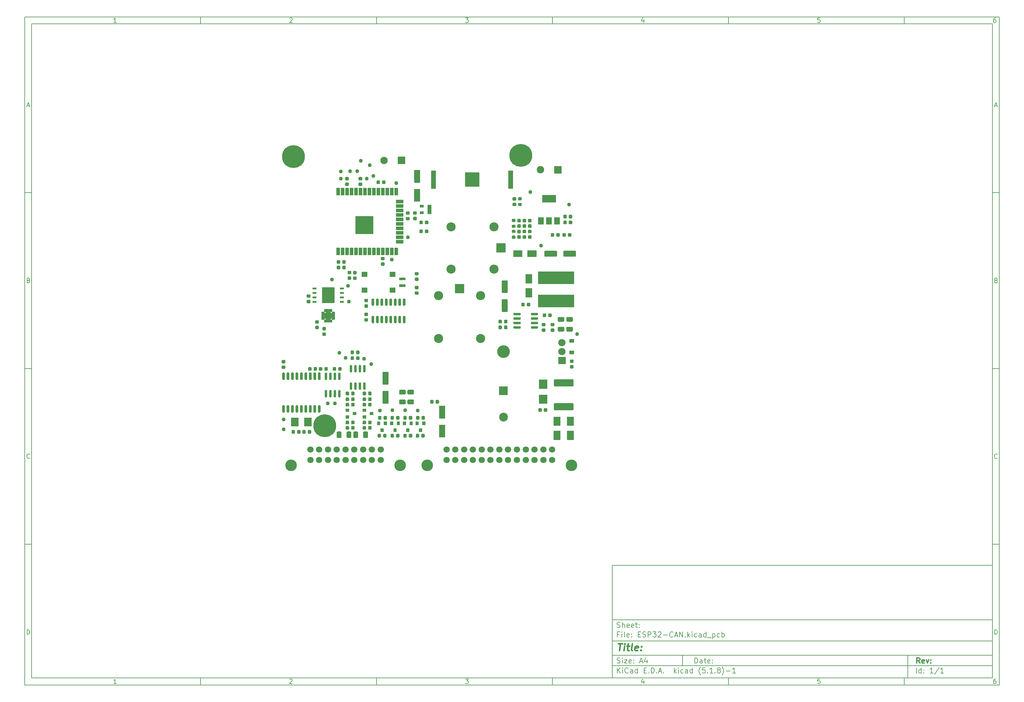
<source format=gts>
G04 #@! TF.GenerationSoftware,KiCad,Pcbnew,(5.1.8)-1*
G04 #@! TF.CreationDate,2021-04-07T18:57:24+08:00*
G04 #@! TF.ProjectId,ESP32-CAN,45535033-322d-4434-914e-2e6b69636164,rev?*
G04 #@! TF.SameCoordinates,Original*
G04 #@! TF.FileFunction,Soldermask,Top*
G04 #@! TF.FilePolarity,Negative*
%FSLAX46Y46*%
G04 Gerber Fmt 4.6, Leading zero omitted, Abs format (unit mm)*
G04 Created by KiCad (PCBNEW (5.1.8)-1) date 2021-04-07 18:57:24*
%MOMM*%
%LPD*%
G01*
G04 APERTURE LIST*
%ADD10C,0.100000*%
%ADD11C,0.150000*%
%ADD12C,0.300000*%
%ADD13C,0.400000*%
%ADD14C,3.302000*%
%ADD15C,1.802000*%
%ADD16C,1.102000*%
%ADD17C,2.502000*%
%ADD18O,2.102000X2.007000*%
%ADD19O,3.602000X3.602000*%
%ADD20O,2.602000X2.602000*%
%ADD21C,0.902000*%
%ADD22C,6.502000*%
%ADD23C,2.102000*%
G04 APERTURE END LIST*
D10*
D11*
X177002200Y-166007200D02*
X177002200Y-198007200D01*
X285002200Y-198007200D01*
X285002200Y-166007200D01*
X177002200Y-166007200D01*
D10*
D11*
X10000000Y-10000000D02*
X10000000Y-200007200D01*
X287002200Y-200007200D01*
X287002200Y-10000000D01*
X10000000Y-10000000D01*
D10*
D11*
X12000000Y-12000000D02*
X12000000Y-198007200D01*
X285002200Y-198007200D01*
X285002200Y-12000000D01*
X12000000Y-12000000D01*
D10*
D11*
X60000000Y-12000000D02*
X60000000Y-10000000D01*
D10*
D11*
X110000000Y-12000000D02*
X110000000Y-10000000D01*
D10*
D11*
X160000000Y-12000000D02*
X160000000Y-10000000D01*
D10*
D11*
X210000000Y-12000000D02*
X210000000Y-10000000D01*
D10*
D11*
X260000000Y-12000000D02*
X260000000Y-10000000D01*
D10*
D11*
X36065476Y-11588095D02*
X35322619Y-11588095D01*
X35694047Y-11588095D02*
X35694047Y-10288095D01*
X35570238Y-10473809D01*
X35446428Y-10597619D01*
X35322619Y-10659523D01*
D10*
D11*
X85322619Y-10411904D02*
X85384523Y-10350000D01*
X85508333Y-10288095D01*
X85817857Y-10288095D01*
X85941666Y-10350000D01*
X86003571Y-10411904D01*
X86065476Y-10535714D01*
X86065476Y-10659523D01*
X86003571Y-10845238D01*
X85260714Y-11588095D01*
X86065476Y-11588095D01*
D10*
D11*
X135260714Y-10288095D02*
X136065476Y-10288095D01*
X135632142Y-10783333D01*
X135817857Y-10783333D01*
X135941666Y-10845238D01*
X136003571Y-10907142D01*
X136065476Y-11030952D01*
X136065476Y-11340476D01*
X136003571Y-11464285D01*
X135941666Y-11526190D01*
X135817857Y-11588095D01*
X135446428Y-11588095D01*
X135322619Y-11526190D01*
X135260714Y-11464285D01*
D10*
D11*
X185941666Y-10721428D02*
X185941666Y-11588095D01*
X185632142Y-10226190D02*
X185322619Y-11154761D01*
X186127380Y-11154761D01*
D10*
D11*
X236003571Y-10288095D02*
X235384523Y-10288095D01*
X235322619Y-10907142D01*
X235384523Y-10845238D01*
X235508333Y-10783333D01*
X235817857Y-10783333D01*
X235941666Y-10845238D01*
X236003571Y-10907142D01*
X236065476Y-11030952D01*
X236065476Y-11340476D01*
X236003571Y-11464285D01*
X235941666Y-11526190D01*
X235817857Y-11588095D01*
X235508333Y-11588095D01*
X235384523Y-11526190D01*
X235322619Y-11464285D01*
D10*
D11*
X285941666Y-10288095D02*
X285694047Y-10288095D01*
X285570238Y-10350000D01*
X285508333Y-10411904D01*
X285384523Y-10597619D01*
X285322619Y-10845238D01*
X285322619Y-11340476D01*
X285384523Y-11464285D01*
X285446428Y-11526190D01*
X285570238Y-11588095D01*
X285817857Y-11588095D01*
X285941666Y-11526190D01*
X286003571Y-11464285D01*
X286065476Y-11340476D01*
X286065476Y-11030952D01*
X286003571Y-10907142D01*
X285941666Y-10845238D01*
X285817857Y-10783333D01*
X285570238Y-10783333D01*
X285446428Y-10845238D01*
X285384523Y-10907142D01*
X285322619Y-11030952D01*
D10*
D11*
X60000000Y-198007200D02*
X60000000Y-200007200D01*
D10*
D11*
X110000000Y-198007200D02*
X110000000Y-200007200D01*
D10*
D11*
X160000000Y-198007200D02*
X160000000Y-200007200D01*
D10*
D11*
X210000000Y-198007200D02*
X210000000Y-200007200D01*
D10*
D11*
X260000000Y-198007200D02*
X260000000Y-200007200D01*
D10*
D11*
X36065476Y-199595295D02*
X35322619Y-199595295D01*
X35694047Y-199595295D02*
X35694047Y-198295295D01*
X35570238Y-198481009D01*
X35446428Y-198604819D01*
X35322619Y-198666723D01*
D10*
D11*
X85322619Y-198419104D02*
X85384523Y-198357200D01*
X85508333Y-198295295D01*
X85817857Y-198295295D01*
X85941666Y-198357200D01*
X86003571Y-198419104D01*
X86065476Y-198542914D01*
X86065476Y-198666723D01*
X86003571Y-198852438D01*
X85260714Y-199595295D01*
X86065476Y-199595295D01*
D10*
D11*
X135260714Y-198295295D02*
X136065476Y-198295295D01*
X135632142Y-198790533D01*
X135817857Y-198790533D01*
X135941666Y-198852438D01*
X136003571Y-198914342D01*
X136065476Y-199038152D01*
X136065476Y-199347676D01*
X136003571Y-199471485D01*
X135941666Y-199533390D01*
X135817857Y-199595295D01*
X135446428Y-199595295D01*
X135322619Y-199533390D01*
X135260714Y-199471485D01*
D10*
D11*
X185941666Y-198728628D02*
X185941666Y-199595295D01*
X185632142Y-198233390D02*
X185322619Y-199161961D01*
X186127380Y-199161961D01*
D10*
D11*
X236003571Y-198295295D02*
X235384523Y-198295295D01*
X235322619Y-198914342D01*
X235384523Y-198852438D01*
X235508333Y-198790533D01*
X235817857Y-198790533D01*
X235941666Y-198852438D01*
X236003571Y-198914342D01*
X236065476Y-199038152D01*
X236065476Y-199347676D01*
X236003571Y-199471485D01*
X235941666Y-199533390D01*
X235817857Y-199595295D01*
X235508333Y-199595295D01*
X235384523Y-199533390D01*
X235322619Y-199471485D01*
D10*
D11*
X285941666Y-198295295D02*
X285694047Y-198295295D01*
X285570238Y-198357200D01*
X285508333Y-198419104D01*
X285384523Y-198604819D01*
X285322619Y-198852438D01*
X285322619Y-199347676D01*
X285384523Y-199471485D01*
X285446428Y-199533390D01*
X285570238Y-199595295D01*
X285817857Y-199595295D01*
X285941666Y-199533390D01*
X286003571Y-199471485D01*
X286065476Y-199347676D01*
X286065476Y-199038152D01*
X286003571Y-198914342D01*
X285941666Y-198852438D01*
X285817857Y-198790533D01*
X285570238Y-198790533D01*
X285446428Y-198852438D01*
X285384523Y-198914342D01*
X285322619Y-199038152D01*
D10*
D11*
X10000000Y-60000000D02*
X12000000Y-60000000D01*
D10*
D11*
X10000000Y-110000000D02*
X12000000Y-110000000D01*
D10*
D11*
X10000000Y-160000000D02*
X12000000Y-160000000D01*
D10*
D11*
X10690476Y-35216666D02*
X11309523Y-35216666D01*
X10566666Y-35588095D02*
X11000000Y-34288095D01*
X11433333Y-35588095D01*
D10*
D11*
X11092857Y-84907142D02*
X11278571Y-84969047D01*
X11340476Y-85030952D01*
X11402380Y-85154761D01*
X11402380Y-85340476D01*
X11340476Y-85464285D01*
X11278571Y-85526190D01*
X11154761Y-85588095D01*
X10659523Y-85588095D01*
X10659523Y-84288095D01*
X11092857Y-84288095D01*
X11216666Y-84350000D01*
X11278571Y-84411904D01*
X11340476Y-84535714D01*
X11340476Y-84659523D01*
X11278571Y-84783333D01*
X11216666Y-84845238D01*
X11092857Y-84907142D01*
X10659523Y-84907142D01*
D10*
D11*
X11402380Y-135464285D02*
X11340476Y-135526190D01*
X11154761Y-135588095D01*
X11030952Y-135588095D01*
X10845238Y-135526190D01*
X10721428Y-135402380D01*
X10659523Y-135278571D01*
X10597619Y-135030952D01*
X10597619Y-134845238D01*
X10659523Y-134597619D01*
X10721428Y-134473809D01*
X10845238Y-134350000D01*
X11030952Y-134288095D01*
X11154761Y-134288095D01*
X11340476Y-134350000D01*
X11402380Y-134411904D01*
D10*
D11*
X10659523Y-185588095D02*
X10659523Y-184288095D01*
X10969047Y-184288095D01*
X11154761Y-184350000D01*
X11278571Y-184473809D01*
X11340476Y-184597619D01*
X11402380Y-184845238D01*
X11402380Y-185030952D01*
X11340476Y-185278571D01*
X11278571Y-185402380D01*
X11154761Y-185526190D01*
X10969047Y-185588095D01*
X10659523Y-185588095D01*
D10*
D11*
X287002200Y-60000000D02*
X285002200Y-60000000D01*
D10*
D11*
X287002200Y-110000000D02*
X285002200Y-110000000D01*
D10*
D11*
X287002200Y-160000000D02*
X285002200Y-160000000D01*
D10*
D11*
X285692676Y-35216666D02*
X286311723Y-35216666D01*
X285568866Y-35588095D02*
X286002200Y-34288095D01*
X286435533Y-35588095D01*
D10*
D11*
X286095057Y-84907142D02*
X286280771Y-84969047D01*
X286342676Y-85030952D01*
X286404580Y-85154761D01*
X286404580Y-85340476D01*
X286342676Y-85464285D01*
X286280771Y-85526190D01*
X286156961Y-85588095D01*
X285661723Y-85588095D01*
X285661723Y-84288095D01*
X286095057Y-84288095D01*
X286218866Y-84350000D01*
X286280771Y-84411904D01*
X286342676Y-84535714D01*
X286342676Y-84659523D01*
X286280771Y-84783333D01*
X286218866Y-84845238D01*
X286095057Y-84907142D01*
X285661723Y-84907142D01*
D10*
D11*
X286404580Y-135464285D02*
X286342676Y-135526190D01*
X286156961Y-135588095D01*
X286033152Y-135588095D01*
X285847438Y-135526190D01*
X285723628Y-135402380D01*
X285661723Y-135278571D01*
X285599819Y-135030952D01*
X285599819Y-134845238D01*
X285661723Y-134597619D01*
X285723628Y-134473809D01*
X285847438Y-134350000D01*
X286033152Y-134288095D01*
X286156961Y-134288095D01*
X286342676Y-134350000D01*
X286404580Y-134411904D01*
D10*
D11*
X285661723Y-185588095D02*
X285661723Y-184288095D01*
X285971247Y-184288095D01*
X286156961Y-184350000D01*
X286280771Y-184473809D01*
X286342676Y-184597619D01*
X286404580Y-184845238D01*
X286404580Y-185030952D01*
X286342676Y-185278571D01*
X286280771Y-185402380D01*
X286156961Y-185526190D01*
X285971247Y-185588095D01*
X285661723Y-185588095D01*
D10*
D11*
X200434342Y-193785771D02*
X200434342Y-192285771D01*
X200791485Y-192285771D01*
X201005771Y-192357200D01*
X201148628Y-192500057D01*
X201220057Y-192642914D01*
X201291485Y-192928628D01*
X201291485Y-193142914D01*
X201220057Y-193428628D01*
X201148628Y-193571485D01*
X201005771Y-193714342D01*
X200791485Y-193785771D01*
X200434342Y-193785771D01*
X202577200Y-193785771D02*
X202577200Y-193000057D01*
X202505771Y-192857200D01*
X202362914Y-192785771D01*
X202077200Y-192785771D01*
X201934342Y-192857200D01*
X202577200Y-193714342D02*
X202434342Y-193785771D01*
X202077200Y-193785771D01*
X201934342Y-193714342D01*
X201862914Y-193571485D01*
X201862914Y-193428628D01*
X201934342Y-193285771D01*
X202077200Y-193214342D01*
X202434342Y-193214342D01*
X202577200Y-193142914D01*
X203077200Y-192785771D02*
X203648628Y-192785771D01*
X203291485Y-192285771D02*
X203291485Y-193571485D01*
X203362914Y-193714342D01*
X203505771Y-193785771D01*
X203648628Y-193785771D01*
X204720057Y-193714342D02*
X204577200Y-193785771D01*
X204291485Y-193785771D01*
X204148628Y-193714342D01*
X204077200Y-193571485D01*
X204077200Y-193000057D01*
X204148628Y-192857200D01*
X204291485Y-192785771D01*
X204577200Y-192785771D01*
X204720057Y-192857200D01*
X204791485Y-193000057D01*
X204791485Y-193142914D01*
X204077200Y-193285771D01*
X205434342Y-193642914D02*
X205505771Y-193714342D01*
X205434342Y-193785771D01*
X205362914Y-193714342D01*
X205434342Y-193642914D01*
X205434342Y-193785771D01*
X205434342Y-192857200D02*
X205505771Y-192928628D01*
X205434342Y-193000057D01*
X205362914Y-192928628D01*
X205434342Y-192857200D01*
X205434342Y-193000057D01*
D10*
D11*
X177002200Y-194507200D02*
X285002200Y-194507200D01*
D10*
D11*
X178434342Y-196585771D02*
X178434342Y-195085771D01*
X179291485Y-196585771D02*
X178648628Y-195728628D01*
X179291485Y-195085771D02*
X178434342Y-195942914D01*
X179934342Y-196585771D02*
X179934342Y-195585771D01*
X179934342Y-195085771D02*
X179862914Y-195157200D01*
X179934342Y-195228628D01*
X180005771Y-195157200D01*
X179934342Y-195085771D01*
X179934342Y-195228628D01*
X181505771Y-196442914D02*
X181434342Y-196514342D01*
X181220057Y-196585771D01*
X181077200Y-196585771D01*
X180862914Y-196514342D01*
X180720057Y-196371485D01*
X180648628Y-196228628D01*
X180577200Y-195942914D01*
X180577200Y-195728628D01*
X180648628Y-195442914D01*
X180720057Y-195300057D01*
X180862914Y-195157200D01*
X181077200Y-195085771D01*
X181220057Y-195085771D01*
X181434342Y-195157200D01*
X181505771Y-195228628D01*
X182791485Y-196585771D02*
X182791485Y-195800057D01*
X182720057Y-195657200D01*
X182577200Y-195585771D01*
X182291485Y-195585771D01*
X182148628Y-195657200D01*
X182791485Y-196514342D02*
X182648628Y-196585771D01*
X182291485Y-196585771D01*
X182148628Y-196514342D01*
X182077200Y-196371485D01*
X182077200Y-196228628D01*
X182148628Y-196085771D01*
X182291485Y-196014342D01*
X182648628Y-196014342D01*
X182791485Y-195942914D01*
X184148628Y-196585771D02*
X184148628Y-195085771D01*
X184148628Y-196514342D02*
X184005771Y-196585771D01*
X183720057Y-196585771D01*
X183577200Y-196514342D01*
X183505771Y-196442914D01*
X183434342Y-196300057D01*
X183434342Y-195871485D01*
X183505771Y-195728628D01*
X183577200Y-195657200D01*
X183720057Y-195585771D01*
X184005771Y-195585771D01*
X184148628Y-195657200D01*
X186005771Y-195800057D02*
X186505771Y-195800057D01*
X186720057Y-196585771D02*
X186005771Y-196585771D01*
X186005771Y-195085771D01*
X186720057Y-195085771D01*
X187362914Y-196442914D02*
X187434342Y-196514342D01*
X187362914Y-196585771D01*
X187291485Y-196514342D01*
X187362914Y-196442914D01*
X187362914Y-196585771D01*
X188077200Y-196585771D02*
X188077200Y-195085771D01*
X188434342Y-195085771D01*
X188648628Y-195157200D01*
X188791485Y-195300057D01*
X188862914Y-195442914D01*
X188934342Y-195728628D01*
X188934342Y-195942914D01*
X188862914Y-196228628D01*
X188791485Y-196371485D01*
X188648628Y-196514342D01*
X188434342Y-196585771D01*
X188077200Y-196585771D01*
X189577200Y-196442914D02*
X189648628Y-196514342D01*
X189577200Y-196585771D01*
X189505771Y-196514342D01*
X189577200Y-196442914D01*
X189577200Y-196585771D01*
X190220057Y-196157200D02*
X190934342Y-196157200D01*
X190077200Y-196585771D02*
X190577200Y-195085771D01*
X191077200Y-196585771D01*
X191577200Y-196442914D02*
X191648628Y-196514342D01*
X191577200Y-196585771D01*
X191505771Y-196514342D01*
X191577200Y-196442914D01*
X191577200Y-196585771D01*
X194577200Y-196585771D02*
X194577200Y-195085771D01*
X194720057Y-196014342D02*
X195148628Y-196585771D01*
X195148628Y-195585771D02*
X194577200Y-196157200D01*
X195791485Y-196585771D02*
X195791485Y-195585771D01*
X195791485Y-195085771D02*
X195720057Y-195157200D01*
X195791485Y-195228628D01*
X195862914Y-195157200D01*
X195791485Y-195085771D01*
X195791485Y-195228628D01*
X197148628Y-196514342D02*
X197005771Y-196585771D01*
X196720057Y-196585771D01*
X196577200Y-196514342D01*
X196505771Y-196442914D01*
X196434342Y-196300057D01*
X196434342Y-195871485D01*
X196505771Y-195728628D01*
X196577200Y-195657200D01*
X196720057Y-195585771D01*
X197005771Y-195585771D01*
X197148628Y-195657200D01*
X198434342Y-196585771D02*
X198434342Y-195800057D01*
X198362914Y-195657200D01*
X198220057Y-195585771D01*
X197934342Y-195585771D01*
X197791485Y-195657200D01*
X198434342Y-196514342D02*
X198291485Y-196585771D01*
X197934342Y-196585771D01*
X197791485Y-196514342D01*
X197720057Y-196371485D01*
X197720057Y-196228628D01*
X197791485Y-196085771D01*
X197934342Y-196014342D01*
X198291485Y-196014342D01*
X198434342Y-195942914D01*
X199791485Y-196585771D02*
X199791485Y-195085771D01*
X199791485Y-196514342D02*
X199648628Y-196585771D01*
X199362914Y-196585771D01*
X199220057Y-196514342D01*
X199148628Y-196442914D01*
X199077200Y-196300057D01*
X199077200Y-195871485D01*
X199148628Y-195728628D01*
X199220057Y-195657200D01*
X199362914Y-195585771D01*
X199648628Y-195585771D01*
X199791485Y-195657200D01*
X202077200Y-197157200D02*
X202005771Y-197085771D01*
X201862914Y-196871485D01*
X201791485Y-196728628D01*
X201720057Y-196514342D01*
X201648628Y-196157200D01*
X201648628Y-195871485D01*
X201720057Y-195514342D01*
X201791485Y-195300057D01*
X201862914Y-195157200D01*
X202005771Y-194942914D01*
X202077200Y-194871485D01*
X203362914Y-195085771D02*
X202648628Y-195085771D01*
X202577200Y-195800057D01*
X202648628Y-195728628D01*
X202791485Y-195657200D01*
X203148628Y-195657200D01*
X203291485Y-195728628D01*
X203362914Y-195800057D01*
X203434342Y-195942914D01*
X203434342Y-196300057D01*
X203362914Y-196442914D01*
X203291485Y-196514342D01*
X203148628Y-196585771D01*
X202791485Y-196585771D01*
X202648628Y-196514342D01*
X202577200Y-196442914D01*
X204077200Y-196442914D02*
X204148628Y-196514342D01*
X204077200Y-196585771D01*
X204005771Y-196514342D01*
X204077200Y-196442914D01*
X204077200Y-196585771D01*
X205577200Y-196585771D02*
X204720057Y-196585771D01*
X205148628Y-196585771D02*
X205148628Y-195085771D01*
X205005771Y-195300057D01*
X204862914Y-195442914D01*
X204720057Y-195514342D01*
X206220057Y-196442914D02*
X206291485Y-196514342D01*
X206220057Y-196585771D01*
X206148628Y-196514342D01*
X206220057Y-196442914D01*
X206220057Y-196585771D01*
X207148628Y-195728628D02*
X207005771Y-195657200D01*
X206934342Y-195585771D01*
X206862914Y-195442914D01*
X206862914Y-195371485D01*
X206934342Y-195228628D01*
X207005771Y-195157200D01*
X207148628Y-195085771D01*
X207434342Y-195085771D01*
X207577200Y-195157200D01*
X207648628Y-195228628D01*
X207720057Y-195371485D01*
X207720057Y-195442914D01*
X207648628Y-195585771D01*
X207577200Y-195657200D01*
X207434342Y-195728628D01*
X207148628Y-195728628D01*
X207005771Y-195800057D01*
X206934342Y-195871485D01*
X206862914Y-196014342D01*
X206862914Y-196300057D01*
X206934342Y-196442914D01*
X207005771Y-196514342D01*
X207148628Y-196585771D01*
X207434342Y-196585771D01*
X207577200Y-196514342D01*
X207648628Y-196442914D01*
X207720057Y-196300057D01*
X207720057Y-196014342D01*
X207648628Y-195871485D01*
X207577200Y-195800057D01*
X207434342Y-195728628D01*
X208220057Y-197157200D02*
X208291485Y-197085771D01*
X208434342Y-196871485D01*
X208505771Y-196728628D01*
X208577200Y-196514342D01*
X208648628Y-196157200D01*
X208648628Y-195871485D01*
X208577200Y-195514342D01*
X208505771Y-195300057D01*
X208434342Y-195157200D01*
X208291485Y-194942914D01*
X208220057Y-194871485D01*
X209362914Y-196014342D02*
X210505771Y-196014342D01*
X212005771Y-196585771D02*
X211148628Y-196585771D01*
X211577200Y-196585771D02*
X211577200Y-195085771D01*
X211434342Y-195300057D01*
X211291485Y-195442914D01*
X211148628Y-195514342D01*
D10*
D11*
X177002200Y-191507200D02*
X285002200Y-191507200D01*
D10*
D12*
X264411485Y-193785771D02*
X263911485Y-193071485D01*
X263554342Y-193785771D02*
X263554342Y-192285771D01*
X264125771Y-192285771D01*
X264268628Y-192357200D01*
X264340057Y-192428628D01*
X264411485Y-192571485D01*
X264411485Y-192785771D01*
X264340057Y-192928628D01*
X264268628Y-193000057D01*
X264125771Y-193071485D01*
X263554342Y-193071485D01*
X265625771Y-193714342D02*
X265482914Y-193785771D01*
X265197200Y-193785771D01*
X265054342Y-193714342D01*
X264982914Y-193571485D01*
X264982914Y-193000057D01*
X265054342Y-192857200D01*
X265197200Y-192785771D01*
X265482914Y-192785771D01*
X265625771Y-192857200D01*
X265697200Y-193000057D01*
X265697200Y-193142914D01*
X264982914Y-193285771D01*
X266197200Y-192785771D02*
X266554342Y-193785771D01*
X266911485Y-192785771D01*
X267482914Y-193642914D02*
X267554342Y-193714342D01*
X267482914Y-193785771D01*
X267411485Y-193714342D01*
X267482914Y-193642914D01*
X267482914Y-193785771D01*
X267482914Y-192857200D02*
X267554342Y-192928628D01*
X267482914Y-193000057D01*
X267411485Y-192928628D01*
X267482914Y-192857200D01*
X267482914Y-193000057D01*
D10*
D11*
X178362914Y-193714342D02*
X178577200Y-193785771D01*
X178934342Y-193785771D01*
X179077200Y-193714342D01*
X179148628Y-193642914D01*
X179220057Y-193500057D01*
X179220057Y-193357200D01*
X179148628Y-193214342D01*
X179077200Y-193142914D01*
X178934342Y-193071485D01*
X178648628Y-193000057D01*
X178505771Y-192928628D01*
X178434342Y-192857200D01*
X178362914Y-192714342D01*
X178362914Y-192571485D01*
X178434342Y-192428628D01*
X178505771Y-192357200D01*
X178648628Y-192285771D01*
X179005771Y-192285771D01*
X179220057Y-192357200D01*
X179862914Y-193785771D02*
X179862914Y-192785771D01*
X179862914Y-192285771D02*
X179791485Y-192357200D01*
X179862914Y-192428628D01*
X179934342Y-192357200D01*
X179862914Y-192285771D01*
X179862914Y-192428628D01*
X180434342Y-192785771D02*
X181220057Y-192785771D01*
X180434342Y-193785771D01*
X181220057Y-193785771D01*
X182362914Y-193714342D02*
X182220057Y-193785771D01*
X181934342Y-193785771D01*
X181791485Y-193714342D01*
X181720057Y-193571485D01*
X181720057Y-193000057D01*
X181791485Y-192857200D01*
X181934342Y-192785771D01*
X182220057Y-192785771D01*
X182362914Y-192857200D01*
X182434342Y-193000057D01*
X182434342Y-193142914D01*
X181720057Y-193285771D01*
X183077200Y-193642914D02*
X183148628Y-193714342D01*
X183077200Y-193785771D01*
X183005771Y-193714342D01*
X183077200Y-193642914D01*
X183077200Y-193785771D01*
X183077200Y-192857200D02*
X183148628Y-192928628D01*
X183077200Y-193000057D01*
X183005771Y-192928628D01*
X183077200Y-192857200D01*
X183077200Y-193000057D01*
X184862914Y-193357200D02*
X185577200Y-193357200D01*
X184720057Y-193785771D02*
X185220057Y-192285771D01*
X185720057Y-193785771D01*
X186862914Y-192785771D02*
X186862914Y-193785771D01*
X186505771Y-192214342D02*
X186148628Y-193285771D01*
X187077200Y-193285771D01*
D10*
D11*
X263434342Y-196585771D02*
X263434342Y-195085771D01*
X264791485Y-196585771D02*
X264791485Y-195085771D01*
X264791485Y-196514342D02*
X264648628Y-196585771D01*
X264362914Y-196585771D01*
X264220057Y-196514342D01*
X264148628Y-196442914D01*
X264077200Y-196300057D01*
X264077200Y-195871485D01*
X264148628Y-195728628D01*
X264220057Y-195657200D01*
X264362914Y-195585771D01*
X264648628Y-195585771D01*
X264791485Y-195657200D01*
X265505771Y-196442914D02*
X265577200Y-196514342D01*
X265505771Y-196585771D01*
X265434342Y-196514342D01*
X265505771Y-196442914D01*
X265505771Y-196585771D01*
X265505771Y-195657200D02*
X265577200Y-195728628D01*
X265505771Y-195800057D01*
X265434342Y-195728628D01*
X265505771Y-195657200D01*
X265505771Y-195800057D01*
X268148628Y-196585771D02*
X267291485Y-196585771D01*
X267720057Y-196585771D02*
X267720057Y-195085771D01*
X267577200Y-195300057D01*
X267434342Y-195442914D01*
X267291485Y-195514342D01*
X269862914Y-195014342D02*
X268577200Y-196942914D01*
X271148628Y-196585771D02*
X270291485Y-196585771D01*
X270720057Y-196585771D02*
X270720057Y-195085771D01*
X270577200Y-195300057D01*
X270434342Y-195442914D01*
X270291485Y-195514342D01*
D10*
D11*
X177002200Y-187507200D02*
X285002200Y-187507200D01*
D10*
D13*
X178714580Y-188211961D02*
X179857438Y-188211961D01*
X179036009Y-190211961D02*
X179286009Y-188211961D01*
X180274104Y-190211961D02*
X180440771Y-188878628D01*
X180524104Y-188211961D02*
X180416961Y-188307200D01*
X180500295Y-188402438D01*
X180607438Y-188307200D01*
X180524104Y-188211961D01*
X180500295Y-188402438D01*
X181107438Y-188878628D02*
X181869342Y-188878628D01*
X181476485Y-188211961D02*
X181262200Y-189926247D01*
X181333628Y-190116723D01*
X181512200Y-190211961D01*
X181702676Y-190211961D01*
X182655057Y-190211961D02*
X182476485Y-190116723D01*
X182405057Y-189926247D01*
X182619342Y-188211961D01*
X184190771Y-190116723D02*
X183988390Y-190211961D01*
X183607438Y-190211961D01*
X183428866Y-190116723D01*
X183357438Y-189926247D01*
X183452676Y-189164342D01*
X183571723Y-188973866D01*
X183774104Y-188878628D01*
X184155057Y-188878628D01*
X184333628Y-188973866D01*
X184405057Y-189164342D01*
X184381247Y-189354819D01*
X183405057Y-189545295D01*
X185155057Y-190021485D02*
X185238390Y-190116723D01*
X185131247Y-190211961D01*
X185047914Y-190116723D01*
X185155057Y-190021485D01*
X185131247Y-190211961D01*
X185286009Y-188973866D02*
X185369342Y-189069104D01*
X185262200Y-189164342D01*
X185178866Y-189069104D01*
X185286009Y-188973866D01*
X185262200Y-189164342D01*
D10*
D11*
X178934342Y-185600057D02*
X178434342Y-185600057D01*
X178434342Y-186385771D02*
X178434342Y-184885771D01*
X179148628Y-184885771D01*
X179720057Y-186385771D02*
X179720057Y-185385771D01*
X179720057Y-184885771D02*
X179648628Y-184957200D01*
X179720057Y-185028628D01*
X179791485Y-184957200D01*
X179720057Y-184885771D01*
X179720057Y-185028628D01*
X180648628Y-186385771D02*
X180505771Y-186314342D01*
X180434342Y-186171485D01*
X180434342Y-184885771D01*
X181791485Y-186314342D02*
X181648628Y-186385771D01*
X181362914Y-186385771D01*
X181220057Y-186314342D01*
X181148628Y-186171485D01*
X181148628Y-185600057D01*
X181220057Y-185457200D01*
X181362914Y-185385771D01*
X181648628Y-185385771D01*
X181791485Y-185457200D01*
X181862914Y-185600057D01*
X181862914Y-185742914D01*
X181148628Y-185885771D01*
X182505771Y-186242914D02*
X182577200Y-186314342D01*
X182505771Y-186385771D01*
X182434342Y-186314342D01*
X182505771Y-186242914D01*
X182505771Y-186385771D01*
X182505771Y-185457200D02*
X182577200Y-185528628D01*
X182505771Y-185600057D01*
X182434342Y-185528628D01*
X182505771Y-185457200D01*
X182505771Y-185600057D01*
X184362914Y-185600057D02*
X184862914Y-185600057D01*
X185077200Y-186385771D02*
X184362914Y-186385771D01*
X184362914Y-184885771D01*
X185077200Y-184885771D01*
X185648628Y-186314342D02*
X185862914Y-186385771D01*
X186220057Y-186385771D01*
X186362914Y-186314342D01*
X186434342Y-186242914D01*
X186505771Y-186100057D01*
X186505771Y-185957200D01*
X186434342Y-185814342D01*
X186362914Y-185742914D01*
X186220057Y-185671485D01*
X185934342Y-185600057D01*
X185791485Y-185528628D01*
X185720057Y-185457200D01*
X185648628Y-185314342D01*
X185648628Y-185171485D01*
X185720057Y-185028628D01*
X185791485Y-184957200D01*
X185934342Y-184885771D01*
X186291485Y-184885771D01*
X186505771Y-184957200D01*
X187148628Y-186385771D02*
X187148628Y-184885771D01*
X187720057Y-184885771D01*
X187862914Y-184957200D01*
X187934342Y-185028628D01*
X188005771Y-185171485D01*
X188005771Y-185385771D01*
X187934342Y-185528628D01*
X187862914Y-185600057D01*
X187720057Y-185671485D01*
X187148628Y-185671485D01*
X188505771Y-184885771D02*
X189434342Y-184885771D01*
X188934342Y-185457200D01*
X189148628Y-185457200D01*
X189291485Y-185528628D01*
X189362914Y-185600057D01*
X189434342Y-185742914D01*
X189434342Y-186100057D01*
X189362914Y-186242914D01*
X189291485Y-186314342D01*
X189148628Y-186385771D01*
X188720057Y-186385771D01*
X188577200Y-186314342D01*
X188505771Y-186242914D01*
X190005771Y-185028628D02*
X190077200Y-184957200D01*
X190220057Y-184885771D01*
X190577200Y-184885771D01*
X190720057Y-184957200D01*
X190791485Y-185028628D01*
X190862914Y-185171485D01*
X190862914Y-185314342D01*
X190791485Y-185528628D01*
X189934342Y-186385771D01*
X190862914Y-186385771D01*
X191505771Y-185814342D02*
X192648628Y-185814342D01*
X194220057Y-186242914D02*
X194148628Y-186314342D01*
X193934342Y-186385771D01*
X193791485Y-186385771D01*
X193577200Y-186314342D01*
X193434342Y-186171485D01*
X193362914Y-186028628D01*
X193291485Y-185742914D01*
X193291485Y-185528628D01*
X193362914Y-185242914D01*
X193434342Y-185100057D01*
X193577200Y-184957200D01*
X193791485Y-184885771D01*
X193934342Y-184885771D01*
X194148628Y-184957200D01*
X194220057Y-185028628D01*
X194791485Y-185957200D02*
X195505771Y-185957200D01*
X194648628Y-186385771D02*
X195148628Y-184885771D01*
X195648628Y-186385771D01*
X196148628Y-186385771D02*
X196148628Y-184885771D01*
X197005771Y-186385771D01*
X197005771Y-184885771D01*
X197720057Y-186242914D02*
X197791485Y-186314342D01*
X197720057Y-186385771D01*
X197648628Y-186314342D01*
X197720057Y-186242914D01*
X197720057Y-186385771D01*
X198434342Y-186385771D02*
X198434342Y-184885771D01*
X198577200Y-185814342D02*
X199005771Y-186385771D01*
X199005771Y-185385771D02*
X198434342Y-185957200D01*
X199648628Y-186385771D02*
X199648628Y-185385771D01*
X199648628Y-184885771D02*
X199577200Y-184957200D01*
X199648628Y-185028628D01*
X199720057Y-184957200D01*
X199648628Y-184885771D01*
X199648628Y-185028628D01*
X201005771Y-186314342D02*
X200862914Y-186385771D01*
X200577200Y-186385771D01*
X200434342Y-186314342D01*
X200362914Y-186242914D01*
X200291485Y-186100057D01*
X200291485Y-185671485D01*
X200362914Y-185528628D01*
X200434342Y-185457200D01*
X200577200Y-185385771D01*
X200862914Y-185385771D01*
X201005771Y-185457200D01*
X202291485Y-186385771D02*
X202291485Y-185600057D01*
X202220057Y-185457200D01*
X202077200Y-185385771D01*
X201791485Y-185385771D01*
X201648628Y-185457200D01*
X202291485Y-186314342D02*
X202148628Y-186385771D01*
X201791485Y-186385771D01*
X201648628Y-186314342D01*
X201577200Y-186171485D01*
X201577200Y-186028628D01*
X201648628Y-185885771D01*
X201791485Y-185814342D01*
X202148628Y-185814342D01*
X202291485Y-185742914D01*
X203648628Y-186385771D02*
X203648628Y-184885771D01*
X203648628Y-186314342D02*
X203505771Y-186385771D01*
X203220057Y-186385771D01*
X203077200Y-186314342D01*
X203005771Y-186242914D01*
X202934342Y-186100057D01*
X202934342Y-185671485D01*
X203005771Y-185528628D01*
X203077200Y-185457200D01*
X203220057Y-185385771D01*
X203505771Y-185385771D01*
X203648628Y-185457200D01*
X204005771Y-186528628D02*
X205148628Y-186528628D01*
X205505771Y-185385771D02*
X205505771Y-186885771D01*
X205505771Y-185457200D02*
X205648628Y-185385771D01*
X205934342Y-185385771D01*
X206077200Y-185457200D01*
X206148628Y-185528628D01*
X206220057Y-185671485D01*
X206220057Y-186100057D01*
X206148628Y-186242914D01*
X206077200Y-186314342D01*
X205934342Y-186385771D01*
X205648628Y-186385771D01*
X205505771Y-186314342D01*
X207505771Y-186314342D02*
X207362914Y-186385771D01*
X207077200Y-186385771D01*
X206934342Y-186314342D01*
X206862914Y-186242914D01*
X206791485Y-186100057D01*
X206791485Y-185671485D01*
X206862914Y-185528628D01*
X206934342Y-185457200D01*
X207077200Y-185385771D01*
X207362914Y-185385771D01*
X207505771Y-185457200D01*
X208148628Y-186385771D02*
X208148628Y-184885771D01*
X208148628Y-185457200D02*
X208291485Y-185385771D01*
X208577200Y-185385771D01*
X208720057Y-185457200D01*
X208791485Y-185528628D01*
X208862914Y-185671485D01*
X208862914Y-186100057D01*
X208791485Y-186242914D01*
X208720057Y-186314342D01*
X208577200Y-186385771D01*
X208291485Y-186385771D01*
X208148628Y-186314342D01*
D10*
D11*
X177002200Y-181507200D02*
X285002200Y-181507200D01*
D10*
D11*
X178362914Y-183614342D02*
X178577200Y-183685771D01*
X178934342Y-183685771D01*
X179077200Y-183614342D01*
X179148628Y-183542914D01*
X179220057Y-183400057D01*
X179220057Y-183257200D01*
X179148628Y-183114342D01*
X179077200Y-183042914D01*
X178934342Y-182971485D01*
X178648628Y-182900057D01*
X178505771Y-182828628D01*
X178434342Y-182757200D01*
X178362914Y-182614342D01*
X178362914Y-182471485D01*
X178434342Y-182328628D01*
X178505771Y-182257200D01*
X178648628Y-182185771D01*
X179005771Y-182185771D01*
X179220057Y-182257200D01*
X179862914Y-183685771D02*
X179862914Y-182185771D01*
X180505771Y-183685771D02*
X180505771Y-182900057D01*
X180434342Y-182757200D01*
X180291485Y-182685771D01*
X180077200Y-182685771D01*
X179934342Y-182757200D01*
X179862914Y-182828628D01*
X181791485Y-183614342D02*
X181648628Y-183685771D01*
X181362914Y-183685771D01*
X181220057Y-183614342D01*
X181148628Y-183471485D01*
X181148628Y-182900057D01*
X181220057Y-182757200D01*
X181362914Y-182685771D01*
X181648628Y-182685771D01*
X181791485Y-182757200D01*
X181862914Y-182900057D01*
X181862914Y-183042914D01*
X181148628Y-183185771D01*
X183077200Y-183614342D02*
X182934342Y-183685771D01*
X182648628Y-183685771D01*
X182505771Y-183614342D01*
X182434342Y-183471485D01*
X182434342Y-182900057D01*
X182505771Y-182757200D01*
X182648628Y-182685771D01*
X182934342Y-182685771D01*
X183077200Y-182757200D01*
X183148628Y-182900057D01*
X183148628Y-183042914D01*
X182434342Y-183185771D01*
X183577200Y-182685771D02*
X184148628Y-182685771D01*
X183791485Y-182185771D02*
X183791485Y-183471485D01*
X183862914Y-183614342D01*
X184005771Y-183685771D01*
X184148628Y-183685771D01*
X184648628Y-183542914D02*
X184720057Y-183614342D01*
X184648628Y-183685771D01*
X184577200Y-183614342D01*
X184648628Y-183542914D01*
X184648628Y-183685771D01*
X184648628Y-182757200D02*
X184720057Y-182828628D01*
X184648628Y-182900057D01*
X184577200Y-182828628D01*
X184648628Y-182757200D01*
X184648628Y-182900057D01*
D10*
D11*
X197002200Y-191507200D02*
X197002200Y-194507200D01*
D10*
D11*
X261002200Y-191507200D02*
X261002200Y-198007200D01*
G36*
G01*
X157524000Y-122068500D02*
X157524000Y-121517500D01*
G75*
G02*
X157774500Y-121267000I250500J0D01*
G01*
X158275500Y-121267000D01*
G75*
G02*
X158526000Y-121517500I0J-250500D01*
G01*
X158526000Y-122068500D01*
G75*
G02*
X158275500Y-122319000I-250500J0D01*
G01*
X157774500Y-122319000D01*
G75*
G02*
X157524000Y-122068500I0J250500D01*
G01*
G37*
G36*
G01*
X155974000Y-122068500D02*
X155974000Y-121517500D01*
G75*
G02*
X156224500Y-121267000I250500J0D01*
G01*
X156725500Y-121267000D01*
G75*
G02*
X156976000Y-121517500I0J-250500D01*
G01*
X156976000Y-122068500D01*
G75*
G02*
X156725500Y-122319000I-250500J0D01*
G01*
X156224500Y-122319000D01*
G75*
G02*
X155974000Y-122068500I0J250500D01*
G01*
G37*
D14*
X85693600Y-137500000D03*
X116693600Y-137500000D03*
D15*
X101193600Y-136000000D03*
X101193600Y-133000000D03*
X91193600Y-133000000D03*
X93693600Y-133000000D03*
X96193600Y-133000000D03*
X98693600Y-133000000D03*
X111193600Y-133000000D03*
X108693600Y-133000000D03*
X106193600Y-133000000D03*
X103693600Y-133000000D03*
X111193600Y-136000000D03*
X108693600Y-136000000D03*
X106193600Y-136000000D03*
X103693600Y-136000000D03*
X91193600Y-136000000D03*
X93693600Y-136000000D03*
X96193600Y-136000000D03*
X98693600Y-136000000D03*
X144894300Y-133000000D03*
X147394300Y-133000000D03*
X149894300Y-133000000D03*
X152394300Y-133000000D03*
X154894300Y-133000000D03*
X157394300Y-133000000D03*
X159894300Y-133000000D03*
X142394300Y-133000000D03*
X139894300Y-133000000D03*
X137394300Y-133000000D03*
X134894300Y-133000000D03*
X132394300Y-133000000D03*
X129894300Y-133000000D03*
X144894300Y-136000000D03*
X142394300Y-136000000D03*
X139894300Y-136000000D03*
X137394300Y-136000000D03*
X134894300Y-136000000D03*
X132394300Y-136000000D03*
X129894300Y-136000000D03*
X147394300Y-136000000D03*
X149894300Y-136000000D03*
X152394300Y-136000000D03*
X154894300Y-136000000D03*
X157394300Y-136000000D03*
X159894300Y-136000000D03*
D14*
X165394300Y-137500000D03*
X124394300Y-137500000D03*
G36*
G01*
X150770500Y-68433000D02*
X150219500Y-68433000D01*
G75*
G02*
X149969000Y-68182500I0J250500D01*
G01*
X149969000Y-67681500D01*
G75*
G02*
X150219500Y-67431000I250500J0D01*
G01*
X150770500Y-67431000D01*
G75*
G02*
X151021000Y-67681500I0J-250500D01*
G01*
X151021000Y-68182500D01*
G75*
G02*
X150770500Y-68433000I-250500J0D01*
G01*
G37*
G36*
G01*
X150770500Y-69983000D02*
X150219500Y-69983000D01*
G75*
G02*
X149969000Y-69732500I0J250500D01*
G01*
X149969000Y-69231500D01*
G75*
G02*
X150219500Y-68981000I250500J0D01*
G01*
X150770500Y-68981000D01*
G75*
G02*
X151021000Y-69231500I0J-250500D01*
G01*
X151021000Y-69732500D01*
G75*
G02*
X150770500Y-69983000I-250500J0D01*
G01*
G37*
G36*
G01*
X150219500Y-72092500D02*
X150770500Y-72092500D01*
G75*
G02*
X151021000Y-72343000I0J-250500D01*
G01*
X151021000Y-72844000D01*
G75*
G02*
X150770500Y-73094500I-250500J0D01*
G01*
X150219500Y-73094500D01*
G75*
G02*
X149969000Y-72844000I0J250500D01*
G01*
X149969000Y-72343000D01*
G75*
G02*
X150219500Y-72092500I250500J0D01*
G01*
G37*
G36*
G01*
X150219500Y-70542500D02*
X150770500Y-70542500D01*
G75*
G02*
X151021000Y-70793000I0J-250500D01*
G01*
X151021000Y-71294000D01*
G75*
G02*
X150770500Y-71544500I-250500J0D01*
G01*
X150219500Y-71544500D01*
G75*
G02*
X149969000Y-71294000I0J250500D01*
G01*
X149969000Y-70793000D01*
G75*
G02*
X150219500Y-70542500I250500J0D01*
G01*
G37*
G36*
G01*
X98042000Y-86979000D02*
X98042000Y-91329000D01*
G75*
G02*
X97991000Y-91380000I-51000J0D01*
G01*
X94541000Y-91380000D01*
G75*
G02*
X94490000Y-91329000I0J51000D01*
G01*
X94490000Y-86979000D01*
G75*
G02*
X94541000Y-86928000I51000J0D01*
G01*
X97991000Y-86928000D01*
G75*
G02*
X98042000Y-86979000I0J-51000D01*
G01*
G37*
G36*
G01*
X91891000Y-90783000D02*
X92841000Y-90783000D01*
G75*
G02*
X92892000Y-90834000I0J-51000D01*
G01*
X92892000Y-91284000D01*
G75*
G02*
X92841000Y-91335000I-51000J0D01*
G01*
X91891000Y-91335000D01*
G75*
G02*
X91840000Y-91284000I0J51000D01*
G01*
X91840000Y-90834000D01*
G75*
G02*
X91891000Y-90783000I51000J0D01*
G01*
G37*
G36*
G01*
X91891000Y-89513000D02*
X92841000Y-89513000D01*
G75*
G02*
X92892000Y-89564000I0J-51000D01*
G01*
X92892000Y-90014000D01*
G75*
G02*
X92841000Y-90065000I-51000J0D01*
G01*
X91891000Y-90065000D01*
G75*
G02*
X91840000Y-90014000I0J51000D01*
G01*
X91840000Y-89564000D01*
G75*
G02*
X91891000Y-89513000I51000J0D01*
G01*
G37*
G36*
G01*
X91891000Y-88243000D02*
X92841000Y-88243000D01*
G75*
G02*
X92892000Y-88294000I0J-51000D01*
G01*
X92892000Y-88744000D01*
G75*
G02*
X92841000Y-88795000I-51000J0D01*
G01*
X91891000Y-88795000D01*
G75*
G02*
X91840000Y-88744000I0J51000D01*
G01*
X91840000Y-88294000D01*
G75*
G02*
X91891000Y-88243000I51000J0D01*
G01*
G37*
G36*
G01*
X91891000Y-86973000D02*
X92841000Y-86973000D01*
G75*
G02*
X92892000Y-87024000I0J-51000D01*
G01*
X92892000Y-87474000D01*
G75*
G02*
X92841000Y-87525000I-51000J0D01*
G01*
X91891000Y-87525000D01*
G75*
G02*
X91840000Y-87474000I0J51000D01*
G01*
X91840000Y-87024000D01*
G75*
G02*
X91891000Y-86973000I51000J0D01*
G01*
G37*
G36*
G01*
X99691000Y-86973000D02*
X100641000Y-86973000D01*
G75*
G02*
X100692000Y-87024000I0J-51000D01*
G01*
X100692000Y-87474000D01*
G75*
G02*
X100641000Y-87525000I-51000J0D01*
G01*
X99691000Y-87525000D01*
G75*
G02*
X99640000Y-87474000I0J51000D01*
G01*
X99640000Y-87024000D01*
G75*
G02*
X99691000Y-86973000I51000J0D01*
G01*
G37*
G36*
G01*
X99691000Y-88243000D02*
X100641000Y-88243000D01*
G75*
G02*
X100692000Y-88294000I0J-51000D01*
G01*
X100692000Y-88744000D01*
G75*
G02*
X100641000Y-88795000I-51000J0D01*
G01*
X99691000Y-88795000D01*
G75*
G02*
X99640000Y-88744000I0J51000D01*
G01*
X99640000Y-88294000D01*
G75*
G02*
X99691000Y-88243000I51000J0D01*
G01*
G37*
G36*
G01*
X99691000Y-89513000D02*
X100641000Y-89513000D01*
G75*
G02*
X100692000Y-89564000I0J-51000D01*
G01*
X100692000Y-90014000D01*
G75*
G02*
X100641000Y-90065000I-51000J0D01*
G01*
X99691000Y-90065000D01*
G75*
G02*
X99640000Y-90014000I0J51000D01*
G01*
X99640000Y-89564000D01*
G75*
G02*
X99691000Y-89513000I51000J0D01*
G01*
G37*
G36*
G01*
X99691000Y-90783000D02*
X100641000Y-90783000D01*
G75*
G02*
X100692000Y-90834000I0J-51000D01*
G01*
X100692000Y-91284000D01*
G75*
G02*
X100641000Y-91335000I-51000J0D01*
G01*
X99691000Y-91335000D01*
G75*
G02*
X99640000Y-91284000I0J51000D01*
G01*
X99640000Y-90834000D01*
G75*
G02*
X99691000Y-90783000I51000J0D01*
G01*
G37*
G36*
G01*
X149271500Y-68333000D02*
X148670500Y-68333000D01*
G75*
G02*
X148445000Y-68107500I0J225500D01*
G01*
X148445000Y-67656500D01*
G75*
G02*
X148670500Y-67431000I225500J0D01*
G01*
X149271500Y-67431000D01*
G75*
G02*
X149497000Y-67656500I0J-225500D01*
G01*
X149497000Y-68107500D01*
G75*
G02*
X149271500Y-68333000I-225500J0D01*
G01*
G37*
G36*
G01*
X149271500Y-69983000D02*
X148670500Y-69983000D01*
G75*
G02*
X148445000Y-69757500I0J225500D01*
G01*
X148445000Y-69306500D01*
G75*
G02*
X148670500Y-69081000I225500J0D01*
G01*
X149271500Y-69081000D01*
G75*
G02*
X149497000Y-69306500I0J-225500D01*
G01*
X149497000Y-69757500D01*
G75*
G02*
X149271500Y-69983000I-225500J0D01*
G01*
G37*
G36*
G01*
X149271500Y-71444000D02*
X148670500Y-71444000D01*
G75*
G02*
X148445000Y-71218500I0J225500D01*
G01*
X148445000Y-70767500D01*
G75*
G02*
X148670500Y-70542000I225500J0D01*
G01*
X149271500Y-70542000D01*
G75*
G02*
X149497000Y-70767500I0J-225500D01*
G01*
X149497000Y-71218500D01*
G75*
G02*
X149271500Y-71444000I-225500J0D01*
G01*
G37*
G36*
G01*
X149271500Y-73094000D02*
X148670500Y-73094000D01*
G75*
G02*
X148445000Y-72868500I0J225500D01*
G01*
X148445000Y-72417500D01*
G75*
G02*
X148670500Y-72192000I225500J0D01*
G01*
X149271500Y-72192000D01*
G75*
G02*
X149497000Y-72417500I0J-225500D01*
G01*
X149497000Y-72868500D01*
G75*
G02*
X149271500Y-73094000I-225500J0D01*
G01*
G37*
G36*
G01*
X160390000Y-123699000D02*
X162190000Y-123699000D01*
G75*
G02*
X162241000Y-123750000I0J-51000D01*
G01*
X162241000Y-126250000D01*
G75*
G02*
X162190000Y-126301000I-51000J0D01*
G01*
X160390000Y-126301000D01*
G75*
G02*
X160339000Y-126250000I0J51000D01*
G01*
X160339000Y-123750000D01*
G75*
G02*
X160390000Y-123699000I51000J0D01*
G01*
G37*
G36*
G01*
X160390000Y-127699000D02*
X162190000Y-127699000D01*
G75*
G02*
X162241000Y-127750000I0J-51000D01*
G01*
X162241000Y-130250000D01*
G75*
G02*
X162190000Y-130301000I-51000J0D01*
G01*
X160390000Y-130301000D01*
G75*
G02*
X160339000Y-130250000I0J51000D01*
G01*
X160339000Y-127750000D01*
G75*
G02*
X160390000Y-127699000I51000J0D01*
G01*
G37*
G36*
G01*
X164200000Y-123699000D02*
X166000000Y-123699000D01*
G75*
G02*
X166051000Y-123750000I0J-51000D01*
G01*
X166051000Y-126250000D01*
G75*
G02*
X166000000Y-126301000I-51000J0D01*
G01*
X164200000Y-126301000D01*
G75*
G02*
X164149000Y-126250000I0J51000D01*
G01*
X164149000Y-123750000D01*
G75*
G02*
X164200000Y-123699000I51000J0D01*
G01*
G37*
G36*
G01*
X164200000Y-127699000D02*
X166000000Y-127699000D01*
G75*
G02*
X166051000Y-127750000I0J-51000D01*
G01*
X166051000Y-130250000D01*
G75*
G02*
X166000000Y-130301000I-51000J0D01*
G01*
X164200000Y-130301000D01*
G75*
G02*
X164149000Y-130250000I0J51000D01*
G01*
X164149000Y-127750000D01*
G75*
G02*
X164200000Y-127699000I51000J0D01*
G01*
G37*
G36*
G01*
X156203000Y-113135000D02*
X158503000Y-113135000D01*
G75*
G02*
X158554000Y-113186000I0J-51000D01*
G01*
X158554000Y-115686000D01*
G75*
G02*
X158503000Y-115737000I-51000J0D01*
G01*
X156203000Y-115737000D01*
G75*
G02*
X156152000Y-115686000I0J51000D01*
G01*
X156152000Y-113186000D01*
G75*
G02*
X156203000Y-113135000I51000J0D01*
G01*
G37*
G36*
G01*
X156203000Y-117435000D02*
X158503000Y-117435000D01*
G75*
G02*
X158554000Y-117486000I0J-51000D01*
G01*
X158554000Y-119986000D01*
G75*
G02*
X158503000Y-120037000I-51000J0D01*
G01*
X156203000Y-120037000D01*
G75*
G02*
X156152000Y-119986000I0J51000D01*
G01*
X156152000Y-117486000D01*
G75*
G02*
X156203000Y-117435000I51000J0D01*
G01*
G37*
G36*
G01*
X164881000Y-104908000D02*
X166081000Y-104908000D01*
G75*
G02*
X166132000Y-104959000I0J-51000D01*
G01*
X166132000Y-105859000D01*
G75*
G02*
X166081000Y-105910000I-51000J0D01*
G01*
X164881000Y-105910000D01*
G75*
G02*
X164830000Y-105859000I0J51000D01*
G01*
X164830000Y-104959000D01*
G75*
G02*
X164881000Y-104908000I51000J0D01*
G01*
G37*
G36*
G01*
X164881000Y-101608000D02*
X166081000Y-101608000D01*
G75*
G02*
X166132000Y-101659000I0J-51000D01*
G01*
X166132000Y-102559000D01*
G75*
G02*
X166081000Y-102610000I-51000J0D01*
G01*
X164881000Y-102610000D01*
G75*
G02*
X164830000Y-102559000I0J51000D01*
G01*
X164830000Y-101659000D01*
G75*
G02*
X164881000Y-101608000I51000J0D01*
G01*
G37*
G36*
G01*
X154189000Y-89788000D02*
X152389000Y-89788000D01*
G75*
G02*
X152338000Y-89737000I0J51000D01*
G01*
X152338000Y-87237000D01*
G75*
G02*
X152389000Y-87186000I51000J0D01*
G01*
X154189000Y-87186000D01*
G75*
G02*
X154240000Y-87237000I0J-51000D01*
G01*
X154240000Y-89737000D01*
G75*
G02*
X154189000Y-89788000I-51000J0D01*
G01*
G37*
G36*
G01*
X154189000Y-85788000D02*
X152389000Y-85788000D01*
G75*
G02*
X152338000Y-85737000I0J51000D01*
G01*
X152338000Y-83237000D01*
G75*
G02*
X152389000Y-83186000I51000J0D01*
G01*
X154189000Y-83186000D01*
G75*
G02*
X154240000Y-83237000I0J-51000D01*
G01*
X154240000Y-85737000D01*
G75*
G02*
X154189000Y-85788000I-51000J0D01*
G01*
G37*
G36*
G01*
X155447000Y-76443000D02*
X155447000Y-78243000D01*
G75*
G02*
X155396000Y-78294000I-51000J0D01*
G01*
X152896000Y-78294000D01*
G75*
G02*
X152845000Y-78243000I0J51000D01*
G01*
X152845000Y-76443000D01*
G75*
G02*
X152896000Y-76392000I51000J0D01*
G01*
X155396000Y-76392000D01*
G75*
G02*
X155447000Y-76443000I0J-51000D01*
G01*
G37*
G36*
G01*
X151447000Y-76443000D02*
X151447000Y-78243000D01*
G75*
G02*
X151396000Y-78294000I-51000J0D01*
G01*
X148896000Y-78294000D01*
G75*
G02*
X148845000Y-78243000I0J51000D01*
G01*
X148845000Y-76443000D01*
G75*
G02*
X148896000Y-76392000I51000J0D01*
G01*
X151396000Y-76392000D01*
G75*
G02*
X151447000Y-76443000I0J-51000D01*
G01*
G37*
G36*
G01*
X148879750Y-62846500D02*
X149443250Y-62846500D01*
G75*
G02*
X149687500Y-63090750I0J-244250D01*
G01*
X149687500Y-63579250D01*
G75*
G02*
X149443250Y-63823500I-244250J0D01*
G01*
X148879750Y-63823500D01*
G75*
G02*
X148635500Y-63579250I0J244250D01*
G01*
X148635500Y-63090750D01*
G75*
G02*
X148879750Y-62846500I244250J0D01*
G01*
G37*
G36*
G01*
X148879750Y-61271500D02*
X149443250Y-61271500D01*
G75*
G02*
X149687500Y-61515750I0J-244250D01*
G01*
X149687500Y-62004250D01*
G75*
G02*
X149443250Y-62248500I-244250J0D01*
G01*
X148879750Y-62248500D01*
G75*
G02*
X148635500Y-62004250I0J244250D01*
G01*
X148635500Y-61515750D01*
G75*
G02*
X148879750Y-61271500I244250J0D01*
G01*
G37*
G36*
G01*
X158197000Y-94587250D02*
X158197000Y-95150750D01*
G75*
G02*
X157952750Y-95395000I-244250J0D01*
G01*
X157464250Y-95395000D01*
G75*
G02*
X157220000Y-95150750I0J244250D01*
G01*
X157220000Y-94587250D01*
G75*
G02*
X157464250Y-94343000I244250J0D01*
G01*
X157952750Y-94343000D01*
G75*
G02*
X158197000Y-94587250I0J-244250D01*
G01*
G37*
G36*
G01*
X159772000Y-94587250D02*
X159772000Y-95150750D01*
G75*
G02*
X159527750Y-95395000I-244250J0D01*
G01*
X159039250Y-95395000D01*
G75*
G02*
X158795000Y-95150750I0J244250D01*
G01*
X158795000Y-94587250D01*
G75*
G02*
X159039250Y-94343000I244250J0D01*
G01*
X159527750Y-94343000D01*
G75*
G02*
X159772000Y-94587250I0J-244250D01*
G01*
G37*
G36*
G01*
X163785000Y-71727250D02*
X163785000Y-72290750D01*
G75*
G02*
X163540750Y-72535000I-244250J0D01*
G01*
X163052250Y-72535000D01*
G75*
G02*
X162808000Y-72290750I0J244250D01*
G01*
X162808000Y-71727250D01*
G75*
G02*
X163052250Y-71483000I244250J0D01*
G01*
X163540750Y-71483000D01*
G75*
G02*
X163785000Y-71727250I0J-244250D01*
G01*
G37*
G36*
G01*
X165360000Y-71727250D02*
X165360000Y-72290750D01*
G75*
G02*
X165115750Y-72535000I-244250J0D01*
G01*
X164627250Y-72535000D01*
G75*
G02*
X164383000Y-72290750I0J244250D01*
G01*
X164383000Y-71727250D01*
G75*
G02*
X164627250Y-71483000I244250J0D01*
G01*
X165115750Y-71483000D01*
G75*
G02*
X165360000Y-71727250I0J-244250D01*
G01*
G37*
G36*
G01*
X123145000Y-70711250D02*
X123145000Y-71274750D01*
G75*
G02*
X122900750Y-71519000I-244250J0D01*
G01*
X122412250Y-71519000D01*
G75*
G02*
X122168000Y-71274750I0J244250D01*
G01*
X122168000Y-70711250D01*
G75*
G02*
X122412250Y-70467000I244250J0D01*
G01*
X122900750Y-70467000D01*
G75*
G02*
X123145000Y-70711250I0J-244250D01*
G01*
G37*
G36*
G01*
X124720000Y-70711250D02*
X124720000Y-71274750D01*
G75*
G02*
X124475750Y-71519000I-244250J0D01*
G01*
X123987250Y-71519000D01*
G75*
G02*
X123743000Y-71274750I0J244250D01*
G01*
X123743000Y-70711250D01*
G75*
G02*
X123987250Y-70467000I244250J0D01*
G01*
X124475750Y-70467000D01*
G75*
G02*
X124720000Y-70711250I0J-244250D01*
G01*
G37*
G36*
G01*
X121130250Y-84119000D02*
X121693750Y-84119000D01*
G75*
G02*
X121938000Y-84363250I0J-244250D01*
G01*
X121938000Y-84851750D01*
G75*
G02*
X121693750Y-85096000I-244250J0D01*
G01*
X121130250Y-85096000D01*
G75*
G02*
X120886000Y-84851750I0J244250D01*
G01*
X120886000Y-84363250D01*
G75*
G02*
X121130250Y-84119000I244250J0D01*
G01*
G37*
G36*
G01*
X121130250Y-82544000D02*
X121693750Y-82544000D01*
G75*
G02*
X121938000Y-82788250I0J-244250D01*
G01*
X121938000Y-83276750D01*
G75*
G02*
X121693750Y-83521000I-244250J0D01*
G01*
X121130250Y-83521000D01*
G75*
G02*
X120886000Y-83276750I0J244250D01*
G01*
X120886000Y-82788250D01*
G75*
G02*
X121130250Y-82544000I244250J0D01*
G01*
G37*
G36*
G01*
X157454000Y-69073000D02*
X155954000Y-69073000D01*
G75*
G02*
X155903000Y-69022000I0J51000D01*
G01*
X155903000Y-67022000D01*
G75*
G02*
X155954000Y-66971000I51000J0D01*
G01*
X157454000Y-66971000D01*
G75*
G02*
X157505000Y-67022000I0J-51000D01*
G01*
X157505000Y-69022000D01*
G75*
G02*
X157454000Y-69073000I-51000J0D01*
G01*
G37*
G36*
G01*
X162054000Y-69073000D02*
X160554000Y-69073000D01*
G75*
G02*
X160503000Y-69022000I0J51000D01*
G01*
X160503000Y-67022000D01*
G75*
G02*
X160554000Y-66971000I51000J0D01*
G01*
X162054000Y-66971000D01*
G75*
G02*
X162105000Y-67022000I0J-51000D01*
G01*
X162105000Y-69022000D01*
G75*
G02*
X162054000Y-69073000I-51000J0D01*
G01*
G37*
G36*
G01*
X159754000Y-69073000D02*
X158254000Y-69073000D01*
G75*
G02*
X158203000Y-69022000I0J51000D01*
G01*
X158203000Y-67022000D01*
G75*
G02*
X158254000Y-66971000I51000J0D01*
G01*
X159754000Y-66971000D01*
G75*
G02*
X159805000Y-67022000I0J-51000D01*
G01*
X159805000Y-69022000D01*
G75*
G02*
X159754000Y-69073000I-51000J0D01*
G01*
G37*
G36*
G01*
X160904000Y-62773000D02*
X157104000Y-62773000D01*
G75*
G02*
X157053000Y-62722000I0J51000D01*
G01*
X157053000Y-60722000D01*
G75*
G02*
X157104000Y-60671000I51000J0D01*
G01*
X160904000Y-60671000D01*
G75*
G02*
X160955000Y-60722000I0J-51000D01*
G01*
X160955000Y-62722000D01*
G75*
G02*
X160904000Y-62773000I-51000J0D01*
G01*
G37*
D16*
X153670000Y-59817000D03*
G36*
G01*
X150448500Y-62921500D02*
X151049500Y-62921500D01*
G75*
G02*
X151275000Y-63147000I0J-225500D01*
G01*
X151275000Y-63598000D01*
G75*
G02*
X151049500Y-63823500I-225500J0D01*
G01*
X150448500Y-63823500D01*
G75*
G02*
X150223000Y-63598000I0J225500D01*
G01*
X150223000Y-63147000D01*
G75*
G02*
X150448500Y-62921500I225500J0D01*
G01*
G37*
G36*
G01*
X150448500Y-61271500D02*
X151049500Y-61271500D01*
G75*
G02*
X151275000Y-61497000I0J-225500D01*
G01*
X151275000Y-61948000D01*
G75*
G02*
X151049500Y-62173500I-225500J0D01*
G01*
X150448500Y-62173500D01*
G75*
G02*
X150223000Y-61948000I0J225500D01*
G01*
X150223000Y-61497000D01*
G75*
G02*
X150448500Y-61271500I225500J0D01*
G01*
G37*
G36*
G01*
X153267500Y-68981000D02*
X153818500Y-68981000D01*
G75*
G02*
X154069000Y-69231500I0J-250500D01*
G01*
X154069000Y-69732500D01*
G75*
G02*
X153818500Y-69983000I-250500J0D01*
G01*
X153267500Y-69983000D01*
G75*
G02*
X153017000Y-69732500I0J250500D01*
G01*
X153017000Y-69231500D01*
G75*
G02*
X153267500Y-68981000I250500J0D01*
G01*
G37*
G36*
G01*
X153267500Y-67431000D02*
X153818500Y-67431000D01*
G75*
G02*
X154069000Y-67681500I0J-250500D01*
G01*
X154069000Y-68182500D01*
G75*
G02*
X153818500Y-68433000I-250500J0D01*
G01*
X153267500Y-68433000D01*
G75*
G02*
X153017000Y-68182500I0J250500D01*
G01*
X153017000Y-67681500D01*
G75*
G02*
X153267500Y-67431000I250500J0D01*
G01*
G37*
G36*
G01*
X151743500Y-68981000D02*
X152294500Y-68981000D01*
G75*
G02*
X152545000Y-69231500I0J-250500D01*
G01*
X152545000Y-69732500D01*
G75*
G02*
X152294500Y-69983000I-250500J0D01*
G01*
X151743500Y-69983000D01*
G75*
G02*
X151493000Y-69732500I0J250500D01*
G01*
X151493000Y-69231500D01*
G75*
G02*
X151743500Y-68981000I250500J0D01*
G01*
G37*
G36*
G01*
X151743500Y-67431000D02*
X152294500Y-67431000D01*
G75*
G02*
X152545000Y-67681500I0J-250500D01*
G01*
X152545000Y-68182500D01*
G75*
G02*
X152294500Y-68433000I-250500J0D01*
G01*
X151743500Y-68433000D01*
G75*
G02*
X151493000Y-68182500I0J250500D01*
G01*
X151493000Y-67681500D01*
G75*
G02*
X151743500Y-67431000I250500J0D01*
G01*
G37*
G36*
G01*
X164612000Y-67077500D02*
X164612000Y-66526500D01*
G75*
G02*
X164862500Y-66276000I250500J0D01*
G01*
X165363500Y-66276000D01*
G75*
G02*
X165614000Y-66526500I0J-250500D01*
G01*
X165614000Y-67077500D01*
G75*
G02*
X165363500Y-67328000I-250500J0D01*
G01*
X164862500Y-67328000D01*
G75*
G02*
X164612000Y-67077500I0J250500D01*
G01*
G37*
G36*
G01*
X163062000Y-67077500D02*
X163062000Y-66526500D01*
G75*
G02*
X163312500Y-66276000I250500J0D01*
G01*
X163813500Y-66276000D01*
G75*
G02*
X164064000Y-66526500I0J-250500D01*
G01*
X164064000Y-67077500D01*
G75*
G02*
X163813500Y-67328000I-250500J0D01*
G01*
X163312500Y-67328000D01*
G75*
G02*
X163062000Y-67077500I0J250500D01*
G01*
G37*
G36*
G01*
X164612000Y-68728500D02*
X164612000Y-68177500D01*
G75*
G02*
X164862500Y-67927000I250500J0D01*
G01*
X165363500Y-67927000D01*
G75*
G02*
X165614000Y-68177500I0J-250500D01*
G01*
X165614000Y-68728500D01*
G75*
G02*
X165363500Y-68979000I-250500J0D01*
G01*
X164862500Y-68979000D01*
G75*
G02*
X164612000Y-68728500I0J250500D01*
G01*
G37*
G36*
G01*
X163062000Y-68728500D02*
X163062000Y-68177500D01*
G75*
G02*
X163312500Y-67927000I250500J0D01*
G01*
X163813500Y-67927000D01*
G75*
G02*
X164064000Y-68177500I0J-250500D01*
G01*
X164064000Y-68728500D01*
G75*
G02*
X163813500Y-68979000I-250500J0D01*
G01*
X163312500Y-68979000D01*
G75*
G02*
X163062000Y-68728500I0J250500D01*
G01*
G37*
G36*
G01*
X120353100Y-117386000D02*
X119041900Y-117386000D01*
G75*
G02*
X118771500Y-117115600I0J270400D01*
G01*
X118771500Y-116304400D01*
G75*
G02*
X119041900Y-116034000I270400J0D01*
G01*
X120353100Y-116034000D01*
G75*
G02*
X120623500Y-116304400I0J-270400D01*
G01*
X120623500Y-117115600D01*
G75*
G02*
X120353100Y-117386000I-270400J0D01*
G01*
G37*
G36*
G01*
X120353100Y-120186000D02*
X119041900Y-120186000D01*
G75*
G02*
X118771500Y-119915600I0J270400D01*
G01*
X118771500Y-119104400D01*
G75*
G02*
X119041900Y-118834000I270400J0D01*
G01*
X120353100Y-118834000D01*
G75*
G02*
X120623500Y-119104400I0J-270400D01*
G01*
X120623500Y-119915600D01*
G75*
G02*
X120353100Y-120186000I-270400J0D01*
G01*
G37*
G36*
G01*
X126766000Y-119719000D02*
X126766000Y-119168000D01*
G75*
G02*
X127016500Y-118917500I250500J0D01*
G01*
X127517500Y-118917500D01*
G75*
G02*
X127768000Y-119168000I0J-250500D01*
G01*
X127768000Y-119719000D01*
G75*
G02*
X127517500Y-119969500I-250500J0D01*
G01*
X127016500Y-119969500D01*
G75*
G02*
X126766000Y-119719000I0J250500D01*
G01*
G37*
G36*
G01*
X125216000Y-119719000D02*
X125216000Y-119168000D01*
G75*
G02*
X125466500Y-118917500I250500J0D01*
G01*
X125967500Y-118917500D01*
G75*
G02*
X126218000Y-119168000I0J-250500D01*
G01*
X126218000Y-119719000D01*
G75*
G02*
X125967500Y-119969500I-250500J0D01*
G01*
X125466500Y-119969500D01*
G75*
G02*
X125216000Y-119719000I0J250500D01*
G01*
G37*
G36*
G01*
X148831000Y-53721000D02*
X148831000Y-58801000D01*
G75*
G02*
X148780000Y-58852000I-51000J0D01*
G01*
X147510000Y-58852000D01*
G75*
G02*
X147459000Y-58801000I0J51000D01*
G01*
X147459000Y-53721000D01*
G75*
G02*
X147510000Y-53670000I51000J0D01*
G01*
X148780000Y-53670000D01*
G75*
G02*
X148831000Y-53721000I0J-51000D01*
G01*
G37*
G36*
G01*
X126861000Y-53721000D02*
X126861000Y-58801000D01*
G75*
G02*
X126810000Y-58852000I-51000J0D01*
G01*
X125540000Y-58852000D01*
G75*
G02*
X125489000Y-58801000I0J51000D01*
G01*
X125489000Y-53721000D01*
G75*
G02*
X125540000Y-53670000I51000J0D01*
G01*
X126810000Y-53670000D01*
G75*
G02*
X126861000Y-53721000I0J-51000D01*
G01*
G37*
G36*
G01*
X139191000Y-54281000D02*
X139191000Y-58241000D01*
G75*
G02*
X139140000Y-58292000I-51000J0D01*
G01*
X135180000Y-58292000D01*
G75*
G02*
X135129000Y-58241000I0J51000D01*
G01*
X135129000Y-54281000D01*
G75*
G02*
X135180000Y-54230000I51000J0D01*
G01*
X139140000Y-54230000D01*
G75*
G02*
X139191000Y-54281000I0J-51000D01*
G01*
G37*
G36*
G01*
X85745000Y-126422000D02*
X85745000Y-124022000D01*
G75*
G02*
X85796000Y-123971000I51000J0D01*
G01*
X87796000Y-123971000D01*
G75*
G02*
X87847000Y-124022000I0J-51000D01*
G01*
X87847000Y-126422000D01*
G75*
G02*
X87796000Y-126473000I-51000J0D01*
G01*
X85796000Y-126473000D01*
G75*
G02*
X85745000Y-126422000I0J51000D01*
G01*
G37*
G36*
G01*
X89445000Y-126422000D02*
X89445000Y-124022000D01*
G75*
G02*
X89496000Y-123971000I51000J0D01*
G01*
X91496000Y-123971000D01*
G75*
G02*
X91547000Y-124022000I0J-51000D01*
G01*
X91547000Y-126422000D01*
G75*
G02*
X91496000Y-126473000I-51000J0D01*
G01*
X89496000Y-126473000D01*
G75*
G02*
X89445000Y-126422000I0J51000D01*
G01*
G37*
G36*
G01*
X104749500Y-128185900D02*
X104749500Y-129497100D01*
G75*
G02*
X104479100Y-129767500I-270400J0D01*
G01*
X103667900Y-129767500D01*
G75*
G02*
X103397500Y-129497100I0J270400D01*
G01*
X103397500Y-128185900D01*
G75*
G02*
X103667900Y-127915500I270400J0D01*
G01*
X104479100Y-127915500D01*
G75*
G02*
X104749500Y-128185900I0J-270400D01*
G01*
G37*
G36*
G01*
X107549500Y-128185900D02*
X107549500Y-129497100D01*
G75*
G02*
X107279100Y-129767500I-270400J0D01*
G01*
X106467900Y-129767500D01*
G75*
G02*
X106197500Y-129497100I0J270400D01*
G01*
X106197500Y-128185900D01*
G75*
G02*
X106467900Y-127915500I270400J0D01*
G01*
X107279100Y-127915500D01*
G75*
G02*
X107549500Y-128185900I0J-270400D01*
G01*
G37*
G36*
G01*
X103242000Y-123209000D02*
X103242000Y-122409000D01*
G75*
G02*
X103293000Y-122358000I51000J0D01*
G01*
X104193000Y-122358000D01*
G75*
G02*
X104244000Y-122409000I0J-51000D01*
G01*
X104244000Y-123209000D01*
G75*
G02*
X104193000Y-123260000I-51000J0D01*
G01*
X103293000Y-123260000D01*
G75*
G02*
X103242000Y-123209000I0J51000D01*
G01*
G37*
G36*
G01*
X101242000Y-124159000D02*
X101242000Y-123359000D01*
G75*
G02*
X101293000Y-123308000I51000J0D01*
G01*
X102193000Y-123308000D01*
G75*
G02*
X102244000Y-123359000I0J-51000D01*
G01*
X102244000Y-124159000D01*
G75*
G02*
X102193000Y-124210000I-51000J0D01*
G01*
X101293000Y-124210000D01*
G75*
G02*
X101242000Y-124159000I0J51000D01*
G01*
G37*
G36*
G01*
X101242000Y-122259000D02*
X101242000Y-121459000D01*
G75*
G02*
X101293000Y-121408000I51000J0D01*
G01*
X102193000Y-121408000D01*
G75*
G02*
X102244000Y-121459000I0J-51000D01*
G01*
X102244000Y-122259000D01*
G75*
G02*
X102193000Y-122310000I-51000J0D01*
G01*
X101293000Y-122310000D01*
G75*
G02*
X101242000Y-122259000I0J51000D01*
G01*
G37*
G36*
G01*
X144850000Y-115081000D02*
X147250000Y-115081000D01*
G75*
G02*
X147301000Y-115132000I0J-51000D01*
G01*
X147301000Y-117532000D01*
G75*
G02*
X147250000Y-117583000I-51000J0D01*
G01*
X144850000Y-117583000D01*
G75*
G02*
X144799000Y-117532000I0J51000D01*
G01*
X144799000Y-115132000D01*
G75*
G02*
X144850000Y-115081000I51000J0D01*
G01*
G37*
D17*
X146050000Y-123832000D03*
D18*
X162710000Y-102616000D03*
X162710000Y-105156000D03*
G36*
G01*
X163710000Y-108699500D02*
X161710000Y-108699500D01*
G75*
G02*
X161659000Y-108648500I0J51000D01*
G01*
X161659000Y-106743500D01*
G75*
G02*
X161710000Y-106692500I51000J0D01*
G01*
X163710000Y-106692500D01*
G75*
G02*
X163761000Y-106743500I0J-51000D01*
G01*
X163761000Y-108648500D01*
G75*
G02*
X163710000Y-108699500I-51000J0D01*
G01*
G37*
D19*
X146050000Y-105156000D03*
G36*
G01*
X144101500Y-74391000D02*
X146601500Y-74391000D01*
G75*
G02*
X146652500Y-74442000I0J-51000D01*
G01*
X146652500Y-76942000D01*
G75*
G02*
X146601500Y-76993000I-51000J0D01*
G01*
X144101500Y-76993000D01*
G75*
G02*
X144050500Y-76942000I0J51000D01*
G01*
X144050500Y-74442000D01*
G75*
G02*
X144101500Y-74391000I51000J0D01*
G01*
G37*
D20*
X143351500Y-69692000D03*
X131151500Y-69692000D03*
X131151500Y-81692000D03*
X143351500Y-81692000D03*
D16*
X167005000Y-100203000D03*
G36*
G01*
X101213000Y-127154750D02*
X101213000Y-126591250D01*
G75*
G02*
X101457250Y-126347000I244250J0D01*
G01*
X101945750Y-126347000D01*
G75*
G02*
X102190000Y-126591250I0J-244250D01*
G01*
X102190000Y-127154750D01*
G75*
G02*
X101945750Y-127399000I-244250J0D01*
G01*
X101457250Y-127399000D01*
G75*
G02*
X101213000Y-127154750I0J244250D01*
G01*
G37*
G36*
G01*
X102788000Y-127154750D02*
X102788000Y-126591250D01*
G75*
G02*
X103032250Y-126347000I244250J0D01*
G01*
X103520750Y-126347000D01*
G75*
G02*
X103765000Y-126591250I0J-244250D01*
G01*
X103765000Y-127154750D01*
G75*
G02*
X103520750Y-127399000I-244250J0D01*
G01*
X103032250Y-127399000D01*
G75*
G02*
X102788000Y-127154750I0J244250D01*
G01*
G37*
G36*
G01*
X106377500Y-113971000D02*
X106728500Y-113971000D01*
G75*
G02*
X106904000Y-114146500I0J-175500D01*
G01*
X106904000Y-115847500D01*
G75*
G02*
X106728500Y-116023000I-175500J0D01*
G01*
X106377500Y-116023000D01*
G75*
G02*
X106202000Y-115847500I0J175500D01*
G01*
X106202000Y-114146500D01*
G75*
G02*
X106377500Y-113971000I175500J0D01*
G01*
G37*
G36*
G01*
X105107500Y-113971000D02*
X105458500Y-113971000D01*
G75*
G02*
X105634000Y-114146500I0J-175500D01*
G01*
X105634000Y-115847500D01*
G75*
G02*
X105458500Y-116023000I-175500J0D01*
G01*
X105107500Y-116023000D01*
G75*
G02*
X104932000Y-115847500I0J175500D01*
G01*
X104932000Y-114146500D01*
G75*
G02*
X105107500Y-113971000I175500J0D01*
G01*
G37*
G36*
G01*
X103837500Y-113971000D02*
X104188500Y-113971000D01*
G75*
G02*
X104364000Y-114146500I0J-175500D01*
G01*
X104364000Y-115847500D01*
G75*
G02*
X104188500Y-116023000I-175500J0D01*
G01*
X103837500Y-116023000D01*
G75*
G02*
X103662000Y-115847500I0J175500D01*
G01*
X103662000Y-114146500D01*
G75*
G02*
X103837500Y-113971000I175500J0D01*
G01*
G37*
G36*
G01*
X102567500Y-113971000D02*
X102918500Y-113971000D01*
G75*
G02*
X103094000Y-114146500I0J-175500D01*
G01*
X103094000Y-115847500D01*
G75*
G02*
X102918500Y-116023000I-175500J0D01*
G01*
X102567500Y-116023000D01*
G75*
G02*
X102392000Y-115847500I0J175500D01*
G01*
X102392000Y-114146500D01*
G75*
G02*
X102567500Y-113971000I175500J0D01*
G01*
G37*
G36*
G01*
X102567500Y-109021000D02*
X102918500Y-109021000D01*
G75*
G02*
X103094000Y-109196500I0J-175500D01*
G01*
X103094000Y-110897500D01*
G75*
G02*
X102918500Y-111073000I-175500J0D01*
G01*
X102567500Y-111073000D01*
G75*
G02*
X102392000Y-110897500I0J175500D01*
G01*
X102392000Y-109196500D01*
G75*
G02*
X102567500Y-109021000I175500J0D01*
G01*
G37*
G36*
G01*
X103837500Y-109021000D02*
X104188500Y-109021000D01*
G75*
G02*
X104364000Y-109196500I0J-175500D01*
G01*
X104364000Y-110897500D01*
G75*
G02*
X104188500Y-111073000I-175500J0D01*
G01*
X103837500Y-111073000D01*
G75*
G02*
X103662000Y-110897500I0J175500D01*
G01*
X103662000Y-109196500D01*
G75*
G02*
X103837500Y-109021000I175500J0D01*
G01*
G37*
G36*
G01*
X105107500Y-109021000D02*
X105458500Y-109021000D01*
G75*
G02*
X105634000Y-109196500I0J-175500D01*
G01*
X105634000Y-110897500D01*
G75*
G02*
X105458500Y-111073000I-175500J0D01*
G01*
X105107500Y-111073000D01*
G75*
G02*
X104932000Y-110897500I0J175500D01*
G01*
X104932000Y-109196500D01*
G75*
G02*
X105107500Y-109021000I175500J0D01*
G01*
G37*
G36*
G01*
X106377500Y-109021000D02*
X106728500Y-109021000D01*
G75*
G02*
X106904000Y-109196500I0J-175500D01*
G01*
X106904000Y-110897500D01*
G75*
G02*
X106728500Y-111073000I-175500J0D01*
G01*
X106377500Y-111073000D01*
G75*
G02*
X106202000Y-110897500I0J175500D01*
G01*
X106202000Y-109196500D01*
G75*
G02*
X106377500Y-109021000I175500J0D01*
G01*
G37*
G36*
G01*
X129451000Y-129596000D02*
X127851000Y-129596000D01*
G75*
G02*
X127800000Y-129545000I0J51000D01*
G01*
X127800000Y-126045000D01*
G75*
G02*
X127851000Y-125994000I51000J0D01*
G01*
X129451000Y-125994000D01*
G75*
G02*
X129502000Y-126045000I0J-51000D01*
G01*
X129502000Y-129545000D01*
G75*
G02*
X129451000Y-129596000I-51000J0D01*
G01*
G37*
G36*
G01*
X129451000Y-124196000D02*
X127851000Y-124196000D01*
G75*
G02*
X127800000Y-124145000I0J51000D01*
G01*
X127800000Y-120645000D01*
G75*
G02*
X127851000Y-120594000I51000J0D01*
G01*
X129451000Y-120594000D01*
G75*
G02*
X129502000Y-120645000I0J-51000D01*
G01*
X129502000Y-124145000D01*
G75*
G02*
X129451000Y-124196000I-51000J0D01*
G01*
G37*
G36*
G01*
X99510000Y-60750000D02*
X98610000Y-60750000D01*
G75*
G02*
X98559000Y-60699000I0J51000D01*
G01*
X98559000Y-58699000D01*
G75*
G02*
X98610000Y-58648000I51000J0D01*
G01*
X99510000Y-58648000D01*
G75*
G02*
X99561000Y-58699000I0J-51000D01*
G01*
X99561000Y-60699000D01*
G75*
G02*
X99510000Y-60750000I-51000J0D01*
G01*
G37*
G36*
G01*
X100780000Y-60750000D02*
X99880000Y-60750000D01*
G75*
G02*
X99829000Y-60699000I0J51000D01*
G01*
X99829000Y-58699000D01*
G75*
G02*
X99880000Y-58648000I51000J0D01*
G01*
X100780000Y-58648000D01*
G75*
G02*
X100831000Y-58699000I0J-51000D01*
G01*
X100831000Y-60699000D01*
G75*
G02*
X100780000Y-60750000I-51000J0D01*
G01*
G37*
G36*
G01*
X102050000Y-60750000D02*
X101150000Y-60750000D01*
G75*
G02*
X101099000Y-60699000I0J51000D01*
G01*
X101099000Y-58699000D01*
G75*
G02*
X101150000Y-58648000I51000J0D01*
G01*
X102050000Y-58648000D01*
G75*
G02*
X102101000Y-58699000I0J-51000D01*
G01*
X102101000Y-60699000D01*
G75*
G02*
X102050000Y-60750000I-51000J0D01*
G01*
G37*
G36*
G01*
X103320000Y-60750000D02*
X102420000Y-60750000D01*
G75*
G02*
X102369000Y-60699000I0J51000D01*
G01*
X102369000Y-58699000D01*
G75*
G02*
X102420000Y-58648000I51000J0D01*
G01*
X103320000Y-58648000D01*
G75*
G02*
X103371000Y-58699000I0J-51000D01*
G01*
X103371000Y-60699000D01*
G75*
G02*
X103320000Y-60750000I-51000J0D01*
G01*
G37*
G36*
G01*
X104590000Y-60750000D02*
X103690000Y-60750000D01*
G75*
G02*
X103639000Y-60699000I0J51000D01*
G01*
X103639000Y-58699000D01*
G75*
G02*
X103690000Y-58648000I51000J0D01*
G01*
X104590000Y-58648000D01*
G75*
G02*
X104641000Y-58699000I0J-51000D01*
G01*
X104641000Y-60699000D01*
G75*
G02*
X104590000Y-60750000I-51000J0D01*
G01*
G37*
G36*
G01*
X105860000Y-60750000D02*
X104960000Y-60750000D01*
G75*
G02*
X104909000Y-60699000I0J51000D01*
G01*
X104909000Y-58699000D01*
G75*
G02*
X104960000Y-58648000I51000J0D01*
G01*
X105860000Y-58648000D01*
G75*
G02*
X105911000Y-58699000I0J-51000D01*
G01*
X105911000Y-60699000D01*
G75*
G02*
X105860000Y-60750000I-51000J0D01*
G01*
G37*
G36*
G01*
X107130000Y-60750000D02*
X106230000Y-60750000D01*
G75*
G02*
X106179000Y-60699000I0J51000D01*
G01*
X106179000Y-58699000D01*
G75*
G02*
X106230000Y-58648000I51000J0D01*
G01*
X107130000Y-58648000D01*
G75*
G02*
X107181000Y-58699000I0J-51000D01*
G01*
X107181000Y-60699000D01*
G75*
G02*
X107130000Y-60750000I-51000J0D01*
G01*
G37*
G36*
G01*
X108400000Y-60750000D02*
X107500000Y-60750000D01*
G75*
G02*
X107449000Y-60699000I0J51000D01*
G01*
X107449000Y-58699000D01*
G75*
G02*
X107500000Y-58648000I51000J0D01*
G01*
X108400000Y-58648000D01*
G75*
G02*
X108451000Y-58699000I0J-51000D01*
G01*
X108451000Y-60699000D01*
G75*
G02*
X108400000Y-60750000I-51000J0D01*
G01*
G37*
G36*
G01*
X109670000Y-60750000D02*
X108770000Y-60750000D01*
G75*
G02*
X108719000Y-60699000I0J51000D01*
G01*
X108719000Y-58699000D01*
G75*
G02*
X108770000Y-58648000I51000J0D01*
G01*
X109670000Y-58648000D01*
G75*
G02*
X109721000Y-58699000I0J-51000D01*
G01*
X109721000Y-60699000D01*
G75*
G02*
X109670000Y-60750000I-51000J0D01*
G01*
G37*
G36*
G01*
X110940000Y-60750000D02*
X110040000Y-60750000D01*
G75*
G02*
X109989000Y-60699000I0J51000D01*
G01*
X109989000Y-58699000D01*
G75*
G02*
X110040000Y-58648000I51000J0D01*
G01*
X110940000Y-58648000D01*
G75*
G02*
X110991000Y-58699000I0J-51000D01*
G01*
X110991000Y-60699000D01*
G75*
G02*
X110940000Y-60750000I-51000J0D01*
G01*
G37*
G36*
G01*
X112210000Y-60750000D02*
X111310000Y-60750000D01*
G75*
G02*
X111259000Y-60699000I0J51000D01*
G01*
X111259000Y-58699000D01*
G75*
G02*
X111310000Y-58648000I51000J0D01*
G01*
X112210000Y-58648000D01*
G75*
G02*
X112261000Y-58699000I0J-51000D01*
G01*
X112261000Y-60699000D01*
G75*
G02*
X112210000Y-60750000I-51000J0D01*
G01*
G37*
G36*
G01*
X113480000Y-60750000D02*
X112580000Y-60750000D01*
G75*
G02*
X112529000Y-60699000I0J51000D01*
G01*
X112529000Y-58699000D01*
G75*
G02*
X112580000Y-58648000I51000J0D01*
G01*
X113480000Y-58648000D01*
G75*
G02*
X113531000Y-58699000I0J-51000D01*
G01*
X113531000Y-60699000D01*
G75*
G02*
X113480000Y-60750000I-51000J0D01*
G01*
G37*
G36*
G01*
X114750000Y-60750000D02*
X113850000Y-60750000D01*
G75*
G02*
X113799000Y-60699000I0J51000D01*
G01*
X113799000Y-58699000D01*
G75*
G02*
X113850000Y-58648000I51000J0D01*
G01*
X114750000Y-58648000D01*
G75*
G02*
X114801000Y-58699000I0J-51000D01*
G01*
X114801000Y-60699000D01*
G75*
G02*
X114750000Y-60750000I-51000J0D01*
G01*
G37*
G36*
G01*
X116020000Y-60750000D02*
X115120000Y-60750000D01*
G75*
G02*
X115069000Y-60699000I0J51000D01*
G01*
X115069000Y-58699000D01*
G75*
G02*
X115120000Y-58648000I51000J0D01*
G01*
X116020000Y-58648000D01*
G75*
G02*
X116071000Y-58699000I0J-51000D01*
G01*
X116071000Y-60699000D01*
G75*
G02*
X116020000Y-60750000I-51000J0D01*
G01*
G37*
G36*
G01*
X117621000Y-62034000D02*
X117621000Y-62934000D01*
G75*
G02*
X117570000Y-62985000I-51000J0D01*
G01*
X115570000Y-62985000D01*
G75*
G02*
X115519000Y-62934000I0J51000D01*
G01*
X115519000Y-62034000D01*
G75*
G02*
X115570000Y-61983000I51000J0D01*
G01*
X117570000Y-61983000D01*
G75*
G02*
X117621000Y-62034000I0J-51000D01*
G01*
G37*
G36*
G01*
X117621000Y-63304000D02*
X117621000Y-64204000D01*
G75*
G02*
X117570000Y-64255000I-51000J0D01*
G01*
X115570000Y-64255000D01*
G75*
G02*
X115519000Y-64204000I0J51000D01*
G01*
X115519000Y-63304000D01*
G75*
G02*
X115570000Y-63253000I51000J0D01*
G01*
X117570000Y-63253000D01*
G75*
G02*
X117621000Y-63304000I0J-51000D01*
G01*
G37*
G36*
G01*
X117621000Y-64574000D02*
X117621000Y-65474000D01*
G75*
G02*
X117570000Y-65525000I-51000J0D01*
G01*
X115570000Y-65525000D01*
G75*
G02*
X115519000Y-65474000I0J51000D01*
G01*
X115519000Y-64574000D01*
G75*
G02*
X115570000Y-64523000I51000J0D01*
G01*
X117570000Y-64523000D01*
G75*
G02*
X117621000Y-64574000I0J-51000D01*
G01*
G37*
G36*
G01*
X117621000Y-65844000D02*
X117621000Y-66744000D01*
G75*
G02*
X117570000Y-66795000I-51000J0D01*
G01*
X115570000Y-66795000D01*
G75*
G02*
X115519000Y-66744000I0J51000D01*
G01*
X115519000Y-65844000D01*
G75*
G02*
X115570000Y-65793000I51000J0D01*
G01*
X117570000Y-65793000D01*
G75*
G02*
X117621000Y-65844000I0J-51000D01*
G01*
G37*
G36*
G01*
X117621000Y-67114000D02*
X117621000Y-68014000D01*
G75*
G02*
X117570000Y-68065000I-51000J0D01*
G01*
X115570000Y-68065000D01*
G75*
G02*
X115519000Y-68014000I0J51000D01*
G01*
X115519000Y-67114000D01*
G75*
G02*
X115570000Y-67063000I51000J0D01*
G01*
X117570000Y-67063000D01*
G75*
G02*
X117621000Y-67114000I0J-51000D01*
G01*
G37*
G36*
G01*
X117621000Y-68384000D02*
X117621000Y-69284000D01*
G75*
G02*
X117570000Y-69335000I-51000J0D01*
G01*
X115570000Y-69335000D01*
G75*
G02*
X115519000Y-69284000I0J51000D01*
G01*
X115519000Y-68384000D01*
G75*
G02*
X115570000Y-68333000I51000J0D01*
G01*
X117570000Y-68333000D01*
G75*
G02*
X117621000Y-68384000I0J-51000D01*
G01*
G37*
G36*
G01*
X117621000Y-69654000D02*
X117621000Y-70554000D01*
G75*
G02*
X117570000Y-70605000I-51000J0D01*
G01*
X115570000Y-70605000D01*
G75*
G02*
X115519000Y-70554000I0J51000D01*
G01*
X115519000Y-69654000D01*
G75*
G02*
X115570000Y-69603000I51000J0D01*
G01*
X117570000Y-69603000D01*
G75*
G02*
X117621000Y-69654000I0J-51000D01*
G01*
G37*
G36*
G01*
X117621000Y-70924000D02*
X117621000Y-71824000D01*
G75*
G02*
X117570000Y-71875000I-51000J0D01*
G01*
X115570000Y-71875000D01*
G75*
G02*
X115519000Y-71824000I0J51000D01*
G01*
X115519000Y-70924000D01*
G75*
G02*
X115570000Y-70873000I51000J0D01*
G01*
X117570000Y-70873000D01*
G75*
G02*
X117621000Y-70924000I0J-51000D01*
G01*
G37*
G36*
G01*
X117621000Y-72194000D02*
X117621000Y-73094000D01*
G75*
G02*
X117570000Y-73145000I-51000J0D01*
G01*
X115570000Y-73145000D01*
G75*
G02*
X115519000Y-73094000I0J51000D01*
G01*
X115519000Y-72194000D01*
G75*
G02*
X115570000Y-72143000I51000J0D01*
G01*
X117570000Y-72143000D01*
G75*
G02*
X117621000Y-72194000I0J-51000D01*
G01*
G37*
G36*
G01*
X117621000Y-73464000D02*
X117621000Y-74364000D01*
G75*
G02*
X117570000Y-74415000I-51000J0D01*
G01*
X115570000Y-74415000D01*
G75*
G02*
X115519000Y-74364000I0J51000D01*
G01*
X115519000Y-73464000D01*
G75*
G02*
X115570000Y-73413000I51000J0D01*
G01*
X117570000Y-73413000D01*
G75*
G02*
X117621000Y-73464000I0J-51000D01*
G01*
G37*
G36*
G01*
X116020000Y-77750000D02*
X115120000Y-77750000D01*
G75*
G02*
X115069000Y-77699000I0J51000D01*
G01*
X115069000Y-75699000D01*
G75*
G02*
X115120000Y-75648000I51000J0D01*
G01*
X116020000Y-75648000D01*
G75*
G02*
X116071000Y-75699000I0J-51000D01*
G01*
X116071000Y-77699000D01*
G75*
G02*
X116020000Y-77750000I-51000J0D01*
G01*
G37*
G36*
G01*
X114750000Y-77750000D02*
X113850000Y-77750000D01*
G75*
G02*
X113799000Y-77699000I0J51000D01*
G01*
X113799000Y-75699000D01*
G75*
G02*
X113850000Y-75648000I51000J0D01*
G01*
X114750000Y-75648000D01*
G75*
G02*
X114801000Y-75699000I0J-51000D01*
G01*
X114801000Y-77699000D01*
G75*
G02*
X114750000Y-77750000I-51000J0D01*
G01*
G37*
G36*
G01*
X113480000Y-77750000D02*
X112580000Y-77750000D01*
G75*
G02*
X112529000Y-77699000I0J51000D01*
G01*
X112529000Y-75699000D01*
G75*
G02*
X112580000Y-75648000I51000J0D01*
G01*
X113480000Y-75648000D01*
G75*
G02*
X113531000Y-75699000I0J-51000D01*
G01*
X113531000Y-77699000D01*
G75*
G02*
X113480000Y-77750000I-51000J0D01*
G01*
G37*
G36*
G01*
X112210000Y-77750000D02*
X111310000Y-77750000D01*
G75*
G02*
X111259000Y-77699000I0J51000D01*
G01*
X111259000Y-75699000D01*
G75*
G02*
X111310000Y-75648000I51000J0D01*
G01*
X112210000Y-75648000D01*
G75*
G02*
X112261000Y-75699000I0J-51000D01*
G01*
X112261000Y-77699000D01*
G75*
G02*
X112210000Y-77750000I-51000J0D01*
G01*
G37*
G36*
G01*
X110940000Y-77750000D02*
X110040000Y-77750000D01*
G75*
G02*
X109989000Y-77699000I0J51000D01*
G01*
X109989000Y-75699000D01*
G75*
G02*
X110040000Y-75648000I51000J0D01*
G01*
X110940000Y-75648000D01*
G75*
G02*
X110991000Y-75699000I0J-51000D01*
G01*
X110991000Y-77699000D01*
G75*
G02*
X110940000Y-77750000I-51000J0D01*
G01*
G37*
G36*
G01*
X109670000Y-77750000D02*
X108770000Y-77750000D01*
G75*
G02*
X108719000Y-77699000I0J51000D01*
G01*
X108719000Y-75699000D01*
G75*
G02*
X108770000Y-75648000I51000J0D01*
G01*
X109670000Y-75648000D01*
G75*
G02*
X109721000Y-75699000I0J-51000D01*
G01*
X109721000Y-77699000D01*
G75*
G02*
X109670000Y-77750000I-51000J0D01*
G01*
G37*
G36*
G01*
X108400000Y-77750000D02*
X107500000Y-77750000D01*
G75*
G02*
X107449000Y-77699000I0J51000D01*
G01*
X107449000Y-75699000D01*
G75*
G02*
X107500000Y-75648000I51000J0D01*
G01*
X108400000Y-75648000D01*
G75*
G02*
X108451000Y-75699000I0J-51000D01*
G01*
X108451000Y-77699000D01*
G75*
G02*
X108400000Y-77750000I-51000J0D01*
G01*
G37*
G36*
G01*
X107130000Y-77750000D02*
X106230000Y-77750000D01*
G75*
G02*
X106179000Y-77699000I0J51000D01*
G01*
X106179000Y-75699000D01*
G75*
G02*
X106230000Y-75648000I51000J0D01*
G01*
X107130000Y-75648000D01*
G75*
G02*
X107181000Y-75699000I0J-51000D01*
G01*
X107181000Y-77699000D01*
G75*
G02*
X107130000Y-77750000I-51000J0D01*
G01*
G37*
G36*
G01*
X105860000Y-77750000D02*
X104960000Y-77750000D01*
G75*
G02*
X104909000Y-77699000I0J51000D01*
G01*
X104909000Y-75699000D01*
G75*
G02*
X104960000Y-75648000I51000J0D01*
G01*
X105860000Y-75648000D01*
G75*
G02*
X105911000Y-75699000I0J-51000D01*
G01*
X105911000Y-77699000D01*
G75*
G02*
X105860000Y-77750000I-51000J0D01*
G01*
G37*
G36*
G01*
X104590000Y-77750000D02*
X103690000Y-77750000D01*
G75*
G02*
X103639000Y-77699000I0J51000D01*
G01*
X103639000Y-75699000D01*
G75*
G02*
X103690000Y-75648000I51000J0D01*
G01*
X104590000Y-75648000D01*
G75*
G02*
X104641000Y-75699000I0J-51000D01*
G01*
X104641000Y-77699000D01*
G75*
G02*
X104590000Y-77750000I-51000J0D01*
G01*
G37*
G36*
G01*
X103320000Y-77750000D02*
X102420000Y-77750000D01*
G75*
G02*
X102369000Y-77699000I0J51000D01*
G01*
X102369000Y-75699000D01*
G75*
G02*
X102420000Y-75648000I51000J0D01*
G01*
X103320000Y-75648000D01*
G75*
G02*
X103371000Y-75699000I0J-51000D01*
G01*
X103371000Y-77699000D01*
G75*
G02*
X103320000Y-77750000I-51000J0D01*
G01*
G37*
G36*
G01*
X102050000Y-77750000D02*
X101150000Y-77750000D01*
G75*
G02*
X101099000Y-77699000I0J51000D01*
G01*
X101099000Y-75699000D01*
G75*
G02*
X101150000Y-75648000I51000J0D01*
G01*
X102050000Y-75648000D01*
G75*
G02*
X102101000Y-75699000I0J-51000D01*
G01*
X102101000Y-77699000D01*
G75*
G02*
X102050000Y-77750000I-51000J0D01*
G01*
G37*
G36*
G01*
X100780000Y-77750000D02*
X99880000Y-77750000D01*
G75*
G02*
X99829000Y-77699000I0J51000D01*
G01*
X99829000Y-75699000D01*
G75*
G02*
X99880000Y-75648000I51000J0D01*
G01*
X100780000Y-75648000D01*
G75*
G02*
X100831000Y-75699000I0J-51000D01*
G01*
X100831000Y-77699000D01*
G75*
G02*
X100780000Y-77750000I-51000J0D01*
G01*
G37*
G36*
G01*
X99510000Y-77750000D02*
X98610000Y-77750000D01*
G75*
G02*
X98559000Y-77699000I0J51000D01*
G01*
X98559000Y-75699000D01*
G75*
G02*
X98610000Y-75648000I51000J0D01*
G01*
X99510000Y-75648000D01*
G75*
G02*
X99561000Y-75699000I0J-51000D01*
G01*
X99561000Y-77699000D01*
G75*
G02*
X99510000Y-77750000I-51000J0D01*
G01*
G37*
G36*
G01*
X109060000Y-71750000D02*
X104060000Y-71750000D01*
G75*
G02*
X104009000Y-71699000I0J51000D01*
G01*
X104009000Y-66699000D01*
G75*
G02*
X104060000Y-66648000I51000J0D01*
G01*
X109060000Y-66648000D01*
G75*
G02*
X109111000Y-66699000I0J-51000D01*
G01*
X109111000Y-71699000D01*
G75*
G02*
X109060000Y-71750000I-51000J0D01*
G01*
G37*
D20*
X139604000Y-89249000D03*
X139604000Y-101449000D03*
X127604000Y-101449000D03*
X127604000Y-89249000D03*
G36*
G01*
X132303000Y-88499000D02*
X132303000Y-85999000D01*
G75*
G02*
X132354000Y-85948000I51000J0D01*
G01*
X134854000Y-85948000D01*
G75*
G02*
X134905000Y-85999000I0J-51000D01*
G01*
X134905000Y-88499000D01*
G75*
G02*
X134854000Y-88550000I-51000J0D01*
G01*
X132354000Y-88550000D01*
G75*
G02*
X132303000Y-88499000I0J51000D01*
G01*
G37*
D16*
X156718000Y-75057000D03*
X164719000Y-63373000D03*
X99441000Y-105537000D03*
G36*
G01*
X94841250Y-98165000D02*
X95404750Y-98165000D01*
G75*
G02*
X95649000Y-98409250I0J-244250D01*
G01*
X95649000Y-98897750D01*
G75*
G02*
X95404750Y-99142000I-244250J0D01*
G01*
X94841250Y-99142000D01*
G75*
G02*
X94597000Y-98897750I0J244250D01*
G01*
X94597000Y-98409250D01*
G75*
G02*
X94841250Y-98165000I244250J0D01*
G01*
G37*
G36*
G01*
X94841250Y-99740000D02*
X95404750Y-99740000D01*
G75*
G02*
X95649000Y-99984250I0J-244250D01*
G01*
X95649000Y-100472750D01*
G75*
G02*
X95404750Y-100717000I-244250J0D01*
G01*
X94841250Y-100717000D01*
G75*
G02*
X94597000Y-100472750I0J244250D01*
G01*
X94597000Y-99984250D01*
G75*
G02*
X94841250Y-99740000I244250J0D01*
G01*
G37*
D10*
G36*
X95331001Y-93070246D02*
G01*
X95338805Y-93071015D01*
X95348608Y-93072965D01*
X95356111Y-93075241D01*
X95365345Y-93079065D01*
X95372261Y-93082761D01*
X95380580Y-93088320D01*
X95386641Y-93093295D01*
X95393705Y-93100359D01*
X95398680Y-93106420D01*
X95404239Y-93114739D01*
X95407935Y-93121655D01*
X95411759Y-93130889D01*
X95414035Y-93138392D01*
X95415985Y-93148195D01*
X95416754Y-93155999D01*
X95417000Y-93161000D01*
X95417000Y-93831000D01*
X95416754Y-93836001D01*
X95415985Y-93843805D01*
X95414035Y-93853608D01*
X95411759Y-93861111D01*
X95407935Y-93870345D01*
X95404239Y-93877261D01*
X95398680Y-93885580D01*
X95393705Y-93891641D01*
X95386641Y-93898705D01*
X95380580Y-93903680D01*
X95372261Y-93909239D01*
X95365345Y-93912935D01*
X95356111Y-93916759D01*
X95348608Y-93919035D01*
X95338805Y-93920985D01*
X95331001Y-93921754D01*
X95326000Y-93922000D01*
X95302569Y-93922000D01*
X95297568Y-93921754D01*
X95289764Y-93920985D01*
X95279961Y-93919035D01*
X95272458Y-93916759D01*
X95263224Y-93912935D01*
X95256308Y-93909239D01*
X95247989Y-93903680D01*
X95241928Y-93898705D01*
X95238223Y-93895346D01*
X95141654Y-93798777D01*
X95138295Y-93795072D01*
X95133320Y-93789011D01*
X95127761Y-93780692D01*
X95124065Y-93773776D01*
X95120241Y-93764542D01*
X95117965Y-93757039D01*
X95116015Y-93747236D01*
X95115246Y-93739432D01*
X95115000Y-93734431D01*
X95115000Y-93161000D01*
X95115246Y-93155999D01*
X95116015Y-93148195D01*
X95117965Y-93138392D01*
X95120241Y-93130889D01*
X95124065Y-93121655D01*
X95127761Y-93114739D01*
X95133320Y-93106420D01*
X95138295Y-93100359D01*
X95145359Y-93093295D01*
X95151420Y-93088320D01*
X95159739Y-93082761D01*
X95166655Y-93079065D01*
X95175889Y-93075241D01*
X95183392Y-93072965D01*
X95193195Y-93071015D01*
X95200999Y-93070246D01*
X95206000Y-93070000D01*
X95326000Y-93070000D01*
X95331001Y-93070246D01*
G37*
G36*
G01*
X95515000Y-93846500D02*
X95515000Y-93145500D01*
G75*
G02*
X95590500Y-93070000I75500J0D01*
G01*
X95741500Y-93070000D01*
G75*
G02*
X95817000Y-93145500I0J-75500D01*
G01*
X95817000Y-93846500D01*
G75*
G02*
X95741500Y-93922000I-75500J0D01*
G01*
X95590500Y-93922000D01*
G75*
G02*
X95515000Y-93846500I0J75500D01*
G01*
G37*
G36*
G01*
X95915000Y-93846500D02*
X95915000Y-93145500D01*
G75*
G02*
X95990500Y-93070000I75500J0D01*
G01*
X96141500Y-93070000D01*
G75*
G02*
X96217000Y-93145500I0J-75500D01*
G01*
X96217000Y-93846500D01*
G75*
G02*
X96141500Y-93922000I-75500J0D01*
G01*
X95990500Y-93922000D01*
G75*
G02*
X95915000Y-93846500I0J75500D01*
G01*
G37*
G36*
G01*
X96315000Y-93846500D02*
X96315000Y-93145500D01*
G75*
G02*
X96390500Y-93070000I75500J0D01*
G01*
X96541500Y-93070000D01*
G75*
G02*
X96617000Y-93145500I0J-75500D01*
G01*
X96617000Y-93846500D01*
G75*
G02*
X96541500Y-93922000I-75500J0D01*
G01*
X96390500Y-93922000D01*
G75*
G02*
X96315000Y-93846500I0J75500D01*
G01*
G37*
G36*
G01*
X96715000Y-93846500D02*
X96715000Y-93145500D01*
G75*
G02*
X96790500Y-93070000I75500J0D01*
G01*
X96941500Y-93070000D01*
G75*
G02*
X97017000Y-93145500I0J-75500D01*
G01*
X97017000Y-93846500D01*
G75*
G02*
X96941500Y-93922000I-75500J0D01*
G01*
X96790500Y-93922000D01*
G75*
G02*
X96715000Y-93846500I0J75500D01*
G01*
G37*
G36*
X97331001Y-93070246D02*
G01*
X97338805Y-93071015D01*
X97348608Y-93072965D01*
X97356111Y-93075241D01*
X97365345Y-93079065D01*
X97372261Y-93082761D01*
X97380580Y-93088320D01*
X97386641Y-93093295D01*
X97393705Y-93100359D01*
X97398680Y-93106420D01*
X97404239Y-93114739D01*
X97407935Y-93121655D01*
X97411759Y-93130889D01*
X97414035Y-93138392D01*
X97415985Y-93148195D01*
X97416754Y-93155999D01*
X97417000Y-93161000D01*
X97417000Y-93734431D01*
X97416754Y-93739432D01*
X97415985Y-93747236D01*
X97414035Y-93757039D01*
X97411759Y-93764542D01*
X97407935Y-93773776D01*
X97404239Y-93780692D01*
X97398680Y-93789011D01*
X97393705Y-93795072D01*
X97390346Y-93798777D01*
X97293777Y-93895346D01*
X97290072Y-93898705D01*
X97284011Y-93903680D01*
X97275692Y-93909239D01*
X97268776Y-93912935D01*
X97259542Y-93916759D01*
X97252039Y-93919035D01*
X97242236Y-93920985D01*
X97234432Y-93921754D01*
X97229431Y-93922000D01*
X97206000Y-93922000D01*
X97200999Y-93921754D01*
X97193195Y-93920985D01*
X97183392Y-93919035D01*
X97175889Y-93916759D01*
X97166655Y-93912935D01*
X97159739Y-93909239D01*
X97151420Y-93903680D01*
X97145359Y-93898705D01*
X97138295Y-93891641D01*
X97133320Y-93885580D01*
X97127761Y-93877261D01*
X97124065Y-93870345D01*
X97120241Y-93861111D01*
X97117965Y-93853608D01*
X97116015Y-93843805D01*
X97115246Y-93836001D01*
X97115000Y-93831000D01*
X97115000Y-93161000D01*
X97115246Y-93155999D01*
X97116015Y-93148195D01*
X97117965Y-93138392D01*
X97120241Y-93130889D01*
X97124065Y-93121655D01*
X97127761Y-93114739D01*
X97133320Y-93106420D01*
X97138295Y-93100359D01*
X97145359Y-93093295D01*
X97151420Y-93088320D01*
X97159739Y-93082761D01*
X97166655Y-93079065D01*
X97175889Y-93075241D01*
X97183392Y-93072965D01*
X97193195Y-93071015D01*
X97200999Y-93070246D01*
X97206000Y-93070000D01*
X97326000Y-93070000D01*
X97331001Y-93070246D01*
G37*
G36*
X98106001Y-93845246D02*
G01*
X98113805Y-93846015D01*
X98123608Y-93847965D01*
X98131111Y-93850241D01*
X98140345Y-93854065D01*
X98147261Y-93857761D01*
X98155580Y-93863320D01*
X98161641Y-93868295D01*
X98168705Y-93875359D01*
X98173680Y-93881420D01*
X98179239Y-93889739D01*
X98182935Y-93896655D01*
X98186759Y-93905889D01*
X98189035Y-93913392D01*
X98190985Y-93923195D01*
X98191754Y-93930999D01*
X98192000Y-93936000D01*
X98192000Y-94056000D01*
X98191754Y-94061001D01*
X98190985Y-94068805D01*
X98189035Y-94078608D01*
X98186759Y-94086111D01*
X98182935Y-94095345D01*
X98179239Y-94102261D01*
X98173680Y-94110580D01*
X98168705Y-94116641D01*
X98161641Y-94123705D01*
X98155580Y-94128680D01*
X98147261Y-94134239D01*
X98140345Y-94137935D01*
X98131111Y-94141759D01*
X98123608Y-94144035D01*
X98113805Y-94145985D01*
X98106001Y-94146754D01*
X98101000Y-94147000D01*
X97431000Y-94147000D01*
X97425999Y-94146754D01*
X97418195Y-94145985D01*
X97408392Y-94144035D01*
X97400889Y-94141759D01*
X97391655Y-94137935D01*
X97384739Y-94134239D01*
X97376420Y-94128680D01*
X97370359Y-94123705D01*
X97363295Y-94116641D01*
X97358320Y-94110580D01*
X97352761Y-94102261D01*
X97349065Y-94095345D01*
X97345241Y-94086111D01*
X97342965Y-94078608D01*
X97341015Y-94068805D01*
X97340246Y-94061001D01*
X97340000Y-94056000D01*
X97340000Y-94032569D01*
X97340246Y-94027568D01*
X97341015Y-94019764D01*
X97342965Y-94009961D01*
X97345241Y-94002458D01*
X97349065Y-93993224D01*
X97352761Y-93986308D01*
X97358320Y-93977989D01*
X97363295Y-93971928D01*
X97366654Y-93968223D01*
X97463223Y-93871654D01*
X97466928Y-93868295D01*
X97472989Y-93863320D01*
X97481308Y-93857761D01*
X97488224Y-93854065D01*
X97497458Y-93850241D01*
X97504961Y-93847965D01*
X97514764Y-93846015D01*
X97522568Y-93845246D01*
X97527569Y-93845000D01*
X98101000Y-93845000D01*
X98106001Y-93845246D01*
G37*
G36*
G01*
X97340000Y-94471500D02*
X97340000Y-94320500D01*
G75*
G02*
X97415500Y-94245000I75500J0D01*
G01*
X98116500Y-94245000D01*
G75*
G02*
X98192000Y-94320500I0J-75500D01*
G01*
X98192000Y-94471500D01*
G75*
G02*
X98116500Y-94547000I-75500J0D01*
G01*
X97415500Y-94547000D01*
G75*
G02*
X97340000Y-94471500I0J75500D01*
G01*
G37*
G36*
G01*
X97340000Y-94871500D02*
X97340000Y-94720500D01*
G75*
G02*
X97415500Y-94645000I75500J0D01*
G01*
X98116500Y-94645000D01*
G75*
G02*
X98192000Y-94720500I0J-75500D01*
G01*
X98192000Y-94871500D01*
G75*
G02*
X98116500Y-94947000I-75500J0D01*
G01*
X97415500Y-94947000D01*
G75*
G02*
X97340000Y-94871500I0J75500D01*
G01*
G37*
G36*
G01*
X97340000Y-95271500D02*
X97340000Y-95120500D01*
G75*
G02*
X97415500Y-95045000I75500J0D01*
G01*
X98116500Y-95045000D01*
G75*
G02*
X98192000Y-95120500I0J-75500D01*
G01*
X98192000Y-95271500D01*
G75*
G02*
X98116500Y-95347000I-75500J0D01*
G01*
X97415500Y-95347000D01*
G75*
G02*
X97340000Y-95271500I0J75500D01*
G01*
G37*
G36*
G01*
X97340000Y-95671500D02*
X97340000Y-95520500D01*
G75*
G02*
X97415500Y-95445000I75500J0D01*
G01*
X98116500Y-95445000D01*
G75*
G02*
X98192000Y-95520500I0J-75500D01*
G01*
X98192000Y-95671500D01*
G75*
G02*
X98116500Y-95747000I-75500J0D01*
G01*
X97415500Y-95747000D01*
G75*
G02*
X97340000Y-95671500I0J75500D01*
G01*
G37*
G36*
X98106001Y-95845246D02*
G01*
X98113805Y-95846015D01*
X98123608Y-95847965D01*
X98131111Y-95850241D01*
X98140345Y-95854065D01*
X98147261Y-95857761D01*
X98155580Y-95863320D01*
X98161641Y-95868295D01*
X98168705Y-95875359D01*
X98173680Y-95881420D01*
X98179239Y-95889739D01*
X98182935Y-95896655D01*
X98186759Y-95905889D01*
X98189035Y-95913392D01*
X98190985Y-95923195D01*
X98191754Y-95930999D01*
X98192000Y-95936000D01*
X98192000Y-96056000D01*
X98191754Y-96061001D01*
X98190985Y-96068805D01*
X98189035Y-96078608D01*
X98186759Y-96086111D01*
X98182935Y-96095345D01*
X98179239Y-96102261D01*
X98173680Y-96110580D01*
X98168705Y-96116641D01*
X98161641Y-96123705D01*
X98155580Y-96128680D01*
X98147261Y-96134239D01*
X98140345Y-96137935D01*
X98131111Y-96141759D01*
X98123608Y-96144035D01*
X98113805Y-96145985D01*
X98106001Y-96146754D01*
X98101000Y-96147000D01*
X97527569Y-96147000D01*
X97522568Y-96146754D01*
X97514764Y-96145985D01*
X97504961Y-96144035D01*
X97497458Y-96141759D01*
X97488224Y-96137935D01*
X97481308Y-96134239D01*
X97472989Y-96128680D01*
X97466928Y-96123705D01*
X97463223Y-96120346D01*
X97366654Y-96023777D01*
X97363295Y-96020072D01*
X97358320Y-96014011D01*
X97352761Y-96005692D01*
X97349065Y-95998776D01*
X97345241Y-95989542D01*
X97342965Y-95982039D01*
X97341015Y-95972236D01*
X97340246Y-95964432D01*
X97340000Y-95959431D01*
X97340000Y-95936000D01*
X97340246Y-95930999D01*
X97341015Y-95923195D01*
X97342965Y-95913392D01*
X97345241Y-95905889D01*
X97349065Y-95896655D01*
X97352761Y-95889739D01*
X97358320Y-95881420D01*
X97363295Y-95875359D01*
X97370359Y-95868295D01*
X97376420Y-95863320D01*
X97384739Y-95857761D01*
X97391655Y-95854065D01*
X97400889Y-95850241D01*
X97408392Y-95847965D01*
X97418195Y-95846015D01*
X97425999Y-95845246D01*
X97431000Y-95845000D01*
X98101000Y-95845000D01*
X98106001Y-95845246D01*
G37*
G36*
X97234432Y-96070246D02*
G01*
X97242236Y-96071015D01*
X97252039Y-96072965D01*
X97259542Y-96075241D01*
X97268776Y-96079065D01*
X97275692Y-96082761D01*
X97284011Y-96088320D01*
X97290072Y-96093295D01*
X97293777Y-96096654D01*
X97390346Y-96193223D01*
X97393705Y-96196928D01*
X97398680Y-96202989D01*
X97404239Y-96211308D01*
X97407935Y-96218224D01*
X97411759Y-96227458D01*
X97414035Y-96234961D01*
X97415985Y-96244764D01*
X97416754Y-96252568D01*
X97417000Y-96257569D01*
X97417000Y-96831000D01*
X97416754Y-96836001D01*
X97415985Y-96843805D01*
X97414035Y-96853608D01*
X97411759Y-96861111D01*
X97407935Y-96870345D01*
X97404239Y-96877261D01*
X97398680Y-96885580D01*
X97393705Y-96891641D01*
X97386641Y-96898705D01*
X97380580Y-96903680D01*
X97372261Y-96909239D01*
X97365345Y-96912935D01*
X97356111Y-96916759D01*
X97348608Y-96919035D01*
X97338805Y-96920985D01*
X97331001Y-96921754D01*
X97326000Y-96922000D01*
X97206000Y-96922000D01*
X97200999Y-96921754D01*
X97193195Y-96920985D01*
X97183392Y-96919035D01*
X97175889Y-96916759D01*
X97166655Y-96912935D01*
X97159739Y-96909239D01*
X97151420Y-96903680D01*
X97145359Y-96898705D01*
X97138295Y-96891641D01*
X97133320Y-96885580D01*
X97127761Y-96877261D01*
X97124065Y-96870345D01*
X97120241Y-96861111D01*
X97117965Y-96853608D01*
X97116015Y-96843805D01*
X97115246Y-96836001D01*
X97115000Y-96831000D01*
X97115000Y-96161000D01*
X97115246Y-96155999D01*
X97116015Y-96148195D01*
X97117965Y-96138392D01*
X97120241Y-96130889D01*
X97124065Y-96121655D01*
X97127761Y-96114739D01*
X97133320Y-96106420D01*
X97138295Y-96100359D01*
X97145359Y-96093295D01*
X97151420Y-96088320D01*
X97159739Y-96082761D01*
X97166655Y-96079065D01*
X97175889Y-96075241D01*
X97183392Y-96072965D01*
X97193195Y-96071015D01*
X97200999Y-96070246D01*
X97206000Y-96070000D01*
X97229431Y-96070000D01*
X97234432Y-96070246D01*
G37*
G36*
G01*
X96715000Y-96846500D02*
X96715000Y-96145500D01*
G75*
G02*
X96790500Y-96070000I75500J0D01*
G01*
X96941500Y-96070000D01*
G75*
G02*
X97017000Y-96145500I0J-75500D01*
G01*
X97017000Y-96846500D01*
G75*
G02*
X96941500Y-96922000I-75500J0D01*
G01*
X96790500Y-96922000D01*
G75*
G02*
X96715000Y-96846500I0J75500D01*
G01*
G37*
G36*
G01*
X96315000Y-96846500D02*
X96315000Y-96145500D01*
G75*
G02*
X96390500Y-96070000I75500J0D01*
G01*
X96541500Y-96070000D01*
G75*
G02*
X96617000Y-96145500I0J-75500D01*
G01*
X96617000Y-96846500D01*
G75*
G02*
X96541500Y-96922000I-75500J0D01*
G01*
X96390500Y-96922000D01*
G75*
G02*
X96315000Y-96846500I0J75500D01*
G01*
G37*
G36*
G01*
X95915000Y-96846500D02*
X95915000Y-96145500D01*
G75*
G02*
X95990500Y-96070000I75500J0D01*
G01*
X96141500Y-96070000D01*
G75*
G02*
X96217000Y-96145500I0J-75500D01*
G01*
X96217000Y-96846500D01*
G75*
G02*
X96141500Y-96922000I-75500J0D01*
G01*
X95990500Y-96922000D01*
G75*
G02*
X95915000Y-96846500I0J75500D01*
G01*
G37*
G36*
G01*
X95515000Y-96846500D02*
X95515000Y-96145500D01*
G75*
G02*
X95590500Y-96070000I75500J0D01*
G01*
X95741500Y-96070000D01*
G75*
G02*
X95817000Y-96145500I0J-75500D01*
G01*
X95817000Y-96846500D01*
G75*
G02*
X95741500Y-96922000I-75500J0D01*
G01*
X95590500Y-96922000D01*
G75*
G02*
X95515000Y-96846500I0J75500D01*
G01*
G37*
G36*
X95331001Y-96070246D02*
G01*
X95338805Y-96071015D01*
X95348608Y-96072965D01*
X95356111Y-96075241D01*
X95365345Y-96079065D01*
X95372261Y-96082761D01*
X95380580Y-96088320D01*
X95386641Y-96093295D01*
X95393705Y-96100359D01*
X95398680Y-96106420D01*
X95404239Y-96114739D01*
X95407935Y-96121655D01*
X95411759Y-96130889D01*
X95414035Y-96138392D01*
X95415985Y-96148195D01*
X95416754Y-96155999D01*
X95417000Y-96161000D01*
X95417000Y-96831000D01*
X95416754Y-96836001D01*
X95415985Y-96843805D01*
X95414035Y-96853608D01*
X95411759Y-96861111D01*
X95407935Y-96870345D01*
X95404239Y-96877261D01*
X95398680Y-96885580D01*
X95393705Y-96891641D01*
X95386641Y-96898705D01*
X95380580Y-96903680D01*
X95372261Y-96909239D01*
X95365345Y-96912935D01*
X95356111Y-96916759D01*
X95348608Y-96919035D01*
X95338805Y-96920985D01*
X95331001Y-96921754D01*
X95326000Y-96922000D01*
X95206000Y-96922000D01*
X95200999Y-96921754D01*
X95193195Y-96920985D01*
X95183392Y-96919035D01*
X95175889Y-96916759D01*
X95166655Y-96912935D01*
X95159739Y-96909239D01*
X95151420Y-96903680D01*
X95145359Y-96898705D01*
X95138295Y-96891641D01*
X95133320Y-96885580D01*
X95127761Y-96877261D01*
X95124065Y-96870345D01*
X95120241Y-96861111D01*
X95117965Y-96853608D01*
X95116015Y-96843805D01*
X95115246Y-96836001D01*
X95115000Y-96831000D01*
X95115000Y-96257569D01*
X95115246Y-96252568D01*
X95116015Y-96244764D01*
X95117965Y-96234961D01*
X95120241Y-96227458D01*
X95124065Y-96218224D01*
X95127761Y-96211308D01*
X95133320Y-96202989D01*
X95138295Y-96196928D01*
X95141654Y-96193223D01*
X95238223Y-96096654D01*
X95241928Y-96093295D01*
X95247989Y-96088320D01*
X95256308Y-96082761D01*
X95263224Y-96079065D01*
X95272458Y-96075241D01*
X95279961Y-96072965D01*
X95289764Y-96071015D01*
X95297568Y-96070246D01*
X95302569Y-96070000D01*
X95326000Y-96070000D01*
X95331001Y-96070246D01*
G37*
G36*
X95106001Y-95845246D02*
G01*
X95113805Y-95846015D01*
X95123608Y-95847965D01*
X95131111Y-95850241D01*
X95140345Y-95854065D01*
X95147261Y-95857761D01*
X95155580Y-95863320D01*
X95161641Y-95868295D01*
X95168705Y-95875359D01*
X95173680Y-95881420D01*
X95179239Y-95889739D01*
X95182935Y-95896655D01*
X95186759Y-95905889D01*
X95189035Y-95913392D01*
X95190985Y-95923195D01*
X95191754Y-95930999D01*
X95192000Y-95936000D01*
X95192000Y-95959431D01*
X95191754Y-95964432D01*
X95190985Y-95972236D01*
X95189035Y-95982039D01*
X95186759Y-95989542D01*
X95182935Y-95998776D01*
X95179239Y-96005692D01*
X95173680Y-96014011D01*
X95168705Y-96020072D01*
X95165346Y-96023777D01*
X95068777Y-96120346D01*
X95065072Y-96123705D01*
X95059011Y-96128680D01*
X95050692Y-96134239D01*
X95043776Y-96137935D01*
X95034542Y-96141759D01*
X95027039Y-96144035D01*
X95017236Y-96145985D01*
X95009432Y-96146754D01*
X95004431Y-96147000D01*
X94431000Y-96147000D01*
X94425999Y-96146754D01*
X94418195Y-96145985D01*
X94408392Y-96144035D01*
X94400889Y-96141759D01*
X94391655Y-96137935D01*
X94384739Y-96134239D01*
X94376420Y-96128680D01*
X94370359Y-96123705D01*
X94363295Y-96116641D01*
X94358320Y-96110580D01*
X94352761Y-96102261D01*
X94349065Y-96095345D01*
X94345241Y-96086111D01*
X94342965Y-96078608D01*
X94341015Y-96068805D01*
X94340246Y-96061001D01*
X94340000Y-96056000D01*
X94340000Y-95936000D01*
X94340246Y-95930999D01*
X94341015Y-95923195D01*
X94342965Y-95913392D01*
X94345241Y-95905889D01*
X94349065Y-95896655D01*
X94352761Y-95889739D01*
X94358320Y-95881420D01*
X94363295Y-95875359D01*
X94370359Y-95868295D01*
X94376420Y-95863320D01*
X94384739Y-95857761D01*
X94391655Y-95854065D01*
X94400889Y-95850241D01*
X94408392Y-95847965D01*
X94418195Y-95846015D01*
X94425999Y-95845246D01*
X94431000Y-95845000D01*
X95101000Y-95845000D01*
X95106001Y-95845246D01*
G37*
G36*
G01*
X94340000Y-95671500D02*
X94340000Y-95520500D01*
G75*
G02*
X94415500Y-95445000I75500J0D01*
G01*
X95116500Y-95445000D01*
G75*
G02*
X95192000Y-95520500I0J-75500D01*
G01*
X95192000Y-95671500D01*
G75*
G02*
X95116500Y-95747000I-75500J0D01*
G01*
X94415500Y-95747000D01*
G75*
G02*
X94340000Y-95671500I0J75500D01*
G01*
G37*
G36*
G01*
X94340000Y-95271500D02*
X94340000Y-95120500D01*
G75*
G02*
X94415500Y-95045000I75500J0D01*
G01*
X95116500Y-95045000D01*
G75*
G02*
X95192000Y-95120500I0J-75500D01*
G01*
X95192000Y-95271500D01*
G75*
G02*
X95116500Y-95347000I-75500J0D01*
G01*
X94415500Y-95347000D01*
G75*
G02*
X94340000Y-95271500I0J75500D01*
G01*
G37*
G36*
G01*
X94340000Y-94871500D02*
X94340000Y-94720500D01*
G75*
G02*
X94415500Y-94645000I75500J0D01*
G01*
X95116500Y-94645000D01*
G75*
G02*
X95192000Y-94720500I0J-75500D01*
G01*
X95192000Y-94871500D01*
G75*
G02*
X95116500Y-94947000I-75500J0D01*
G01*
X94415500Y-94947000D01*
G75*
G02*
X94340000Y-94871500I0J75500D01*
G01*
G37*
G36*
G01*
X94340000Y-94471500D02*
X94340000Y-94320500D01*
G75*
G02*
X94415500Y-94245000I75500J0D01*
G01*
X95116500Y-94245000D01*
G75*
G02*
X95192000Y-94320500I0J-75500D01*
G01*
X95192000Y-94471500D01*
G75*
G02*
X95116500Y-94547000I-75500J0D01*
G01*
X94415500Y-94547000D01*
G75*
G02*
X94340000Y-94471500I0J75500D01*
G01*
G37*
G36*
X95009432Y-93845246D02*
G01*
X95017236Y-93846015D01*
X95027039Y-93847965D01*
X95034542Y-93850241D01*
X95043776Y-93854065D01*
X95050692Y-93857761D01*
X95059011Y-93863320D01*
X95065072Y-93868295D01*
X95068777Y-93871654D01*
X95165346Y-93968223D01*
X95168705Y-93971928D01*
X95173680Y-93977989D01*
X95179239Y-93986308D01*
X95182935Y-93993224D01*
X95186759Y-94002458D01*
X95189035Y-94009961D01*
X95190985Y-94019764D01*
X95191754Y-94027568D01*
X95192000Y-94032569D01*
X95192000Y-94056000D01*
X95191754Y-94061001D01*
X95190985Y-94068805D01*
X95189035Y-94078608D01*
X95186759Y-94086111D01*
X95182935Y-94095345D01*
X95179239Y-94102261D01*
X95173680Y-94110580D01*
X95168705Y-94116641D01*
X95161641Y-94123705D01*
X95155580Y-94128680D01*
X95147261Y-94134239D01*
X95140345Y-94137935D01*
X95131111Y-94141759D01*
X95123608Y-94144035D01*
X95113805Y-94145985D01*
X95106001Y-94146754D01*
X95101000Y-94147000D01*
X94431000Y-94147000D01*
X94425999Y-94146754D01*
X94418195Y-94145985D01*
X94408392Y-94144035D01*
X94400889Y-94141759D01*
X94391655Y-94137935D01*
X94384739Y-94134239D01*
X94376420Y-94128680D01*
X94370359Y-94123705D01*
X94363295Y-94116641D01*
X94358320Y-94110580D01*
X94352761Y-94102261D01*
X94349065Y-94095345D01*
X94345241Y-94086111D01*
X94342965Y-94078608D01*
X94341015Y-94068805D01*
X94340246Y-94061001D01*
X94340000Y-94056000D01*
X94340000Y-93936000D01*
X94340246Y-93930999D01*
X94341015Y-93923195D01*
X94342965Y-93913392D01*
X94345241Y-93905889D01*
X94349065Y-93896655D01*
X94352761Y-93889739D01*
X94358320Y-93881420D01*
X94363295Y-93875359D01*
X94370359Y-93868295D01*
X94376420Y-93863320D01*
X94384739Y-93857761D01*
X94391655Y-93854065D01*
X94400889Y-93850241D01*
X94408392Y-93847965D01*
X94418195Y-93846015D01*
X94425999Y-93845246D01*
X94431000Y-93845000D01*
X95004431Y-93845000D01*
X95009432Y-93845246D01*
G37*
G36*
G01*
X95340000Y-95581063D02*
X95340000Y-94410937D01*
G75*
G02*
X95605937Y-94145000I265937J0D01*
G01*
X96926063Y-94145000D01*
G75*
G02*
X97192000Y-94410937I0J-265937D01*
G01*
X97192000Y-95581063D01*
G75*
G02*
X96926063Y-95847000I-265937J0D01*
G01*
X95605937Y-95847000D01*
G75*
G02*
X95340000Y-95581063I0J265937D01*
G01*
G37*
D16*
X102108000Y-90932000D03*
G36*
G01*
X109141500Y-97100000D02*
X108790500Y-97100000D01*
G75*
G02*
X108615000Y-96924500I0J175500D01*
G01*
X108615000Y-95223500D01*
G75*
G02*
X108790500Y-95048000I175500J0D01*
G01*
X109141500Y-95048000D01*
G75*
G02*
X109317000Y-95223500I0J-175500D01*
G01*
X109317000Y-96924500D01*
G75*
G02*
X109141500Y-97100000I-175500J0D01*
G01*
G37*
G36*
G01*
X110411500Y-97100000D02*
X110060500Y-97100000D01*
G75*
G02*
X109885000Y-96924500I0J175500D01*
G01*
X109885000Y-95223500D01*
G75*
G02*
X110060500Y-95048000I175500J0D01*
G01*
X110411500Y-95048000D01*
G75*
G02*
X110587000Y-95223500I0J-175500D01*
G01*
X110587000Y-96924500D01*
G75*
G02*
X110411500Y-97100000I-175500J0D01*
G01*
G37*
G36*
G01*
X111681500Y-97100000D02*
X111330500Y-97100000D01*
G75*
G02*
X111155000Y-96924500I0J175500D01*
G01*
X111155000Y-95223500D01*
G75*
G02*
X111330500Y-95048000I175500J0D01*
G01*
X111681500Y-95048000D01*
G75*
G02*
X111857000Y-95223500I0J-175500D01*
G01*
X111857000Y-96924500D01*
G75*
G02*
X111681500Y-97100000I-175500J0D01*
G01*
G37*
G36*
G01*
X112951500Y-97100000D02*
X112600500Y-97100000D01*
G75*
G02*
X112425000Y-96924500I0J175500D01*
G01*
X112425000Y-95223500D01*
G75*
G02*
X112600500Y-95048000I175500J0D01*
G01*
X112951500Y-95048000D01*
G75*
G02*
X113127000Y-95223500I0J-175500D01*
G01*
X113127000Y-96924500D01*
G75*
G02*
X112951500Y-97100000I-175500J0D01*
G01*
G37*
G36*
G01*
X114221500Y-97100000D02*
X113870500Y-97100000D01*
G75*
G02*
X113695000Y-96924500I0J175500D01*
G01*
X113695000Y-95223500D01*
G75*
G02*
X113870500Y-95048000I175500J0D01*
G01*
X114221500Y-95048000D01*
G75*
G02*
X114397000Y-95223500I0J-175500D01*
G01*
X114397000Y-96924500D01*
G75*
G02*
X114221500Y-97100000I-175500J0D01*
G01*
G37*
G36*
G01*
X115491500Y-97100000D02*
X115140500Y-97100000D01*
G75*
G02*
X114965000Y-96924500I0J175500D01*
G01*
X114965000Y-95223500D01*
G75*
G02*
X115140500Y-95048000I175500J0D01*
G01*
X115491500Y-95048000D01*
G75*
G02*
X115667000Y-95223500I0J-175500D01*
G01*
X115667000Y-96924500D01*
G75*
G02*
X115491500Y-97100000I-175500J0D01*
G01*
G37*
G36*
G01*
X116761500Y-97100000D02*
X116410500Y-97100000D01*
G75*
G02*
X116235000Y-96924500I0J175500D01*
G01*
X116235000Y-95223500D01*
G75*
G02*
X116410500Y-95048000I175500J0D01*
G01*
X116761500Y-95048000D01*
G75*
G02*
X116937000Y-95223500I0J-175500D01*
G01*
X116937000Y-96924500D01*
G75*
G02*
X116761500Y-97100000I-175500J0D01*
G01*
G37*
G36*
G01*
X118031500Y-97100000D02*
X117680500Y-97100000D01*
G75*
G02*
X117505000Y-96924500I0J175500D01*
G01*
X117505000Y-95223500D01*
G75*
G02*
X117680500Y-95048000I175500J0D01*
G01*
X118031500Y-95048000D01*
G75*
G02*
X118207000Y-95223500I0J-175500D01*
G01*
X118207000Y-96924500D01*
G75*
G02*
X118031500Y-97100000I-175500J0D01*
G01*
G37*
G36*
G01*
X118031500Y-92150000D02*
X117680500Y-92150000D01*
G75*
G02*
X117505000Y-91974500I0J175500D01*
G01*
X117505000Y-90273500D01*
G75*
G02*
X117680500Y-90098000I175500J0D01*
G01*
X118031500Y-90098000D01*
G75*
G02*
X118207000Y-90273500I0J-175500D01*
G01*
X118207000Y-91974500D01*
G75*
G02*
X118031500Y-92150000I-175500J0D01*
G01*
G37*
G36*
G01*
X116761500Y-92150000D02*
X116410500Y-92150000D01*
G75*
G02*
X116235000Y-91974500I0J175500D01*
G01*
X116235000Y-90273500D01*
G75*
G02*
X116410500Y-90098000I175500J0D01*
G01*
X116761500Y-90098000D01*
G75*
G02*
X116937000Y-90273500I0J-175500D01*
G01*
X116937000Y-91974500D01*
G75*
G02*
X116761500Y-92150000I-175500J0D01*
G01*
G37*
G36*
G01*
X115491500Y-92150000D02*
X115140500Y-92150000D01*
G75*
G02*
X114965000Y-91974500I0J175500D01*
G01*
X114965000Y-90273500D01*
G75*
G02*
X115140500Y-90098000I175500J0D01*
G01*
X115491500Y-90098000D01*
G75*
G02*
X115667000Y-90273500I0J-175500D01*
G01*
X115667000Y-91974500D01*
G75*
G02*
X115491500Y-92150000I-175500J0D01*
G01*
G37*
G36*
G01*
X114221500Y-92150000D02*
X113870500Y-92150000D01*
G75*
G02*
X113695000Y-91974500I0J175500D01*
G01*
X113695000Y-90273500D01*
G75*
G02*
X113870500Y-90098000I175500J0D01*
G01*
X114221500Y-90098000D01*
G75*
G02*
X114397000Y-90273500I0J-175500D01*
G01*
X114397000Y-91974500D01*
G75*
G02*
X114221500Y-92150000I-175500J0D01*
G01*
G37*
G36*
G01*
X112951500Y-92150000D02*
X112600500Y-92150000D01*
G75*
G02*
X112425000Y-91974500I0J175500D01*
G01*
X112425000Y-90273500D01*
G75*
G02*
X112600500Y-90098000I175500J0D01*
G01*
X112951500Y-90098000D01*
G75*
G02*
X113127000Y-90273500I0J-175500D01*
G01*
X113127000Y-91974500D01*
G75*
G02*
X112951500Y-92150000I-175500J0D01*
G01*
G37*
G36*
G01*
X111681500Y-92150000D02*
X111330500Y-92150000D01*
G75*
G02*
X111155000Y-91974500I0J175500D01*
G01*
X111155000Y-90273500D01*
G75*
G02*
X111330500Y-90098000I175500J0D01*
G01*
X111681500Y-90098000D01*
G75*
G02*
X111857000Y-90273500I0J-175500D01*
G01*
X111857000Y-91974500D01*
G75*
G02*
X111681500Y-92150000I-175500J0D01*
G01*
G37*
G36*
G01*
X110411500Y-92150000D02*
X110060500Y-92150000D01*
G75*
G02*
X109885000Y-91974500I0J175500D01*
G01*
X109885000Y-90273500D01*
G75*
G02*
X110060500Y-90098000I175500J0D01*
G01*
X110411500Y-90098000D01*
G75*
G02*
X110587000Y-90273500I0J-175500D01*
G01*
X110587000Y-91974500D01*
G75*
G02*
X110411500Y-92150000I-175500J0D01*
G01*
G37*
G36*
G01*
X109141500Y-92150000D02*
X108790500Y-92150000D01*
G75*
G02*
X108615000Y-91974500I0J175500D01*
G01*
X108615000Y-90273500D01*
G75*
G02*
X108790500Y-90098000I175500J0D01*
G01*
X109141500Y-90098000D01*
G75*
G02*
X109317000Y-90273500I0J-175500D01*
G01*
X109317000Y-91974500D01*
G75*
G02*
X109141500Y-92150000I-175500J0D01*
G01*
G37*
G36*
G01*
X101318250Y-55518500D02*
X101881750Y-55518500D01*
G75*
G02*
X102126000Y-55762750I0J-244250D01*
G01*
X102126000Y-56251250D01*
G75*
G02*
X101881750Y-56495500I-244250J0D01*
G01*
X101318250Y-56495500D01*
G75*
G02*
X101074000Y-56251250I0J244250D01*
G01*
X101074000Y-55762750D01*
G75*
G02*
X101318250Y-55518500I244250J0D01*
G01*
G37*
G36*
G01*
X101318250Y-57093500D02*
X101881750Y-57093500D01*
G75*
G02*
X102126000Y-57337750I0J-244250D01*
G01*
X102126000Y-57826250D01*
G75*
G02*
X101881750Y-58070500I-244250J0D01*
G01*
X101318250Y-58070500D01*
G75*
G02*
X101074000Y-57826250I0J244250D01*
G01*
X101074000Y-57337750D01*
G75*
G02*
X101318250Y-57093500I244250J0D01*
G01*
G37*
G36*
G01*
X116898000Y-84897000D02*
X116498000Y-84897000D01*
G75*
G02*
X116447000Y-84846000I0J51000D01*
G01*
X116447000Y-84196000D01*
G75*
G02*
X116498000Y-84145000I51000J0D01*
G01*
X116898000Y-84145000D01*
G75*
G02*
X116949000Y-84196000I0J-51000D01*
G01*
X116949000Y-84846000D01*
G75*
G02*
X116898000Y-84897000I-51000J0D01*
G01*
G37*
G36*
G01*
X118198000Y-84897000D02*
X117798000Y-84897000D01*
G75*
G02*
X117747000Y-84846000I0J51000D01*
G01*
X117747000Y-84196000D01*
G75*
G02*
X117798000Y-84145000I51000J0D01*
G01*
X118198000Y-84145000D01*
G75*
G02*
X118249000Y-84196000I0J-51000D01*
G01*
X118249000Y-84846000D01*
G75*
G02*
X118198000Y-84897000I-51000J0D01*
G01*
G37*
G36*
G01*
X117548000Y-86797000D02*
X117148000Y-86797000D01*
G75*
G02*
X117097000Y-86746000I0J51000D01*
G01*
X117097000Y-86096000D01*
G75*
G02*
X117148000Y-86045000I51000J0D01*
G01*
X117548000Y-86045000D01*
G75*
G02*
X117599000Y-86096000I0J-51000D01*
G01*
X117599000Y-86746000D01*
G75*
G02*
X117548000Y-86797000I-51000J0D01*
G01*
G37*
G36*
G01*
X117548000Y-84897000D02*
X117148000Y-84897000D01*
G75*
G02*
X117097000Y-84846000I0J51000D01*
G01*
X117097000Y-84196000D01*
G75*
G02*
X117148000Y-84145000I51000J0D01*
G01*
X117548000Y-84145000D01*
G75*
G02*
X117599000Y-84196000I0J-51000D01*
G01*
X117599000Y-84846000D01*
G75*
G02*
X117548000Y-84897000I-51000J0D01*
G01*
G37*
G36*
G01*
X118198000Y-86797000D02*
X117798000Y-86797000D01*
G75*
G02*
X117747000Y-86746000I0J51000D01*
G01*
X117747000Y-86096000D01*
G75*
G02*
X117798000Y-86045000I51000J0D01*
G01*
X118198000Y-86045000D01*
G75*
G02*
X118249000Y-86096000I0J-51000D01*
G01*
X118249000Y-86746000D01*
G75*
G02*
X118198000Y-86797000I-51000J0D01*
G01*
G37*
G36*
G01*
X116898000Y-86797000D02*
X116498000Y-86797000D01*
G75*
G02*
X116447000Y-86746000I0J51000D01*
G01*
X116447000Y-86096000D01*
G75*
G02*
X116498000Y-86045000I51000J0D01*
G01*
X116898000Y-86045000D01*
G75*
G02*
X116949000Y-86096000I0J-51000D01*
G01*
X116949000Y-86746000D01*
G75*
G02*
X116898000Y-86797000I-51000J0D01*
G01*
G37*
G36*
G01*
X152300750Y-71519500D02*
X151737250Y-71519500D01*
G75*
G02*
X151493000Y-71275250I0J244250D01*
G01*
X151493000Y-70786750D01*
G75*
G02*
X151737250Y-70542500I244250J0D01*
G01*
X152300750Y-70542500D01*
G75*
G02*
X152545000Y-70786750I0J-244250D01*
G01*
X152545000Y-71275250D01*
G75*
G02*
X152300750Y-71519500I-244250J0D01*
G01*
G37*
G36*
G01*
X152300750Y-73094500D02*
X151737250Y-73094500D01*
G75*
G02*
X151493000Y-72850250I0J244250D01*
G01*
X151493000Y-72361750D01*
G75*
G02*
X151737250Y-72117500I244250J0D01*
G01*
X152300750Y-72117500D01*
G75*
G02*
X152545000Y-72361750I0J-244250D01*
G01*
X152545000Y-72850250D01*
G75*
G02*
X152300750Y-73094500I-244250J0D01*
G01*
G37*
G36*
G01*
X153824750Y-71519500D02*
X153261250Y-71519500D01*
G75*
G02*
X153017000Y-71275250I0J244250D01*
G01*
X153017000Y-70786750D01*
G75*
G02*
X153261250Y-70542500I244250J0D01*
G01*
X153824750Y-70542500D01*
G75*
G02*
X154069000Y-70786750I0J-244250D01*
G01*
X154069000Y-71275250D01*
G75*
G02*
X153824750Y-71519500I-244250J0D01*
G01*
G37*
G36*
G01*
X153824750Y-73094500D02*
X153261250Y-73094500D01*
G75*
G02*
X153017000Y-72850250I0J244250D01*
G01*
X153017000Y-72361750D01*
G75*
G02*
X153261250Y-72117500I244250J0D01*
G01*
X153824750Y-72117500D01*
G75*
G02*
X154069000Y-72361750I0J-244250D01*
G01*
X154069000Y-72850250D01*
G75*
G02*
X153824750Y-73094500I-244250J0D01*
G01*
G37*
G36*
G01*
X153676000Y-91539250D02*
X153676000Y-92102750D01*
G75*
G02*
X153431750Y-92347000I-244250J0D01*
G01*
X152943250Y-92347000D01*
G75*
G02*
X152699000Y-92102750I0J244250D01*
G01*
X152699000Y-91539250D01*
G75*
G02*
X152943250Y-91295000I244250J0D01*
G01*
X153431750Y-91295000D01*
G75*
G02*
X153676000Y-91539250I0J-244250D01*
G01*
G37*
G36*
G01*
X152101000Y-91539250D02*
X152101000Y-92102750D01*
G75*
G02*
X151856750Y-92347000I-244250J0D01*
G01*
X151368250Y-92347000D01*
G75*
G02*
X151124000Y-92102750I0J244250D01*
G01*
X151124000Y-91539250D01*
G75*
G02*
X151368250Y-91295000I244250J0D01*
G01*
X151856750Y-91295000D01*
G75*
G02*
X152101000Y-91539250I0J-244250D01*
G01*
G37*
G36*
G01*
X83847750Y-108540000D02*
X83284250Y-108540000D01*
G75*
G02*
X83040000Y-108295750I0J244250D01*
G01*
X83040000Y-107807250D01*
G75*
G02*
X83284250Y-107563000I244250J0D01*
G01*
X83847750Y-107563000D01*
G75*
G02*
X84092000Y-107807250I0J-244250D01*
G01*
X84092000Y-108295750D01*
G75*
G02*
X83847750Y-108540000I-244250J0D01*
G01*
G37*
G36*
G01*
X83847750Y-110115000D02*
X83284250Y-110115000D01*
G75*
G02*
X83040000Y-109870750I0J244250D01*
G01*
X83040000Y-109382250D01*
G75*
G02*
X83284250Y-109138000I244250J0D01*
G01*
X83847750Y-109138000D01*
G75*
G02*
X84092000Y-109382250I0J-244250D01*
G01*
X84092000Y-109870750D01*
G75*
G02*
X83847750Y-110115000I-244250J0D01*
G01*
G37*
G36*
G01*
X97530000Y-110390750D02*
X97530000Y-109827250D01*
G75*
G02*
X97774250Y-109583000I244250J0D01*
G01*
X98262750Y-109583000D01*
G75*
G02*
X98507000Y-109827250I0J-244250D01*
G01*
X98507000Y-110390750D01*
G75*
G02*
X98262750Y-110635000I-244250J0D01*
G01*
X97774250Y-110635000D01*
G75*
G02*
X97530000Y-110390750I0J244250D01*
G01*
G37*
G36*
G01*
X99105000Y-110390750D02*
X99105000Y-109827250D01*
G75*
G02*
X99349250Y-109583000I244250J0D01*
G01*
X99837750Y-109583000D01*
G75*
G02*
X100082000Y-109827250I0J-244250D01*
G01*
X100082000Y-110390750D01*
G75*
G02*
X99837750Y-110635000I-244250J0D01*
G01*
X99349250Y-110635000D01*
G75*
G02*
X99105000Y-110390750I0J244250D01*
G01*
G37*
G36*
G01*
X88398000Y-127734250D02*
X88398000Y-128297750D01*
G75*
G02*
X88153750Y-128542000I-244250J0D01*
G01*
X87665250Y-128542000D01*
G75*
G02*
X87421000Y-128297750I0J244250D01*
G01*
X87421000Y-127734250D01*
G75*
G02*
X87665250Y-127490000I244250J0D01*
G01*
X88153750Y-127490000D01*
G75*
G02*
X88398000Y-127734250I0J-244250D01*
G01*
G37*
G36*
G01*
X86823000Y-127734250D02*
X86823000Y-128297750D01*
G75*
G02*
X86578750Y-128542000I-244250J0D01*
G01*
X86090250Y-128542000D01*
G75*
G02*
X85846000Y-128297750I0J244250D01*
G01*
X85846000Y-127734250D01*
G75*
G02*
X86090250Y-127490000I244250J0D01*
G01*
X86578750Y-127490000D01*
G75*
G02*
X86823000Y-127734250I0J-244250D01*
G01*
G37*
G36*
G01*
X90469000Y-128297750D02*
X90469000Y-127734250D01*
G75*
G02*
X90713250Y-127490000I244250J0D01*
G01*
X91201750Y-127490000D01*
G75*
G02*
X91446000Y-127734250I0J-244250D01*
G01*
X91446000Y-128297750D01*
G75*
G02*
X91201750Y-128542000I-244250J0D01*
G01*
X90713250Y-128542000D01*
G75*
G02*
X90469000Y-128297750I0J244250D01*
G01*
G37*
G36*
G01*
X88894000Y-128297750D02*
X88894000Y-127734250D01*
G75*
G02*
X89138250Y-127490000I244250J0D01*
G01*
X89626750Y-127490000D01*
G75*
G02*
X89871000Y-127734250I0J-244250D01*
G01*
X89871000Y-128297750D01*
G75*
G02*
X89626750Y-128542000I-244250J0D01*
G01*
X89138250Y-128542000D01*
G75*
G02*
X88894000Y-128297750I0J244250D01*
G01*
G37*
G36*
G01*
X102788000Y-119026750D02*
X102788000Y-118463250D01*
G75*
G02*
X103032250Y-118219000I244250J0D01*
G01*
X103520750Y-118219000D01*
G75*
G02*
X103765000Y-118463250I0J-244250D01*
G01*
X103765000Y-119026750D01*
G75*
G02*
X103520750Y-119271000I-244250J0D01*
G01*
X103032250Y-119271000D01*
G75*
G02*
X102788000Y-119026750I0J244250D01*
G01*
G37*
G36*
G01*
X101213000Y-119026750D02*
X101213000Y-118463250D01*
G75*
G02*
X101457250Y-118219000I244250J0D01*
G01*
X101945750Y-118219000D01*
G75*
G02*
X102190000Y-118463250I0J-244250D01*
G01*
X102190000Y-119026750D01*
G75*
G02*
X101945750Y-119271000I-244250J0D01*
G01*
X101457250Y-119271000D01*
G75*
G02*
X101213000Y-119026750I0J244250D01*
G01*
G37*
G36*
G01*
X99675500Y-80998250D02*
X99675500Y-81561750D01*
G75*
G02*
X99431250Y-81806000I-244250J0D01*
G01*
X98942750Y-81806000D01*
G75*
G02*
X98698500Y-81561750I0J244250D01*
G01*
X98698500Y-80998250D01*
G75*
G02*
X98942750Y-80754000I244250J0D01*
G01*
X99431250Y-80754000D01*
G75*
G02*
X99675500Y-80998250I0J-244250D01*
G01*
G37*
G36*
G01*
X101250500Y-80998250D02*
X101250500Y-81561750D01*
G75*
G02*
X101006250Y-81806000I-244250J0D01*
G01*
X100517750Y-81806000D01*
G75*
G02*
X100273500Y-81561750I0J244250D01*
G01*
X100273500Y-80998250D01*
G75*
G02*
X100517750Y-80754000I244250J0D01*
G01*
X101006250Y-80754000D01*
G75*
G02*
X101250500Y-80998250I0J-244250D01*
G01*
G37*
G36*
G01*
X101250500Y-79410750D02*
X101250500Y-79974250D01*
G75*
G02*
X101006250Y-80218500I-244250J0D01*
G01*
X100517750Y-80218500D01*
G75*
G02*
X100273500Y-79974250I0J244250D01*
G01*
X100273500Y-79410750D01*
G75*
G02*
X100517750Y-79166500I244250J0D01*
G01*
X101006250Y-79166500D01*
G75*
G02*
X101250500Y-79410750I0J-244250D01*
G01*
G37*
G36*
G01*
X99675500Y-79410750D02*
X99675500Y-79974250D01*
G75*
G02*
X99431250Y-80218500I-244250J0D01*
G01*
X98942750Y-80218500D01*
G75*
G02*
X98698500Y-79974250I0J244250D01*
G01*
X98698500Y-79410750D01*
G75*
G02*
X98942750Y-79166500I244250J0D01*
G01*
X99431250Y-79166500D01*
G75*
G02*
X99675500Y-79410750I0J-244250D01*
G01*
G37*
G36*
G01*
X103540750Y-82252000D02*
X104104250Y-82252000D01*
G75*
G02*
X104348500Y-82496250I0J-244250D01*
G01*
X104348500Y-82984750D01*
G75*
G02*
X104104250Y-83229000I-244250J0D01*
G01*
X103540750Y-83229000D01*
G75*
G02*
X103296500Y-82984750I0J244250D01*
G01*
X103296500Y-82496250D01*
G75*
G02*
X103540750Y-82252000I244250J0D01*
G01*
G37*
G36*
G01*
X103540750Y-83827000D02*
X104104250Y-83827000D01*
G75*
G02*
X104348500Y-84071250I0J-244250D01*
G01*
X104348500Y-84559750D01*
G75*
G02*
X104104250Y-84804000I-244250J0D01*
G01*
X103540750Y-84804000D01*
G75*
G02*
X103296500Y-84559750I0J244250D01*
G01*
X103296500Y-84071250D01*
G75*
G02*
X103540750Y-83827000I244250J0D01*
G01*
G37*
G36*
G01*
X92809250Y-96260000D02*
X93372750Y-96260000D01*
G75*
G02*
X93617000Y-96504250I0J-244250D01*
G01*
X93617000Y-96992750D01*
G75*
G02*
X93372750Y-97237000I-244250J0D01*
G01*
X92809250Y-97237000D01*
G75*
G02*
X92565000Y-96992750I0J244250D01*
G01*
X92565000Y-96504250D01*
G75*
G02*
X92809250Y-96260000I244250J0D01*
G01*
G37*
G36*
G01*
X92809250Y-97835000D02*
X93372750Y-97835000D01*
G75*
G02*
X93617000Y-98079250I0J-244250D01*
G01*
X93617000Y-98567750D01*
G75*
G02*
X93372750Y-98812000I-244250J0D01*
G01*
X92809250Y-98812000D01*
G75*
G02*
X92565000Y-98567750I0J244250D01*
G01*
X92565000Y-98079250D01*
G75*
G02*
X92809250Y-97835000I244250J0D01*
G01*
G37*
G36*
G01*
X90959750Y-89871000D02*
X90396250Y-89871000D01*
G75*
G02*
X90152000Y-89626750I0J244250D01*
G01*
X90152000Y-89138250D01*
G75*
G02*
X90396250Y-88894000I244250J0D01*
G01*
X90959750Y-88894000D01*
G75*
G02*
X91204000Y-89138250I0J-244250D01*
G01*
X91204000Y-89626750D01*
G75*
G02*
X90959750Y-89871000I-244250J0D01*
G01*
G37*
G36*
G01*
X90959750Y-91446000D02*
X90396250Y-91446000D01*
G75*
G02*
X90152000Y-91201750I0J244250D01*
G01*
X90152000Y-90713250D01*
G75*
G02*
X90396250Y-90469000I244250J0D01*
G01*
X90959750Y-90469000D01*
G75*
G02*
X91204000Y-90713250I0J-244250D01*
G01*
X91204000Y-91201750D01*
G75*
G02*
X90959750Y-91446000I-244250J0D01*
G01*
G37*
D21*
X96947056Y-124540944D03*
X95250000Y-123838000D03*
X93552944Y-124540944D03*
X92850000Y-126238000D03*
X93552944Y-127935056D03*
X95250000Y-128638000D03*
X96947056Y-127935056D03*
X97650000Y-126238000D03*
D22*
X95250000Y-126238000D03*
D21*
X152700056Y-47705944D03*
X151003000Y-47003000D03*
X149305944Y-47705944D03*
X148603000Y-49403000D03*
X149305944Y-51100056D03*
X151003000Y-51803000D03*
X152700056Y-51100056D03*
X153403000Y-49403000D03*
D22*
X151003000Y-49403000D03*
G36*
G01*
X112119500Y-125054500D02*
X112919500Y-125054500D01*
G75*
G02*
X112970500Y-125105500I0J-51000D01*
G01*
X112970500Y-126005500D01*
G75*
G02*
X112919500Y-126056500I-51000J0D01*
G01*
X112119500Y-126056500D01*
G75*
G02*
X112068500Y-126005500I0J51000D01*
G01*
X112068500Y-125105500D01*
G75*
G02*
X112119500Y-125054500I51000J0D01*
G01*
G37*
G36*
G01*
X110219500Y-125054500D02*
X111019500Y-125054500D01*
G75*
G02*
X111070500Y-125105500I0J-51000D01*
G01*
X111070500Y-126005500D01*
G75*
G02*
X111019500Y-126056500I-51000J0D01*
G01*
X110219500Y-126056500D01*
G75*
G02*
X110168500Y-126005500I0J51000D01*
G01*
X110168500Y-125105500D01*
G75*
G02*
X110219500Y-125054500I51000J0D01*
G01*
G37*
G36*
G01*
X111169500Y-127054500D02*
X111969500Y-127054500D01*
G75*
G02*
X112020500Y-127105500I0J-51000D01*
G01*
X112020500Y-128005500D01*
G75*
G02*
X111969500Y-128056500I-51000J0D01*
G01*
X111169500Y-128056500D01*
G75*
G02*
X111118500Y-128005500I0J51000D01*
G01*
X111118500Y-127105500D01*
G75*
G02*
X111169500Y-127054500I51000J0D01*
G01*
G37*
G36*
G01*
X114852500Y-127054500D02*
X115652500Y-127054500D01*
G75*
G02*
X115703500Y-127105500I0J-51000D01*
G01*
X115703500Y-128005500D01*
G75*
G02*
X115652500Y-128056500I-51000J0D01*
G01*
X114852500Y-128056500D01*
G75*
G02*
X114801500Y-128005500I0J51000D01*
G01*
X114801500Y-127105500D01*
G75*
G02*
X114852500Y-127054500I51000J0D01*
G01*
G37*
G36*
G01*
X113902500Y-125054500D02*
X114702500Y-125054500D01*
G75*
G02*
X114753500Y-125105500I0J-51000D01*
G01*
X114753500Y-126005500D01*
G75*
G02*
X114702500Y-126056500I-51000J0D01*
G01*
X113902500Y-126056500D01*
G75*
G02*
X113851500Y-126005500I0J51000D01*
G01*
X113851500Y-125105500D01*
G75*
G02*
X113902500Y-125054500I51000J0D01*
G01*
G37*
G36*
G01*
X115802500Y-125054500D02*
X116602500Y-125054500D01*
G75*
G02*
X116653500Y-125105500I0J-51000D01*
G01*
X116653500Y-126005500D01*
G75*
G02*
X116602500Y-126056500I-51000J0D01*
G01*
X115802500Y-126056500D01*
G75*
G02*
X115751500Y-126005500I0J51000D01*
G01*
X115751500Y-125105500D01*
G75*
G02*
X115802500Y-125054500I51000J0D01*
G01*
G37*
G36*
G01*
X122091500Y-127054500D02*
X122891500Y-127054500D01*
G75*
G02*
X122942500Y-127105500I0J-51000D01*
G01*
X122942500Y-128005500D01*
G75*
G02*
X122891500Y-128056500I-51000J0D01*
G01*
X122091500Y-128056500D01*
G75*
G02*
X122040500Y-128005500I0J51000D01*
G01*
X122040500Y-127105500D01*
G75*
G02*
X122091500Y-127054500I51000J0D01*
G01*
G37*
G36*
G01*
X121141500Y-125054500D02*
X121941500Y-125054500D01*
G75*
G02*
X121992500Y-125105500I0J-51000D01*
G01*
X121992500Y-126005500D01*
G75*
G02*
X121941500Y-126056500I-51000J0D01*
G01*
X121141500Y-126056500D01*
G75*
G02*
X121090500Y-126005500I0J51000D01*
G01*
X121090500Y-125105500D01*
G75*
G02*
X121141500Y-125054500I51000J0D01*
G01*
G37*
G36*
G01*
X123041500Y-125054500D02*
X123841500Y-125054500D01*
G75*
G02*
X123892500Y-125105500I0J-51000D01*
G01*
X123892500Y-126005500D01*
G75*
G02*
X123841500Y-126056500I-51000J0D01*
G01*
X123041500Y-126056500D01*
G75*
G02*
X122990500Y-126005500I0J51000D01*
G01*
X122990500Y-125105500D01*
G75*
G02*
X123041500Y-125054500I51000J0D01*
G01*
G37*
G36*
G01*
X118472000Y-127054500D02*
X119272000Y-127054500D01*
G75*
G02*
X119323000Y-127105500I0J-51000D01*
G01*
X119323000Y-128005500D01*
G75*
G02*
X119272000Y-128056500I-51000J0D01*
G01*
X118472000Y-128056500D01*
G75*
G02*
X118421000Y-128005500I0J51000D01*
G01*
X118421000Y-127105500D01*
G75*
G02*
X118472000Y-127054500I51000J0D01*
G01*
G37*
G36*
G01*
X117522000Y-125054500D02*
X118322000Y-125054500D01*
G75*
G02*
X118373000Y-125105500I0J-51000D01*
G01*
X118373000Y-126005500D01*
G75*
G02*
X118322000Y-126056500I-51000J0D01*
G01*
X117522000Y-126056500D01*
G75*
G02*
X117471000Y-126005500I0J51000D01*
G01*
X117471000Y-125105500D01*
G75*
G02*
X117522000Y-125054500I51000J0D01*
G01*
G37*
G36*
G01*
X119422000Y-125054500D02*
X120222000Y-125054500D01*
G75*
G02*
X120273000Y-125105500I0J-51000D01*
G01*
X120273000Y-126005500D01*
G75*
G02*
X120222000Y-126056500I-51000J0D01*
G01*
X119422000Y-126056500D01*
G75*
G02*
X119371000Y-126005500I0J51000D01*
G01*
X119371000Y-125105500D01*
G75*
G02*
X119422000Y-125054500I51000J0D01*
G01*
G37*
G36*
G01*
X165199250Y-107436000D02*
X165762750Y-107436000D01*
G75*
G02*
X166007000Y-107680250I0J-244250D01*
G01*
X166007000Y-108168750D01*
G75*
G02*
X165762750Y-108413000I-244250J0D01*
G01*
X165199250Y-108413000D01*
G75*
G02*
X164955000Y-108168750I0J244250D01*
G01*
X164955000Y-107680250D01*
G75*
G02*
X165199250Y-107436000I244250J0D01*
G01*
G37*
G36*
G01*
X165199250Y-109011000D02*
X165762750Y-109011000D01*
G75*
G02*
X166007000Y-109255250I0J-244250D01*
G01*
X166007000Y-109743750D01*
G75*
G02*
X165762750Y-109988000I-244250J0D01*
G01*
X165199250Y-109988000D01*
G75*
G02*
X164955000Y-109743750I0J244250D01*
G01*
X164955000Y-109255250D01*
G75*
G02*
X165199250Y-109011000I244250J0D01*
G01*
G37*
G36*
G01*
X157761750Y-97999000D02*
X157198250Y-97999000D01*
G75*
G02*
X156954000Y-97754750I0J244250D01*
G01*
X156954000Y-97266250D01*
G75*
G02*
X157198250Y-97022000I244250J0D01*
G01*
X157761750Y-97022000D01*
G75*
G02*
X158006000Y-97266250I0J-244250D01*
G01*
X158006000Y-97754750D01*
G75*
G02*
X157761750Y-97999000I-244250J0D01*
G01*
G37*
G36*
G01*
X157761750Y-99574000D02*
X157198250Y-99574000D01*
G75*
G02*
X156954000Y-99329750I0J244250D01*
G01*
X156954000Y-98841250D01*
G75*
G02*
X157198250Y-98597000I244250J0D01*
G01*
X157761750Y-98597000D01*
G75*
G02*
X158006000Y-98841250I0J-244250D01*
G01*
X158006000Y-99329750D01*
G75*
G02*
X157761750Y-99574000I-244250J0D01*
G01*
G37*
G36*
G01*
X146222000Y-96928750D02*
X146222000Y-96365250D01*
G75*
G02*
X146466250Y-96121000I244250J0D01*
G01*
X146954750Y-96121000D01*
G75*
G02*
X147199000Y-96365250I0J-244250D01*
G01*
X147199000Y-96928750D01*
G75*
G02*
X146954750Y-97173000I-244250J0D01*
G01*
X146466250Y-97173000D01*
G75*
G02*
X146222000Y-96928750I0J244250D01*
G01*
G37*
G36*
G01*
X144647000Y-96928750D02*
X144647000Y-96365250D01*
G75*
G02*
X144891250Y-96121000I244250J0D01*
G01*
X145379750Y-96121000D01*
G75*
G02*
X145624000Y-96365250I0J-244250D01*
G01*
X145624000Y-96928750D01*
G75*
G02*
X145379750Y-97173000I-244250J0D01*
G01*
X144891250Y-97173000D01*
G75*
G02*
X144647000Y-96928750I0J244250D01*
G01*
G37*
G36*
G01*
X145624000Y-98016250D02*
X145624000Y-98579750D01*
G75*
G02*
X145379750Y-98824000I-244250J0D01*
G01*
X144891250Y-98824000D01*
G75*
G02*
X144647000Y-98579750I0J244250D01*
G01*
X144647000Y-98016250D01*
G75*
G02*
X144891250Y-97772000I244250J0D01*
G01*
X145379750Y-97772000D01*
G75*
G02*
X145624000Y-98016250I0J-244250D01*
G01*
G37*
G36*
G01*
X147199000Y-98016250D02*
X147199000Y-98579750D01*
G75*
G02*
X146954750Y-98824000I-244250J0D01*
G01*
X146466250Y-98824000D01*
G75*
G02*
X146222000Y-98579750I0J244250D01*
G01*
X146222000Y-98016250D01*
G75*
G02*
X146466250Y-97772000I244250J0D01*
G01*
X146954750Y-97772000D01*
G75*
G02*
X147199000Y-98016250I0J-244250D01*
G01*
G37*
G36*
G01*
X103765000Y-116812250D02*
X103765000Y-117375750D01*
G75*
G02*
X103520750Y-117620000I-244250J0D01*
G01*
X103032250Y-117620000D01*
G75*
G02*
X102788000Y-117375750I0J244250D01*
G01*
X102788000Y-116812250D01*
G75*
G02*
X103032250Y-116568000I244250J0D01*
G01*
X103520750Y-116568000D01*
G75*
G02*
X103765000Y-116812250I0J-244250D01*
G01*
G37*
G36*
G01*
X102190000Y-116812250D02*
X102190000Y-117375750D01*
G75*
G02*
X101945750Y-117620000I-244250J0D01*
G01*
X101457250Y-117620000D01*
G75*
G02*
X101213000Y-117375750I0J244250D01*
G01*
X101213000Y-116812250D01*
G75*
G02*
X101457250Y-116568000I244250J0D01*
G01*
X101945750Y-116568000D01*
G75*
G02*
X102190000Y-116812250I0J-244250D01*
G01*
G37*
G36*
G01*
X102788000Y-125630750D02*
X102788000Y-125067250D01*
G75*
G02*
X103032250Y-124823000I244250J0D01*
G01*
X103520750Y-124823000D01*
G75*
G02*
X103765000Y-125067250I0J-244250D01*
G01*
X103765000Y-125630750D01*
G75*
G02*
X103520750Y-125875000I-244250J0D01*
G01*
X103032250Y-125875000D01*
G75*
G02*
X102788000Y-125630750I0J244250D01*
G01*
G37*
G36*
G01*
X101213000Y-125630750D02*
X101213000Y-125067250D01*
G75*
G02*
X101457250Y-124823000I244250J0D01*
G01*
X101945750Y-124823000D01*
G75*
G02*
X102190000Y-125067250I0J-244250D01*
G01*
X102190000Y-125630750D01*
G75*
G02*
X101945750Y-125875000I-244250J0D01*
G01*
X101457250Y-125875000D01*
G75*
G02*
X101213000Y-125630750I0J244250D01*
G01*
G37*
G36*
G01*
X101213000Y-120550750D02*
X101213000Y-119987250D01*
G75*
G02*
X101457250Y-119743000I244250J0D01*
G01*
X101945750Y-119743000D01*
G75*
G02*
X102190000Y-119987250I0J-244250D01*
G01*
X102190000Y-120550750D01*
G75*
G02*
X101945750Y-120795000I-244250J0D01*
G01*
X101457250Y-120795000D01*
G75*
G02*
X101213000Y-120550750I0J244250D01*
G01*
G37*
G36*
G01*
X102788000Y-120550750D02*
X102788000Y-119987250D01*
G75*
G02*
X103032250Y-119743000I244250J0D01*
G01*
X103520750Y-119743000D01*
G75*
G02*
X103765000Y-119987250I0J-244250D01*
G01*
X103765000Y-120550750D01*
G75*
G02*
X103520750Y-120795000I-244250J0D01*
G01*
X103032250Y-120795000D01*
G75*
G02*
X102788000Y-120550750I0J244250D01*
G01*
G37*
G36*
G01*
X111270500Y-128813750D02*
X111270500Y-129377250D01*
G75*
G02*
X111026250Y-129621500I-244250J0D01*
G01*
X110537750Y-129621500D01*
G75*
G02*
X110293500Y-129377250I0J244250D01*
G01*
X110293500Y-128813750D01*
G75*
G02*
X110537750Y-128569500I244250J0D01*
G01*
X111026250Y-128569500D01*
G75*
G02*
X111270500Y-128813750I0J-244250D01*
G01*
G37*
G36*
G01*
X112845500Y-128813750D02*
X112845500Y-129377250D01*
G75*
G02*
X112601250Y-129621500I-244250J0D01*
G01*
X112112750Y-129621500D01*
G75*
G02*
X111868500Y-129377250I0J244250D01*
G01*
X111868500Y-128813750D01*
G75*
G02*
X112112750Y-128569500I244250J0D01*
G01*
X112601250Y-128569500D01*
G75*
G02*
X112845500Y-128813750I0J-244250D01*
G01*
G37*
G36*
G01*
X113976500Y-129377250D02*
X113976500Y-128813750D01*
G75*
G02*
X114220750Y-128569500I244250J0D01*
G01*
X114709250Y-128569500D01*
G75*
G02*
X114953500Y-128813750I0J-244250D01*
G01*
X114953500Y-129377250D01*
G75*
G02*
X114709250Y-129621500I-244250J0D01*
G01*
X114220750Y-129621500D01*
G75*
G02*
X113976500Y-129377250I0J244250D01*
G01*
G37*
G36*
G01*
X115551500Y-129377250D02*
X115551500Y-128813750D01*
G75*
G02*
X115795750Y-128569500I244250J0D01*
G01*
X116284250Y-128569500D01*
G75*
G02*
X116528500Y-128813750I0J-244250D01*
G01*
X116528500Y-129377250D01*
G75*
G02*
X116284250Y-129621500I-244250J0D01*
G01*
X115795750Y-129621500D01*
G75*
G02*
X115551500Y-129377250I0J244250D01*
G01*
G37*
G36*
G01*
X112972500Y-123733750D02*
X112972500Y-124297250D01*
G75*
G02*
X112728250Y-124541500I-244250J0D01*
G01*
X112239750Y-124541500D01*
G75*
G02*
X111995500Y-124297250I0J244250D01*
G01*
X111995500Y-123733750D01*
G75*
G02*
X112239750Y-123489500I244250J0D01*
G01*
X112728250Y-123489500D01*
G75*
G02*
X112972500Y-123733750I0J-244250D01*
G01*
G37*
G36*
G01*
X111397500Y-123733750D02*
X111397500Y-124297250D01*
G75*
G02*
X111153250Y-124541500I-244250J0D01*
G01*
X110664750Y-124541500D01*
G75*
G02*
X110420500Y-124297250I0J244250D01*
G01*
X110420500Y-123733750D01*
G75*
G02*
X110664750Y-123489500I244250J0D01*
G01*
X111153250Y-123489500D01*
G75*
G02*
X111397500Y-123733750I0J-244250D01*
G01*
G37*
G36*
G01*
X116528500Y-123733750D02*
X116528500Y-124297250D01*
G75*
G02*
X116284250Y-124541500I-244250J0D01*
G01*
X115795750Y-124541500D01*
G75*
G02*
X115551500Y-124297250I0J244250D01*
G01*
X115551500Y-123733750D01*
G75*
G02*
X115795750Y-123489500I244250J0D01*
G01*
X116284250Y-123489500D01*
G75*
G02*
X116528500Y-123733750I0J-244250D01*
G01*
G37*
G36*
G01*
X114953500Y-123733750D02*
X114953500Y-124297250D01*
G75*
G02*
X114709250Y-124541500I-244250J0D01*
G01*
X114220750Y-124541500D01*
G75*
G02*
X113976500Y-124297250I0J244250D01*
G01*
X113976500Y-123733750D01*
G75*
G02*
X114220750Y-123489500I244250J0D01*
G01*
X114709250Y-123489500D01*
G75*
G02*
X114953500Y-123733750I0J-244250D01*
G01*
G37*
G36*
G01*
X122727000Y-129377250D02*
X122727000Y-128813750D01*
G75*
G02*
X122971250Y-128569500I244250J0D01*
G01*
X123459750Y-128569500D01*
G75*
G02*
X123704000Y-128813750I0J-244250D01*
G01*
X123704000Y-129377250D01*
G75*
G02*
X123459750Y-129621500I-244250J0D01*
G01*
X122971250Y-129621500D01*
G75*
G02*
X122727000Y-129377250I0J244250D01*
G01*
G37*
G36*
G01*
X121152000Y-129377250D02*
X121152000Y-128813750D01*
G75*
G02*
X121396250Y-128569500I244250J0D01*
G01*
X121884750Y-128569500D01*
G75*
G02*
X122129000Y-128813750I0J-244250D01*
G01*
X122129000Y-129377250D01*
G75*
G02*
X121884750Y-129621500I-244250J0D01*
G01*
X121396250Y-129621500D01*
G75*
G02*
X121152000Y-129377250I0J244250D01*
G01*
G37*
G36*
G01*
X120148000Y-128813750D02*
X120148000Y-129377250D01*
G75*
G02*
X119903750Y-129621500I-244250J0D01*
G01*
X119415250Y-129621500D01*
G75*
G02*
X119171000Y-129377250I0J244250D01*
G01*
X119171000Y-128813750D01*
G75*
G02*
X119415250Y-128569500I244250J0D01*
G01*
X119903750Y-128569500D01*
G75*
G02*
X120148000Y-128813750I0J-244250D01*
G01*
G37*
G36*
G01*
X118573000Y-128813750D02*
X118573000Y-129377250D01*
G75*
G02*
X118328750Y-129621500I-244250J0D01*
G01*
X117840250Y-129621500D01*
G75*
G02*
X117596000Y-129377250I0J244250D01*
G01*
X117596000Y-128813750D01*
G75*
G02*
X117840250Y-128569500I244250J0D01*
G01*
X118328750Y-128569500D01*
G75*
G02*
X118573000Y-128813750I0J-244250D01*
G01*
G37*
G36*
G01*
X102016750Y-83801500D02*
X102580250Y-83801500D01*
G75*
G02*
X102824500Y-84045750I0J-244250D01*
G01*
X102824500Y-84534250D01*
G75*
G02*
X102580250Y-84778500I-244250J0D01*
G01*
X102016750Y-84778500D01*
G75*
G02*
X101772500Y-84534250I0J244250D01*
G01*
X101772500Y-84045750D01*
G75*
G02*
X102016750Y-83801500I244250J0D01*
G01*
G37*
G36*
G01*
X102016750Y-82226500D02*
X102580250Y-82226500D01*
G75*
G02*
X102824500Y-82470750I0J-244250D01*
G01*
X102824500Y-82959250D01*
G75*
G02*
X102580250Y-83203500I-244250J0D01*
G01*
X102016750Y-83203500D01*
G75*
G02*
X101772500Y-82959250I0J244250D01*
G01*
X101772500Y-82470750D01*
G75*
G02*
X102016750Y-82226500I244250J0D01*
G01*
G37*
G36*
G01*
X122192500Y-123733750D02*
X122192500Y-124297250D01*
G75*
G02*
X121948250Y-124541500I-244250J0D01*
G01*
X121459750Y-124541500D01*
G75*
G02*
X121215500Y-124297250I0J244250D01*
G01*
X121215500Y-123733750D01*
G75*
G02*
X121459750Y-123489500I244250J0D01*
G01*
X121948250Y-123489500D01*
G75*
G02*
X122192500Y-123733750I0J-244250D01*
G01*
G37*
G36*
G01*
X123767500Y-123733750D02*
X123767500Y-124297250D01*
G75*
G02*
X123523250Y-124541500I-244250J0D01*
G01*
X123034750Y-124541500D01*
G75*
G02*
X122790500Y-124297250I0J244250D01*
G01*
X122790500Y-123733750D01*
G75*
G02*
X123034750Y-123489500I244250J0D01*
G01*
X123523250Y-123489500D01*
G75*
G02*
X123767500Y-123733750I0J-244250D01*
G01*
G37*
G36*
G01*
X118573000Y-123733750D02*
X118573000Y-124297250D01*
G75*
G02*
X118328750Y-124541500I-244250J0D01*
G01*
X117840250Y-124541500D01*
G75*
G02*
X117596000Y-124297250I0J244250D01*
G01*
X117596000Y-123733750D01*
G75*
G02*
X117840250Y-123489500I244250J0D01*
G01*
X118328750Y-123489500D01*
G75*
G02*
X118573000Y-123733750I0J-244250D01*
G01*
G37*
G36*
G01*
X120148000Y-123733750D02*
X120148000Y-124297250D01*
G75*
G02*
X119903750Y-124541500I-244250J0D01*
G01*
X119415250Y-124541500D01*
G75*
G02*
X119171000Y-124297250I0J244250D01*
G01*
X119171000Y-123733750D01*
G75*
G02*
X119415250Y-123489500I244250J0D01*
G01*
X119903750Y-123489500D01*
G75*
G02*
X120148000Y-123733750I0J-244250D01*
G01*
G37*
G36*
G01*
X112528000Y-56741250D02*
X112528000Y-57304750D01*
G75*
G02*
X112283750Y-57549000I-244250J0D01*
G01*
X111795250Y-57549000D01*
G75*
G02*
X111551000Y-57304750I0J244250D01*
G01*
X111551000Y-56741250D01*
G75*
G02*
X111795250Y-56497000I244250J0D01*
G01*
X112283750Y-56497000D01*
G75*
G02*
X112528000Y-56741250I0J-244250D01*
G01*
G37*
G36*
G01*
X110953000Y-56741250D02*
X110953000Y-57304750D01*
G75*
G02*
X110708750Y-57549000I-244250J0D01*
G01*
X110220250Y-57549000D01*
G75*
G02*
X109976000Y-57304750I0J244250D01*
G01*
X109976000Y-56741250D01*
G75*
G02*
X110220250Y-56497000I244250J0D01*
G01*
X110708750Y-56497000D01*
G75*
G02*
X110953000Y-56741250I0J-244250D01*
G01*
G37*
G36*
G01*
X105128250Y-55518500D02*
X105691750Y-55518500D01*
G75*
G02*
X105936000Y-55762750I0J-244250D01*
G01*
X105936000Y-56251250D01*
G75*
G02*
X105691750Y-56495500I-244250J0D01*
G01*
X105128250Y-56495500D01*
G75*
G02*
X104884000Y-56251250I0J244250D01*
G01*
X104884000Y-55762750D01*
G75*
G02*
X105128250Y-55518500I244250J0D01*
G01*
G37*
G36*
G01*
X105128250Y-57093500D02*
X105691750Y-57093500D01*
G75*
G02*
X105936000Y-57337750I0J-244250D01*
G01*
X105936000Y-57826250D01*
G75*
G02*
X105691750Y-58070500I-244250J0D01*
G01*
X105128250Y-58070500D01*
G75*
G02*
X104884000Y-57826250I0J244250D01*
G01*
X104884000Y-57337750D01*
G75*
G02*
X105128250Y-57093500I244250J0D01*
G01*
G37*
G36*
G01*
X148899000Y-94663500D02*
X148899000Y-94312500D01*
G75*
G02*
X149074500Y-94137000I175500J0D01*
G01*
X150775500Y-94137000D01*
G75*
G02*
X150951000Y-94312500I0J-175500D01*
G01*
X150951000Y-94663500D01*
G75*
G02*
X150775500Y-94839000I-175500J0D01*
G01*
X149074500Y-94839000D01*
G75*
G02*
X148899000Y-94663500I0J175500D01*
G01*
G37*
G36*
G01*
X148899000Y-95933500D02*
X148899000Y-95582500D01*
G75*
G02*
X149074500Y-95407000I175500J0D01*
G01*
X150775500Y-95407000D01*
G75*
G02*
X150951000Y-95582500I0J-175500D01*
G01*
X150951000Y-95933500D01*
G75*
G02*
X150775500Y-96109000I-175500J0D01*
G01*
X149074500Y-96109000D01*
G75*
G02*
X148899000Y-95933500I0J175500D01*
G01*
G37*
G36*
G01*
X148899000Y-97203500D02*
X148899000Y-96852500D01*
G75*
G02*
X149074500Y-96677000I175500J0D01*
G01*
X150775500Y-96677000D01*
G75*
G02*
X150951000Y-96852500I0J-175500D01*
G01*
X150951000Y-97203500D01*
G75*
G02*
X150775500Y-97379000I-175500J0D01*
G01*
X149074500Y-97379000D01*
G75*
G02*
X148899000Y-97203500I0J175500D01*
G01*
G37*
G36*
G01*
X148899000Y-98473500D02*
X148899000Y-98122500D01*
G75*
G02*
X149074500Y-97947000I175500J0D01*
G01*
X150775500Y-97947000D01*
G75*
G02*
X150951000Y-98122500I0J-175500D01*
G01*
X150951000Y-98473500D01*
G75*
G02*
X150775500Y-98649000I-175500J0D01*
G01*
X149074500Y-98649000D01*
G75*
G02*
X148899000Y-98473500I0J175500D01*
G01*
G37*
G36*
G01*
X153849000Y-98473500D02*
X153849000Y-98122500D01*
G75*
G02*
X154024500Y-97947000I175500J0D01*
G01*
X155725500Y-97947000D01*
G75*
G02*
X155901000Y-98122500I0J-175500D01*
G01*
X155901000Y-98473500D01*
G75*
G02*
X155725500Y-98649000I-175500J0D01*
G01*
X154024500Y-98649000D01*
G75*
G02*
X153849000Y-98473500I0J175500D01*
G01*
G37*
G36*
G01*
X153849000Y-97203500D02*
X153849000Y-96852500D01*
G75*
G02*
X154024500Y-96677000I175500J0D01*
G01*
X155725500Y-96677000D01*
G75*
G02*
X155901000Y-96852500I0J-175500D01*
G01*
X155901000Y-97203500D01*
G75*
G02*
X155725500Y-97379000I-175500J0D01*
G01*
X154024500Y-97379000D01*
G75*
G02*
X153849000Y-97203500I0J175500D01*
G01*
G37*
G36*
G01*
X153849000Y-95933500D02*
X153849000Y-95582500D01*
G75*
G02*
X154024500Y-95407000I175500J0D01*
G01*
X155725500Y-95407000D01*
G75*
G02*
X155901000Y-95582500I0J-175500D01*
G01*
X155901000Y-95933500D01*
G75*
G02*
X155725500Y-96109000I-175500J0D01*
G01*
X154024500Y-96109000D01*
G75*
G02*
X153849000Y-95933500I0J175500D01*
G01*
G37*
G36*
G01*
X153849000Y-94663500D02*
X153849000Y-94312500D01*
G75*
G02*
X154024500Y-94137000I175500J0D01*
G01*
X155725500Y-94137000D01*
G75*
G02*
X155901000Y-94312500I0J-175500D01*
G01*
X155901000Y-94663500D01*
G75*
G02*
X155725500Y-94839000I-175500J0D01*
G01*
X154024500Y-94839000D01*
G75*
G02*
X153849000Y-94663500I0J175500D01*
G01*
G37*
G36*
G01*
X83741500Y-113266000D02*
X83390500Y-113266000D01*
G75*
G02*
X83215000Y-113090500I0J175500D01*
G01*
X83215000Y-111289500D01*
G75*
G02*
X83390500Y-111114000I175500J0D01*
G01*
X83741500Y-111114000D01*
G75*
G02*
X83917000Y-111289500I0J-175500D01*
G01*
X83917000Y-113090500D01*
G75*
G02*
X83741500Y-113266000I-175500J0D01*
G01*
G37*
G36*
G01*
X85011500Y-113266000D02*
X84660500Y-113266000D01*
G75*
G02*
X84485000Y-113090500I0J175500D01*
G01*
X84485000Y-111289500D01*
G75*
G02*
X84660500Y-111114000I175500J0D01*
G01*
X85011500Y-111114000D01*
G75*
G02*
X85187000Y-111289500I0J-175500D01*
G01*
X85187000Y-113090500D01*
G75*
G02*
X85011500Y-113266000I-175500J0D01*
G01*
G37*
G36*
G01*
X86281500Y-113266000D02*
X85930500Y-113266000D01*
G75*
G02*
X85755000Y-113090500I0J175500D01*
G01*
X85755000Y-111289500D01*
G75*
G02*
X85930500Y-111114000I175500J0D01*
G01*
X86281500Y-111114000D01*
G75*
G02*
X86457000Y-111289500I0J-175500D01*
G01*
X86457000Y-113090500D01*
G75*
G02*
X86281500Y-113266000I-175500J0D01*
G01*
G37*
G36*
G01*
X87551500Y-113266000D02*
X87200500Y-113266000D01*
G75*
G02*
X87025000Y-113090500I0J175500D01*
G01*
X87025000Y-111289500D01*
G75*
G02*
X87200500Y-111114000I175500J0D01*
G01*
X87551500Y-111114000D01*
G75*
G02*
X87727000Y-111289500I0J-175500D01*
G01*
X87727000Y-113090500D01*
G75*
G02*
X87551500Y-113266000I-175500J0D01*
G01*
G37*
G36*
G01*
X88821500Y-113266000D02*
X88470500Y-113266000D01*
G75*
G02*
X88295000Y-113090500I0J175500D01*
G01*
X88295000Y-111289500D01*
G75*
G02*
X88470500Y-111114000I175500J0D01*
G01*
X88821500Y-111114000D01*
G75*
G02*
X88997000Y-111289500I0J-175500D01*
G01*
X88997000Y-113090500D01*
G75*
G02*
X88821500Y-113266000I-175500J0D01*
G01*
G37*
G36*
G01*
X90091500Y-113266000D02*
X89740500Y-113266000D01*
G75*
G02*
X89565000Y-113090500I0J175500D01*
G01*
X89565000Y-111289500D01*
G75*
G02*
X89740500Y-111114000I175500J0D01*
G01*
X90091500Y-111114000D01*
G75*
G02*
X90267000Y-111289500I0J-175500D01*
G01*
X90267000Y-113090500D01*
G75*
G02*
X90091500Y-113266000I-175500J0D01*
G01*
G37*
G36*
G01*
X91361500Y-113266000D02*
X91010500Y-113266000D01*
G75*
G02*
X90835000Y-113090500I0J175500D01*
G01*
X90835000Y-111289500D01*
G75*
G02*
X91010500Y-111114000I175500J0D01*
G01*
X91361500Y-111114000D01*
G75*
G02*
X91537000Y-111289500I0J-175500D01*
G01*
X91537000Y-113090500D01*
G75*
G02*
X91361500Y-113266000I-175500J0D01*
G01*
G37*
G36*
G01*
X92631500Y-113266000D02*
X92280500Y-113266000D01*
G75*
G02*
X92105000Y-113090500I0J175500D01*
G01*
X92105000Y-111289500D01*
G75*
G02*
X92280500Y-111114000I175500J0D01*
G01*
X92631500Y-111114000D01*
G75*
G02*
X92807000Y-111289500I0J-175500D01*
G01*
X92807000Y-113090500D01*
G75*
G02*
X92631500Y-113266000I-175500J0D01*
G01*
G37*
G36*
G01*
X93901500Y-113266000D02*
X93550500Y-113266000D01*
G75*
G02*
X93375000Y-113090500I0J175500D01*
G01*
X93375000Y-111289500D01*
G75*
G02*
X93550500Y-111114000I175500J0D01*
G01*
X93901500Y-111114000D01*
G75*
G02*
X94077000Y-111289500I0J-175500D01*
G01*
X94077000Y-113090500D01*
G75*
G02*
X93901500Y-113266000I-175500J0D01*
G01*
G37*
G36*
G01*
X93901500Y-122566000D02*
X93550500Y-122566000D01*
G75*
G02*
X93375000Y-122390500I0J175500D01*
G01*
X93375000Y-120589500D01*
G75*
G02*
X93550500Y-120414000I175500J0D01*
G01*
X93901500Y-120414000D01*
G75*
G02*
X94077000Y-120589500I0J-175500D01*
G01*
X94077000Y-122390500D01*
G75*
G02*
X93901500Y-122566000I-175500J0D01*
G01*
G37*
G36*
G01*
X92631500Y-122566000D02*
X92280500Y-122566000D01*
G75*
G02*
X92105000Y-122390500I0J175500D01*
G01*
X92105000Y-120589500D01*
G75*
G02*
X92280500Y-120414000I175500J0D01*
G01*
X92631500Y-120414000D01*
G75*
G02*
X92807000Y-120589500I0J-175500D01*
G01*
X92807000Y-122390500D01*
G75*
G02*
X92631500Y-122566000I-175500J0D01*
G01*
G37*
G36*
G01*
X91361500Y-122566000D02*
X91010500Y-122566000D01*
G75*
G02*
X90835000Y-122390500I0J175500D01*
G01*
X90835000Y-120589500D01*
G75*
G02*
X91010500Y-120414000I175500J0D01*
G01*
X91361500Y-120414000D01*
G75*
G02*
X91537000Y-120589500I0J-175500D01*
G01*
X91537000Y-122390500D01*
G75*
G02*
X91361500Y-122566000I-175500J0D01*
G01*
G37*
G36*
G01*
X90091500Y-122566000D02*
X89740500Y-122566000D01*
G75*
G02*
X89565000Y-122390500I0J175500D01*
G01*
X89565000Y-120589500D01*
G75*
G02*
X89740500Y-120414000I175500J0D01*
G01*
X90091500Y-120414000D01*
G75*
G02*
X90267000Y-120589500I0J-175500D01*
G01*
X90267000Y-122390500D01*
G75*
G02*
X90091500Y-122566000I-175500J0D01*
G01*
G37*
G36*
G01*
X88821500Y-122566000D02*
X88470500Y-122566000D01*
G75*
G02*
X88295000Y-122390500I0J175500D01*
G01*
X88295000Y-120589500D01*
G75*
G02*
X88470500Y-120414000I175500J0D01*
G01*
X88821500Y-120414000D01*
G75*
G02*
X88997000Y-120589500I0J-175500D01*
G01*
X88997000Y-122390500D01*
G75*
G02*
X88821500Y-122566000I-175500J0D01*
G01*
G37*
G36*
G01*
X87551500Y-122566000D02*
X87200500Y-122566000D01*
G75*
G02*
X87025000Y-122390500I0J175500D01*
G01*
X87025000Y-120589500D01*
G75*
G02*
X87200500Y-120414000I175500J0D01*
G01*
X87551500Y-120414000D01*
G75*
G02*
X87727000Y-120589500I0J-175500D01*
G01*
X87727000Y-122390500D01*
G75*
G02*
X87551500Y-122566000I-175500J0D01*
G01*
G37*
G36*
G01*
X86281500Y-122566000D02*
X85930500Y-122566000D01*
G75*
G02*
X85755000Y-122390500I0J175500D01*
G01*
X85755000Y-120589500D01*
G75*
G02*
X85930500Y-120414000I175500J0D01*
G01*
X86281500Y-120414000D01*
G75*
G02*
X86457000Y-120589500I0J-175500D01*
G01*
X86457000Y-122390500D01*
G75*
G02*
X86281500Y-122566000I-175500J0D01*
G01*
G37*
G36*
G01*
X85011500Y-122566000D02*
X84660500Y-122566000D01*
G75*
G02*
X84485000Y-122390500I0J175500D01*
G01*
X84485000Y-120589500D01*
G75*
G02*
X84660500Y-120414000I175500J0D01*
G01*
X85011500Y-120414000D01*
G75*
G02*
X85187000Y-120589500I0J-175500D01*
G01*
X85187000Y-122390500D01*
G75*
G02*
X85011500Y-122566000I-175500J0D01*
G01*
G37*
G36*
G01*
X83741500Y-122566000D02*
X83390500Y-122566000D01*
G75*
G02*
X83215000Y-122390500I0J175500D01*
G01*
X83215000Y-120589500D01*
G75*
G02*
X83390500Y-120414000I175500J0D01*
G01*
X83741500Y-120414000D01*
G75*
G02*
X83917000Y-120589500I0J-175500D01*
G01*
X83917000Y-122390500D01*
G75*
G02*
X83741500Y-122566000I-175500J0D01*
G01*
G37*
G36*
G01*
X99265500Y-116130000D02*
X99616500Y-116130000D01*
G75*
G02*
X99792000Y-116305500I0J-175500D01*
G01*
X99792000Y-118006500D01*
G75*
G02*
X99616500Y-118182000I-175500J0D01*
G01*
X99265500Y-118182000D01*
G75*
G02*
X99090000Y-118006500I0J175500D01*
G01*
X99090000Y-116305500D01*
G75*
G02*
X99265500Y-116130000I175500J0D01*
G01*
G37*
G36*
G01*
X97995500Y-116130000D02*
X98346500Y-116130000D01*
G75*
G02*
X98522000Y-116305500I0J-175500D01*
G01*
X98522000Y-118006500D01*
G75*
G02*
X98346500Y-118182000I-175500J0D01*
G01*
X97995500Y-118182000D01*
G75*
G02*
X97820000Y-118006500I0J175500D01*
G01*
X97820000Y-116305500D01*
G75*
G02*
X97995500Y-116130000I175500J0D01*
G01*
G37*
G36*
G01*
X96725500Y-116130000D02*
X97076500Y-116130000D01*
G75*
G02*
X97252000Y-116305500I0J-175500D01*
G01*
X97252000Y-118006500D01*
G75*
G02*
X97076500Y-118182000I-175500J0D01*
G01*
X96725500Y-118182000D01*
G75*
G02*
X96550000Y-118006500I0J175500D01*
G01*
X96550000Y-116305500D01*
G75*
G02*
X96725500Y-116130000I175500J0D01*
G01*
G37*
G36*
G01*
X95455500Y-116130000D02*
X95806500Y-116130000D01*
G75*
G02*
X95982000Y-116305500I0J-175500D01*
G01*
X95982000Y-118006500D01*
G75*
G02*
X95806500Y-118182000I-175500J0D01*
G01*
X95455500Y-118182000D01*
G75*
G02*
X95280000Y-118006500I0J175500D01*
G01*
X95280000Y-116305500D01*
G75*
G02*
X95455500Y-116130000I175500J0D01*
G01*
G37*
G36*
G01*
X95455500Y-111180000D02*
X95806500Y-111180000D01*
G75*
G02*
X95982000Y-111355500I0J-175500D01*
G01*
X95982000Y-113056500D01*
G75*
G02*
X95806500Y-113232000I-175500J0D01*
G01*
X95455500Y-113232000D01*
G75*
G02*
X95280000Y-113056500I0J175500D01*
G01*
X95280000Y-111355500D01*
G75*
G02*
X95455500Y-111180000I175500J0D01*
G01*
G37*
G36*
G01*
X96725500Y-111180000D02*
X97076500Y-111180000D01*
G75*
G02*
X97252000Y-111355500I0J-175500D01*
G01*
X97252000Y-113056500D01*
G75*
G02*
X97076500Y-113232000I-175500J0D01*
G01*
X96725500Y-113232000D01*
G75*
G02*
X96550000Y-113056500I0J175500D01*
G01*
X96550000Y-111355500D01*
G75*
G02*
X96725500Y-111180000I175500J0D01*
G01*
G37*
G36*
G01*
X97995500Y-111180000D02*
X98346500Y-111180000D01*
G75*
G02*
X98522000Y-111355500I0J-175500D01*
G01*
X98522000Y-113056500D01*
G75*
G02*
X98346500Y-113232000I-175500J0D01*
G01*
X97995500Y-113232000D01*
G75*
G02*
X97820000Y-113056500I0J175500D01*
G01*
X97820000Y-111355500D01*
G75*
G02*
X97995500Y-111180000I175500J0D01*
G01*
G37*
G36*
G01*
X99265500Y-111180000D02*
X99616500Y-111180000D01*
G75*
G02*
X99792000Y-111355500I0J-175500D01*
G01*
X99792000Y-113056500D01*
G75*
G02*
X99616500Y-113232000I-175500J0D01*
G01*
X99265500Y-113232000D01*
G75*
G02*
X99090000Y-113056500I0J175500D01*
G01*
X99090000Y-111355500D01*
G75*
G02*
X99265500Y-111180000I175500J0D01*
G01*
G37*
G36*
G01*
X166136000Y-92604000D02*
X155936000Y-92604000D01*
G75*
G02*
X155885000Y-92553000I0J51000D01*
G01*
X155885000Y-89053000D01*
G75*
G02*
X155936000Y-89002000I51000J0D01*
G01*
X166136000Y-89002000D01*
G75*
G02*
X166187000Y-89053000I0J-51000D01*
G01*
X166187000Y-92553000D01*
G75*
G02*
X166136000Y-92604000I-51000J0D01*
G01*
G37*
G36*
G01*
X166136000Y-86004000D02*
X155936000Y-86004000D01*
G75*
G02*
X155885000Y-85953000I0J51000D01*
G01*
X155885000Y-82453000D01*
G75*
G02*
X155936000Y-82402000I51000J0D01*
G01*
X166136000Y-82402000D01*
G75*
G02*
X166187000Y-82453000I0J-51000D01*
G01*
X166187000Y-85953000D01*
G75*
G02*
X166136000Y-86004000I-51000J0D01*
G01*
G37*
G36*
G01*
X165501600Y-99485000D02*
X164190400Y-99485000D01*
G75*
G02*
X163920000Y-99214600I0J270400D01*
G01*
X163920000Y-98403400D01*
G75*
G02*
X164190400Y-98133000I270400J0D01*
G01*
X165501600Y-98133000D01*
G75*
G02*
X165772000Y-98403400I0J-270400D01*
G01*
X165772000Y-99214600D01*
G75*
G02*
X165501600Y-99485000I-270400J0D01*
G01*
G37*
G36*
G01*
X165501600Y-96685000D02*
X164190400Y-96685000D01*
G75*
G02*
X163920000Y-96414600I0J270400D01*
G01*
X163920000Y-95603400D01*
G75*
G02*
X164190400Y-95333000I270400J0D01*
G01*
X165501600Y-95333000D01*
G75*
G02*
X165772000Y-95603400I0J-270400D01*
G01*
X165772000Y-96414600D01*
G75*
G02*
X165501600Y-96685000I-270400J0D01*
G01*
G37*
G36*
G01*
X163088600Y-96685000D02*
X161777400Y-96685000D01*
G75*
G02*
X161507000Y-96414600I0J270400D01*
G01*
X161507000Y-95603400D01*
G75*
G02*
X161777400Y-95333000I270400J0D01*
G01*
X163088600Y-95333000D01*
G75*
G02*
X163359000Y-95603400I0J-270400D01*
G01*
X163359000Y-96414600D01*
G75*
G02*
X163088600Y-96685000I-270400J0D01*
G01*
G37*
G36*
G01*
X163088600Y-99485000D02*
X161777400Y-99485000D01*
G75*
G02*
X161507000Y-99214600I0J270400D01*
G01*
X161507000Y-98403400D01*
G75*
G02*
X161777400Y-98133000I270400J0D01*
G01*
X163088600Y-98133000D01*
G75*
G02*
X163359000Y-98403400I0J-270400D01*
G01*
X163359000Y-99214600D01*
G75*
G02*
X163088600Y-99485000I-270400J0D01*
G01*
G37*
G36*
G01*
X147016063Y-93909000D02*
X145845937Y-93909000D01*
G75*
G02*
X145580000Y-93643063I0J265937D01*
G01*
X145580000Y-90572937D01*
G75*
G02*
X145845937Y-90307000I265937J0D01*
G01*
X147016063Y-90307000D01*
G75*
G02*
X147282000Y-90572937I0J-265937D01*
G01*
X147282000Y-93643063D01*
G75*
G02*
X147016063Y-93909000I-265937J0D01*
G01*
G37*
G36*
G01*
X147016063Y-88509000D02*
X145845937Y-88509000D01*
G75*
G02*
X145580000Y-88243063I0J265937D01*
G01*
X145580000Y-85172937D01*
G75*
G02*
X145845937Y-84907000I265937J0D01*
G01*
X147016063Y-84907000D01*
G75*
G02*
X147282000Y-85172937I0J-265937D01*
G01*
X147282000Y-88243063D01*
G75*
G02*
X147016063Y-88509000I-265937J0D01*
G01*
G37*
G36*
G01*
X107342750Y-92716000D02*
X106779250Y-92716000D01*
G75*
G02*
X106535000Y-92471750I0J244250D01*
G01*
X106535000Y-91983250D01*
G75*
G02*
X106779250Y-91739000I244250J0D01*
G01*
X107342750Y-91739000D01*
G75*
G02*
X107587000Y-91983250I0J-244250D01*
G01*
X107587000Y-92471750D01*
G75*
G02*
X107342750Y-92716000I-244250J0D01*
G01*
G37*
G36*
G01*
X107342750Y-91141000D02*
X106779250Y-91141000D01*
G75*
G02*
X106535000Y-90896750I0J244250D01*
G01*
X106535000Y-90408250D01*
G75*
G02*
X106779250Y-90164000I244250J0D01*
G01*
X107342750Y-90164000D01*
G75*
G02*
X107587000Y-90408250I0J-244250D01*
G01*
X107587000Y-90896750D01*
G75*
G02*
X107342750Y-91141000I-244250J0D01*
G01*
G37*
G36*
G01*
X106779250Y-95676000D02*
X107342750Y-95676000D01*
G75*
G02*
X107587000Y-95920250I0J-244250D01*
G01*
X107587000Y-96408750D01*
G75*
G02*
X107342750Y-96653000I-244250J0D01*
G01*
X106779250Y-96653000D01*
G75*
G02*
X106535000Y-96408750I0J244250D01*
G01*
X106535000Y-95920250D01*
G75*
G02*
X106779250Y-95676000I244250J0D01*
G01*
G37*
G36*
G01*
X106779250Y-94101000D02*
X107342750Y-94101000D01*
G75*
G02*
X107587000Y-94345250I0J-244250D01*
G01*
X107587000Y-94833750D01*
G75*
G02*
X107342750Y-95078000I-244250J0D01*
G01*
X106779250Y-95078000D01*
G75*
G02*
X106535000Y-94833750I0J244250D01*
G01*
X106535000Y-94345250D01*
G75*
G02*
X106779250Y-94101000I244250J0D01*
G01*
G37*
G36*
G01*
X115359500Y-82571000D02*
X115359500Y-83871000D01*
G75*
G02*
X115308500Y-83922000I-51000J0D01*
G01*
X113758500Y-83922000D01*
G75*
G02*
X113707500Y-83871000I0J51000D01*
G01*
X113707500Y-82571000D01*
G75*
G02*
X113758500Y-82520000I51000J0D01*
G01*
X115308500Y-82520000D01*
G75*
G02*
X115359500Y-82571000I0J-51000D01*
G01*
G37*
G36*
G01*
X115359500Y-87071000D02*
X115359500Y-88371000D01*
G75*
G02*
X115308500Y-88422000I-51000J0D01*
G01*
X113758500Y-88422000D01*
G75*
G02*
X113707500Y-88371000I0J51000D01*
G01*
X113707500Y-87071000D01*
G75*
G02*
X113758500Y-87020000I51000J0D01*
G01*
X115308500Y-87020000D01*
G75*
G02*
X115359500Y-87071000I0J-51000D01*
G01*
G37*
G36*
G01*
X107399500Y-87071000D02*
X107399500Y-88371000D01*
G75*
G02*
X107348500Y-88422000I-51000J0D01*
G01*
X105798500Y-88422000D01*
G75*
G02*
X105747500Y-88371000I0J51000D01*
G01*
X105747500Y-87071000D01*
G75*
G02*
X105798500Y-87020000I51000J0D01*
G01*
X107348500Y-87020000D01*
G75*
G02*
X107399500Y-87071000I0J-51000D01*
G01*
G37*
G36*
G01*
X107399500Y-82571000D02*
X107399500Y-83871000D01*
G75*
G02*
X107348500Y-83922000I-51000J0D01*
G01*
X105798500Y-83922000D01*
G75*
G02*
X105747500Y-83871000I0J51000D01*
G01*
X105747500Y-82571000D01*
G75*
G02*
X105798500Y-82520000I51000J0D01*
G01*
X107348500Y-82520000D01*
G75*
G02*
X107399500Y-82571000I0J-51000D01*
G01*
G37*
D16*
X83566000Y-127254000D03*
X83566000Y-124460000D03*
G36*
G01*
X160682245Y-119849000D02*
X165707755Y-119849000D01*
G75*
G02*
X165971000Y-120112245I0J-263245D01*
G01*
X165971000Y-121612755D01*
G75*
G02*
X165707755Y-121876000I-263245J0D01*
G01*
X160682245Y-121876000D01*
G75*
G02*
X160419000Y-121612755I0J263245D01*
G01*
X160419000Y-120112245D01*
G75*
G02*
X160682245Y-119849000I263245J0D01*
G01*
G37*
G36*
G01*
X160682245Y-113074000D02*
X165707755Y-113074000D01*
G75*
G02*
X165971000Y-113337245I0J-263245D01*
G01*
X165971000Y-114837755D01*
G75*
G02*
X165707755Y-115101000I-263245J0D01*
G01*
X160682245Y-115101000D01*
G75*
G02*
X160419000Y-114837755I0J263245D01*
G01*
X160419000Y-113337245D01*
G75*
G02*
X160682245Y-113074000I263245J0D01*
G01*
G37*
X107188000Y-56007000D03*
X99822000Y-56007000D03*
X102489000Y-53848000D03*
X110934500Y-121920000D03*
X104521000Y-53848000D03*
X114490500Y-121856500D03*
X121729500Y-121920000D03*
X118110000Y-121856500D03*
X99822000Y-53975000D03*
X105537000Y-50927000D03*
X97282000Y-84709000D03*
X109093000Y-55245000D03*
X98171000Y-119888000D03*
X96139000Y-119888000D03*
X118935500Y-72644000D03*
X101854000Y-86487000D03*
X114300000Y-78994000D03*
X108077000Y-52197000D03*
X115570000Y-57277000D03*
G36*
G01*
X107614000Y-127154750D02*
X107614000Y-126591250D01*
G75*
G02*
X107858250Y-126347000I244250J0D01*
G01*
X108346750Y-126347000D01*
G75*
G02*
X108591000Y-126591250I0J-244250D01*
G01*
X108591000Y-127154750D01*
G75*
G02*
X108346750Y-127399000I-244250J0D01*
G01*
X107858250Y-127399000D01*
G75*
G02*
X107614000Y-127154750I0J244250D01*
G01*
G37*
G36*
G01*
X106039000Y-127154750D02*
X106039000Y-126591250D01*
G75*
G02*
X106283250Y-126347000I244250J0D01*
G01*
X106771750Y-126347000D01*
G75*
G02*
X107016000Y-126591250I0J-244250D01*
G01*
X107016000Y-127154750D01*
G75*
G02*
X106771750Y-127399000I-244250J0D01*
G01*
X106283250Y-127399000D01*
G75*
G02*
X106039000Y-127154750I0J244250D01*
G01*
G37*
G36*
G01*
X106039000Y-119026750D02*
X106039000Y-118463250D01*
G75*
G02*
X106283250Y-118219000I244250J0D01*
G01*
X106771750Y-118219000D01*
G75*
G02*
X107016000Y-118463250I0J-244250D01*
G01*
X107016000Y-119026750D01*
G75*
G02*
X106771750Y-119271000I-244250J0D01*
G01*
X106283250Y-119271000D01*
G75*
G02*
X106039000Y-119026750I0J244250D01*
G01*
G37*
G36*
G01*
X107614000Y-119026750D02*
X107614000Y-118463250D01*
G75*
G02*
X107858250Y-118219000I244250J0D01*
G01*
X108346750Y-118219000D01*
G75*
G02*
X108591000Y-118463250I0J-244250D01*
G01*
X108591000Y-119026750D01*
G75*
G02*
X108346750Y-119271000I-244250J0D01*
G01*
X107858250Y-119271000D01*
G75*
G02*
X107614000Y-119026750I0J244250D01*
G01*
G37*
G36*
G01*
X106068000Y-122259000D02*
X106068000Y-121459000D01*
G75*
G02*
X106119000Y-121408000I51000J0D01*
G01*
X107019000Y-121408000D01*
G75*
G02*
X107070000Y-121459000I0J-51000D01*
G01*
X107070000Y-122259000D01*
G75*
G02*
X107019000Y-122310000I-51000J0D01*
G01*
X106119000Y-122310000D01*
G75*
G02*
X106068000Y-122259000I0J51000D01*
G01*
G37*
G36*
G01*
X106068000Y-124159000D02*
X106068000Y-123359000D01*
G75*
G02*
X106119000Y-123308000I51000J0D01*
G01*
X107019000Y-123308000D01*
G75*
G02*
X107070000Y-123359000I0J-51000D01*
G01*
X107070000Y-124159000D01*
G75*
G02*
X107019000Y-124210000I-51000J0D01*
G01*
X106119000Y-124210000D01*
G75*
G02*
X106068000Y-124159000I0J51000D01*
G01*
G37*
G36*
G01*
X108068000Y-123209000D02*
X108068000Y-122409000D01*
G75*
G02*
X108119000Y-122358000I51000J0D01*
G01*
X109019000Y-122358000D01*
G75*
G02*
X109070000Y-122409000I0J-51000D01*
G01*
X109070000Y-123209000D01*
G75*
G02*
X109019000Y-123260000I-51000J0D01*
G01*
X108119000Y-123260000D01*
G75*
G02*
X108068000Y-123209000I0J51000D01*
G01*
G37*
G36*
G01*
X108591000Y-116812250D02*
X108591000Y-117375750D01*
G75*
G02*
X108346750Y-117620000I-244250J0D01*
G01*
X107858250Y-117620000D01*
G75*
G02*
X107614000Y-117375750I0J244250D01*
G01*
X107614000Y-116812250D01*
G75*
G02*
X107858250Y-116568000I244250J0D01*
G01*
X108346750Y-116568000D01*
G75*
G02*
X108591000Y-116812250I0J-244250D01*
G01*
G37*
G36*
G01*
X107016000Y-116812250D02*
X107016000Y-117375750D01*
G75*
G02*
X106771750Y-117620000I-244250J0D01*
G01*
X106283250Y-117620000D01*
G75*
G02*
X106039000Y-117375750I0J244250D01*
G01*
X106039000Y-116812250D01*
G75*
G02*
X106283250Y-116568000I244250J0D01*
G01*
X106771750Y-116568000D01*
G75*
G02*
X107016000Y-116812250I0J-244250D01*
G01*
G37*
G36*
G01*
X107614000Y-125630750D02*
X107614000Y-125067250D01*
G75*
G02*
X107858250Y-124823000I244250J0D01*
G01*
X108346750Y-124823000D01*
G75*
G02*
X108591000Y-125067250I0J-244250D01*
G01*
X108591000Y-125630750D01*
G75*
G02*
X108346750Y-125875000I-244250J0D01*
G01*
X107858250Y-125875000D01*
G75*
G02*
X107614000Y-125630750I0J244250D01*
G01*
G37*
G36*
G01*
X106039000Y-125630750D02*
X106039000Y-125067250D01*
G75*
G02*
X106283250Y-124823000I244250J0D01*
G01*
X106771750Y-124823000D01*
G75*
G02*
X107016000Y-125067250I0J-244250D01*
G01*
X107016000Y-125630750D01*
G75*
G02*
X106771750Y-125875000I-244250J0D01*
G01*
X106283250Y-125875000D01*
G75*
G02*
X106039000Y-125630750I0J244250D01*
G01*
G37*
G36*
G01*
X106039000Y-120550750D02*
X106039000Y-119987250D01*
G75*
G02*
X106283250Y-119743000I244250J0D01*
G01*
X106771750Y-119743000D01*
G75*
G02*
X107016000Y-119987250I0J-244250D01*
G01*
X107016000Y-120550750D01*
G75*
G02*
X106771750Y-120795000I-244250J0D01*
G01*
X106283250Y-120795000D01*
G75*
G02*
X106039000Y-120550750I0J244250D01*
G01*
G37*
G36*
G01*
X107614000Y-120550750D02*
X107614000Y-119987250D01*
G75*
G02*
X107858250Y-119743000I244250J0D01*
G01*
X108346750Y-119743000D01*
G75*
G02*
X108591000Y-119987250I0J-244250D01*
G01*
X108591000Y-120550750D01*
G75*
G02*
X108346750Y-120795000I-244250J0D01*
G01*
X107858250Y-120795000D01*
G75*
G02*
X107614000Y-120550750I0J244250D01*
G01*
G37*
X101219000Y-106934000D03*
X106426000Y-107188000D03*
X108458000Y-108712000D03*
G36*
G01*
X157678000Y-77928063D02*
X157678000Y-76757937D01*
G75*
G02*
X157943937Y-76492000I265937J0D01*
G01*
X161014063Y-76492000D01*
G75*
G02*
X161280000Y-76757937I0J-265937D01*
G01*
X161280000Y-77928063D01*
G75*
G02*
X161014063Y-78194000I-265937J0D01*
G01*
X157943937Y-78194000D01*
G75*
G02*
X157678000Y-77928063I0J265937D01*
G01*
G37*
G36*
G01*
X163078000Y-77928063D02*
X163078000Y-76757937D01*
G75*
G02*
X163343937Y-76492000I265937J0D01*
G01*
X166414063Y-76492000D01*
G75*
G02*
X166680000Y-76757937I0J-265937D01*
G01*
X166680000Y-77928063D01*
G75*
G02*
X166414063Y-78194000I-265937J0D01*
G01*
X163343937Y-78194000D01*
G75*
G02*
X163078000Y-77928063I0J265937D01*
G01*
G37*
G36*
G01*
X118590250Y-65297500D02*
X119153750Y-65297500D01*
G75*
G02*
X119398000Y-65541750I0J-244250D01*
G01*
X119398000Y-66030250D01*
G75*
G02*
X119153750Y-66274500I-244250J0D01*
G01*
X118590250Y-66274500D01*
G75*
G02*
X118346000Y-66030250I0J244250D01*
G01*
X118346000Y-65541750D01*
G75*
G02*
X118590250Y-65297500I244250J0D01*
G01*
G37*
G36*
G01*
X118590250Y-66872500D02*
X119153750Y-66872500D01*
G75*
G02*
X119398000Y-67116750I0J-244250D01*
G01*
X119398000Y-67605250D01*
G75*
G02*
X119153750Y-67849500I-244250J0D01*
G01*
X118590250Y-67849500D01*
G75*
G02*
X118346000Y-67605250I0J244250D01*
G01*
X118346000Y-67116750D01*
G75*
G02*
X118590250Y-66872500I244250J0D01*
G01*
G37*
G36*
G01*
X160301750Y-99574000D02*
X159738250Y-99574000D01*
G75*
G02*
X159494000Y-99329750I0J244250D01*
G01*
X159494000Y-98841250D01*
G75*
G02*
X159738250Y-98597000I244250J0D01*
G01*
X160301750Y-98597000D01*
G75*
G02*
X160546000Y-98841250I0J-244250D01*
G01*
X160546000Y-99329750D01*
G75*
G02*
X160301750Y-99574000I-244250J0D01*
G01*
G37*
G36*
G01*
X160301750Y-97999000D02*
X159738250Y-97999000D01*
G75*
G02*
X159494000Y-97754750I0J244250D01*
G01*
X159494000Y-97266250D01*
G75*
G02*
X159738250Y-97022000I244250J0D01*
G01*
X160301750Y-97022000D01*
G75*
G02*
X160546000Y-97266250I0J-244250D01*
G01*
X160546000Y-97754750D01*
G75*
G02*
X160301750Y-97999000I-244250J0D01*
G01*
G37*
G36*
G01*
X161081000Y-72290750D02*
X161081000Y-71727250D01*
G75*
G02*
X161325250Y-71483000I244250J0D01*
G01*
X161813750Y-71483000D01*
G75*
G02*
X162058000Y-71727250I0J-244250D01*
G01*
X162058000Y-72290750D01*
G75*
G02*
X161813750Y-72535000I-244250J0D01*
G01*
X161325250Y-72535000D01*
G75*
G02*
X161081000Y-72290750I0J244250D01*
G01*
G37*
G36*
G01*
X159506000Y-72290750D02*
X159506000Y-71727250D01*
G75*
G02*
X159750250Y-71483000I244250J0D01*
G01*
X160238750Y-71483000D01*
G75*
G02*
X160483000Y-71727250I0J-244250D01*
G01*
X160483000Y-72290750D01*
G75*
G02*
X160238750Y-72535000I-244250J0D01*
G01*
X159750250Y-72535000D01*
G75*
G02*
X159506000Y-72290750I0J244250D01*
G01*
G37*
G36*
G01*
X98698500Y-129497100D02*
X98698500Y-128185900D01*
G75*
G02*
X98968900Y-127915500I270400J0D01*
G01*
X99780100Y-127915500D01*
G75*
G02*
X100050500Y-128185900I0J-270400D01*
G01*
X100050500Y-129497100D01*
G75*
G02*
X99780100Y-129767500I-270400J0D01*
G01*
X98968900Y-129767500D01*
G75*
G02*
X98698500Y-129497100I0J270400D01*
G01*
G37*
G36*
G01*
X101498500Y-129497100D02*
X101498500Y-128185900D01*
G75*
G02*
X101768900Y-127915500I270400J0D01*
G01*
X102580100Y-127915500D01*
G75*
G02*
X102850500Y-128185900I0J-270400D01*
G01*
X102850500Y-129497100D01*
G75*
G02*
X102580100Y-129767500I-270400J0D01*
G01*
X101768900Y-129767500D01*
G75*
G02*
X101498500Y-129497100I0J270400D01*
G01*
G37*
G36*
G01*
X122168000Y-68734750D02*
X122168000Y-68171250D01*
G75*
G02*
X122412250Y-67927000I244250J0D01*
G01*
X122900750Y-67927000D01*
G75*
G02*
X123145000Y-68171250I0J-244250D01*
G01*
X123145000Y-68734750D01*
G75*
G02*
X122900750Y-68979000I-244250J0D01*
G01*
X122412250Y-68979000D01*
G75*
G02*
X122168000Y-68734750I0J244250D01*
G01*
G37*
G36*
G01*
X123743000Y-68734750D02*
X123743000Y-68171250D01*
G75*
G02*
X123987250Y-67927000I244250J0D01*
G01*
X124475750Y-67927000D01*
G75*
G02*
X124720000Y-68171250I0J-244250D01*
G01*
X124720000Y-68734750D01*
G75*
G02*
X124475750Y-68979000I-244250J0D01*
G01*
X123987250Y-68979000D01*
G75*
G02*
X123743000Y-68734750I0J244250D01*
G01*
G37*
G36*
G01*
X120622250Y-65272000D02*
X121185750Y-65272000D01*
G75*
G02*
X121430000Y-65516250I0J-244250D01*
G01*
X121430000Y-66004750D01*
G75*
G02*
X121185750Y-66249000I-244250J0D01*
G01*
X120622250Y-66249000D01*
G75*
G02*
X120378000Y-66004750I0J244250D01*
G01*
X120378000Y-65516250D01*
G75*
G02*
X120622250Y-65272000I244250J0D01*
G01*
G37*
G36*
G01*
X120622250Y-66847000D02*
X121185750Y-66847000D01*
G75*
G02*
X121430000Y-67091250I0J-244250D01*
G01*
X121430000Y-67579750D01*
G75*
G02*
X121185750Y-67824000I-244250J0D01*
G01*
X120622250Y-67824000D01*
G75*
G02*
X120378000Y-67579750I0J244250D01*
G01*
X120378000Y-67091250D01*
G75*
G02*
X120622250Y-66847000I244250J0D01*
G01*
G37*
G36*
G01*
X125633000Y-65394999D02*
X125633000Y-66045001D01*
G75*
G02*
X125582001Y-66096000I-50999J0D01*
G01*
X124521999Y-66096000D01*
G75*
G02*
X124471000Y-66045001I0J50999D01*
G01*
X124471000Y-65394999D01*
G75*
G02*
X124521999Y-65344000I50999J0D01*
G01*
X125582001Y-65344000D01*
G75*
G02*
X125633000Y-65394999I0J-50999D01*
G01*
G37*
G36*
G01*
X125633000Y-64444999D02*
X125633000Y-65095001D01*
G75*
G02*
X125582001Y-65146000I-50999J0D01*
G01*
X124521999Y-65146000D01*
G75*
G02*
X124471000Y-65095001I0J50999D01*
G01*
X124471000Y-64444999D01*
G75*
G02*
X124521999Y-64394000I50999J0D01*
G01*
X125582001Y-64394000D01*
G75*
G02*
X125633000Y-64444999I0J-50999D01*
G01*
G37*
G36*
G01*
X125633000Y-63494999D02*
X125633000Y-64145001D01*
G75*
G02*
X125582001Y-64196000I-50999J0D01*
G01*
X124521999Y-64196000D01*
G75*
G02*
X124471000Y-64145001I0J50999D01*
G01*
X124471000Y-63494999D01*
G75*
G02*
X124521999Y-63444000I50999J0D01*
G01*
X125582001Y-63444000D01*
G75*
G02*
X125633000Y-63494999I0J-50999D01*
G01*
G37*
G36*
G01*
X123433000Y-63494999D02*
X123433000Y-64145001D01*
G75*
G02*
X123382001Y-64196000I-50999J0D01*
G01*
X122321999Y-64196000D01*
G75*
G02*
X122271000Y-64145001I0J50999D01*
G01*
X122271000Y-63494999D01*
G75*
G02*
X122321999Y-63444000I50999J0D01*
G01*
X123382001Y-63444000D01*
G75*
G02*
X123433000Y-63494999I0J-50999D01*
G01*
G37*
G36*
G01*
X123433000Y-65394999D02*
X123433000Y-66045001D01*
G75*
G02*
X123382001Y-66096000I-50999J0D01*
G01*
X122321999Y-66096000D01*
G75*
G02*
X122271000Y-66045001I0J50999D01*
G01*
X122271000Y-65394999D01*
G75*
G02*
X122321999Y-65344000I50999J0D01*
G01*
X123382001Y-65344000D01*
G75*
G02*
X123433000Y-65394999I0J-50999D01*
G01*
G37*
G36*
G01*
X90545000Y-110390750D02*
X90545000Y-109827250D01*
G75*
G02*
X90789250Y-109583000I244250J0D01*
G01*
X91277750Y-109583000D01*
G75*
G02*
X91522000Y-109827250I0J-244250D01*
G01*
X91522000Y-110390750D01*
G75*
G02*
X91277750Y-110635000I-244250J0D01*
G01*
X90789250Y-110635000D01*
G75*
G02*
X90545000Y-110390750I0J244250D01*
G01*
G37*
G36*
G01*
X92120000Y-110390750D02*
X92120000Y-109827250D01*
G75*
G02*
X92364250Y-109583000I244250J0D01*
G01*
X92852750Y-109583000D01*
G75*
G02*
X93097000Y-109827250I0J-244250D01*
G01*
X93097000Y-110390750D01*
G75*
G02*
X92852750Y-110635000I-244250J0D01*
G01*
X92364250Y-110635000D01*
G75*
G02*
X92120000Y-110390750I0J244250D01*
G01*
G37*
G36*
G01*
X96145000Y-109827250D02*
X96145000Y-110390750D01*
G75*
G02*
X95900750Y-110635000I-244250J0D01*
G01*
X95412250Y-110635000D01*
G75*
G02*
X95168000Y-110390750I0J244250D01*
G01*
X95168000Y-109827250D01*
G75*
G02*
X95412250Y-109583000I244250J0D01*
G01*
X95900750Y-109583000D01*
G75*
G02*
X96145000Y-109827250I0J-244250D01*
G01*
G37*
G36*
G01*
X94570000Y-109827250D02*
X94570000Y-110390750D01*
G75*
G02*
X94325750Y-110635000I-244250J0D01*
G01*
X93837250Y-110635000D01*
G75*
G02*
X93593000Y-110390750I0J244250D01*
G01*
X93593000Y-109827250D01*
G75*
G02*
X93837250Y-109583000I244250J0D01*
G01*
X94325750Y-109583000D01*
G75*
G02*
X94570000Y-109827250I0J-244250D01*
G01*
G37*
G36*
G01*
X105162000Y-105128250D02*
X105162000Y-105691750D01*
G75*
G02*
X104917750Y-105936000I-244250J0D01*
G01*
X104429250Y-105936000D01*
G75*
G02*
X104185000Y-105691750I0J244250D01*
G01*
X104185000Y-105128250D01*
G75*
G02*
X104429250Y-104884000I244250J0D01*
G01*
X104917750Y-104884000D01*
G75*
G02*
X105162000Y-105128250I0J-244250D01*
G01*
G37*
G36*
G01*
X103587000Y-105128250D02*
X103587000Y-105691750D01*
G75*
G02*
X103342750Y-105936000I-244250J0D01*
G01*
X102854250Y-105936000D01*
G75*
G02*
X102610000Y-105691750I0J244250D01*
G01*
X102610000Y-105128250D01*
G75*
G02*
X102854250Y-104884000I244250J0D01*
G01*
X103342750Y-104884000D01*
G75*
G02*
X103587000Y-105128250I0J-244250D01*
G01*
G37*
G36*
G01*
X103587000Y-106779250D02*
X103587000Y-107342750D01*
G75*
G02*
X103342750Y-107587000I-244250J0D01*
G01*
X102854250Y-107587000D01*
G75*
G02*
X102610000Y-107342750I0J244250D01*
G01*
X102610000Y-106779250D01*
G75*
G02*
X102854250Y-106535000I244250J0D01*
G01*
X103342750Y-106535000D01*
G75*
G02*
X103587000Y-106779250I0J-244250D01*
G01*
G37*
G36*
G01*
X105162000Y-106779250D02*
X105162000Y-107342750D01*
G75*
G02*
X104917750Y-107587000I-244250J0D01*
G01*
X104429250Y-107587000D01*
G75*
G02*
X104185000Y-107342750I0J244250D01*
G01*
X104185000Y-106779250D01*
G75*
G02*
X104429250Y-106535000I244250J0D01*
G01*
X104917750Y-106535000D01*
G75*
G02*
X105162000Y-106779250I0J-244250D01*
G01*
G37*
G36*
G01*
X121130250Y-86481000D02*
X121693750Y-86481000D01*
G75*
G02*
X121938000Y-86725250I0J-244250D01*
G01*
X121938000Y-87213750D01*
G75*
G02*
X121693750Y-87458000I-244250J0D01*
G01*
X121130250Y-87458000D01*
G75*
G02*
X120886000Y-87213750I0J244250D01*
G01*
X120886000Y-86725250D01*
G75*
G02*
X121130250Y-86481000I244250J0D01*
G01*
G37*
G36*
G01*
X121130250Y-88056000D02*
X121693750Y-88056000D01*
G75*
G02*
X121938000Y-88300250I0J-244250D01*
G01*
X121938000Y-88788750D01*
G75*
G02*
X121693750Y-89033000I-244250J0D01*
G01*
X121130250Y-89033000D01*
G75*
G02*
X120886000Y-88788750I0J244250D01*
G01*
X120886000Y-88300250D01*
G75*
G02*
X121130250Y-88056000I244250J0D01*
G01*
G37*
D21*
X88082456Y-48061544D03*
X86385400Y-47358600D03*
X84688344Y-48061544D03*
X83985400Y-49758600D03*
X84688344Y-51455656D03*
X86385400Y-52158600D03*
X88082456Y-51455656D03*
X88785400Y-49758600D03*
D22*
X86385400Y-49758600D03*
G36*
G01*
X162595000Y-52467000D02*
X162595000Y-54467000D01*
G75*
G02*
X162544000Y-54518000I-51000J0D01*
G01*
X160544000Y-54518000D01*
G75*
G02*
X160493000Y-54467000I0J51000D01*
G01*
X160493000Y-52467000D01*
G75*
G02*
X160544000Y-52416000I51000J0D01*
G01*
X162544000Y-52416000D01*
G75*
G02*
X162595000Y-52467000I0J-51000D01*
G01*
G37*
D23*
X156544000Y-53467000D03*
X112094000Y-50800000D03*
G36*
G01*
X118145000Y-49800000D02*
X118145000Y-51800000D01*
G75*
G02*
X118094000Y-51851000I-51000J0D01*
G01*
X116094000Y-51851000D01*
G75*
G02*
X116043000Y-51800000I0J51000D01*
G01*
X116043000Y-49800000D01*
G75*
G02*
X116094000Y-49749000I51000J0D01*
G01*
X118094000Y-49749000D01*
G75*
G02*
X118145000Y-49800000I0J-51000D01*
G01*
G37*
G36*
G01*
X118003600Y-120186000D02*
X116692400Y-120186000D01*
G75*
G02*
X116422000Y-119915600I0J270400D01*
G01*
X116422000Y-119104400D01*
G75*
G02*
X116692400Y-118834000I270400J0D01*
G01*
X118003600Y-118834000D01*
G75*
G02*
X118274000Y-119104400I0J-270400D01*
G01*
X118274000Y-119915600D01*
G75*
G02*
X118003600Y-120186000I-270400J0D01*
G01*
G37*
G36*
G01*
X118003600Y-117386000D02*
X116692400Y-117386000D01*
G75*
G02*
X116422000Y-117115600I0J270400D01*
G01*
X116422000Y-116304400D01*
G75*
G02*
X116692400Y-116034000I270400J0D01*
G01*
X118003600Y-116034000D01*
G75*
G02*
X118274000Y-116304400I0J-270400D01*
G01*
X118274000Y-117115600D01*
G75*
G02*
X118003600Y-117386000I-270400J0D01*
G01*
G37*
G36*
G01*
X120739000Y-53538000D02*
X122339000Y-53538000D01*
G75*
G02*
X122390000Y-53589000I0J-51000D01*
G01*
X122390000Y-57089000D01*
G75*
G02*
X122339000Y-57140000I-51000J0D01*
G01*
X120739000Y-57140000D01*
G75*
G02*
X120688000Y-57089000I0J51000D01*
G01*
X120688000Y-53589000D01*
G75*
G02*
X120739000Y-53538000I51000J0D01*
G01*
G37*
G36*
G01*
X120739000Y-58938000D02*
X122339000Y-58938000D01*
G75*
G02*
X122390000Y-58989000I0J-51000D01*
G01*
X122390000Y-62489000D01*
G75*
G02*
X122339000Y-62540000I-51000J0D01*
G01*
X120739000Y-62540000D01*
G75*
G02*
X120688000Y-62489000I0J51000D01*
G01*
X120688000Y-58989000D01*
G75*
G02*
X120739000Y-58938000I51000J0D01*
G01*
G37*
G36*
G01*
X112041750Y-79203000D02*
X111478250Y-79203000D01*
G75*
G02*
X111234000Y-78958750I0J244250D01*
G01*
X111234000Y-78470250D01*
G75*
G02*
X111478250Y-78226000I244250J0D01*
G01*
X112041750Y-78226000D01*
G75*
G02*
X112286000Y-78470250I0J-244250D01*
G01*
X112286000Y-78958750D01*
G75*
G02*
X112041750Y-79203000I-244250J0D01*
G01*
G37*
G36*
G01*
X112041750Y-80778000D02*
X111478250Y-80778000D01*
G75*
G02*
X111234000Y-80533750I0J244250D01*
G01*
X111234000Y-80045250D01*
G75*
G02*
X111478250Y-79801000I244250J0D01*
G01*
X112041750Y-79801000D01*
G75*
G02*
X112286000Y-80045250I0J-244250D01*
G01*
X112286000Y-80533750D01*
G75*
G02*
X112041750Y-80778000I-244250J0D01*
G01*
G37*
G36*
G01*
X113385500Y-119974500D02*
X111785500Y-119974500D01*
G75*
G02*
X111734500Y-119923500I0J51000D01*
G01*
X111734500Y-116423500D01*
G75*
G02*
X111785500Y-116372500I51000J0D01*
G01*
X113385500Y-116372500D01*
G75*
G02*
X113436500Y-116423500I0J-51000D01*
G01*
X113436500Y-119923500D01*
G75*
G02*
X113385500Y-119974500I-51000J0D01*
G01*
G37*
G36*
G01*
X113385500Y-114574500D02*
X111785500Y-114574500D01*
G75*
G02*
X111734500Y-114523500I0J51000D01*
G01*
X111734500Y-111023500D01*
G75*
G02*
X111785500Y-110972500I51000J0D01*
G01*
X113385500Y-110972500D01*
G75*
G02*
X113436500Y-111023500I0J-51000D01*
G01*
X113436500Y-114523500D01*
G75*
G02*
X113385500Y-114574500I-51000J0D01*
G01*
G37*
D10*
G36*
X160420990Y-121612559D02*
G01*
X160426028Y-121663717D01*
X160440895Y-121712726D01*
X160465036Y-121757890D01*
X160497524Y-121797476D01*
X160537110Y-121829964D01*
X160582274Y-121854105D01*
X160631283Y-121868972D01*
X160682441Y-121874010D01*
X160684067Y-121875175D01*
X160683871Y-121877165D01*
X160682245Y-121878000D01*
X160595853Y-121878000D01*
X160595657Y-121877990D01*
X160556329Y-121874117D01*
X160555944Y-121874041D01*
X160524036Y-121864361D01*
X160523674Y-121864211D01*
X160494262Y-121848490D01*
X160493936Y-121848272D01*
X160468159Y-121827118D01*
X160467882Y-121826841D01*
X160446728Y-121801064D01*
X160446510Y-121800738D01*
X160430789Y-121771326D01*
X160430639Y-121770964D01*
X160420959Y-121739056D01*
X160420883Y-121738671D01*
X160417010Y-121699343D01*
X160417000Y-121699147D01*
X160417000Y-121612755D01*
X160418000Y-121611023D01*
X160420000Y-121611023D01*
X160420990Y-121612559D01*
G37*
G36*
X165972165Y-121611129D02*
G01*
X165973000Y-121612755D01*
X165973000Y-121699147D01*
X165972990Y-121699343D01*
X165969117Y-121738671D01*
X165969041Y-121739056D01*
X165959361Y-121770964D01*
X165959211Y-121771326D01*
X165943490Y-121800738D01*
X165943272Y-121801064D01*
X165922118Y-121826841D01*
X165921841Y-121827118D01*
X165896064Y-121848272D01*
X165895738Y-121848490D01*
X165866326Y-121864211D01*
X165865964Y-121864361D01*
X165834056Y-121874041D01*
X165833671Y-121874117D01*
X165794343Y-121877990D01*
X165794147Y-121878000D01*
X165707755Y-121878000D01*
X165706023Y-121877000D01*
X165706023Y-121875000D01*
X165707559Y-121874010D01*
X165758717Y-121868972D01*
X165807726Y-121854105D01*
X165852890Y-121829964D01*
X165892476Y-121797476D01*
X165924964Y-121757890D01*
X165949105Y-121712726D01*
X165963972Y-121663717D01*
X165969010Y-121612559D01*
X165970175Y-121610933D01*
X165972165Y-121611129D01*
G37*
G36*
X160683977Y-119848000D02*
G01*
X160683977Y-119850000D01*
X160682441Y-119850990D01*
X160631283Y-119856028D01*
X160582274Y-119870895D01*
X160537110Y-119895036D01*
X160497524Y-119927524D01*
X160465036Y-119967110D01*
X160440895Y-120012274D01*
X160426028Y-120061283D01*
X160420990Y-120112441D01*
X160419825Y-120114067D01*
X160417835Y-120113871D01*
X160417000Y-120112245D01*
X160417000Y-120025853D01*
X160417010Y-120025657D01*
X160420883Y-119986329D01*
X160420959Y-119985944D01*
X160430639Y-119954036D01*
X160430789Y-119953674D01*
X160446510Y-119924262D01*
X160446728Y-119923936D01*
X160467882Y-119898159D01*
X160468159Y-119897882D01*
X160493936Y-119876728D01*
X160494262Y-119876510D01*
X160523674Y-119860789D01*
X160524036Y-119860639D01*
X160555944Y-119850959D01*
X160556329Y-119850883D01*
X160595657Y-119847010D01*
X160595853Y-119847000D01*
X160682245Y-119847000D01*
X160683977Y-119848000D01*
G37*
G36*
X165794343Y-119847010D02*
G01*
X165833671Y-119850883D01*
X165834056Y-119850959D01*
X165865964Y-119860639D01*
X165866326Y-119860789D01*
X165895738Y-119876510D01*
X165896064Y-119876728D01*
X165921841Y-119897882D01*
X165922118Y-119898159D01*
X165943272Y-119923936D01*
X165943490Y-119924262D01*
X165959211Y-119953674D01*
X165959361Y-119954036D01*
X165969041Y-119985944D01*
X165969117Y-119986329D01*
X165972990Y-120025657D01*
X165973000Y-120025853D01*
X165973000Y-120112245D01*
X165972000Y-120113977D01*
X165970000Y-120113977D01*
X165969010Y-120112441D01*
X165963972Y-120061283D01*
X165949105Y-120012274D01*
X165924964Y-119967110D01*
X165892476Y-119927524D01*
X165852890Y-119895036D01*
X165807726Y-119870895D01*
X165758717Y-119856028D01*
X165707559Y-119850990D01*
X165705933Y-119849825D01*
X165706129Y-119847835D01*
X165707755Y-119847000D01*
X165794147Y-119847000D01*
X165794343Y-119847010D01*
G37*
G36*
X160420990Y-114837559D02*
G01*
X160426028Y-114888717D01*
X160440895Y-114937726D01*
X160465036Y-114982890D01*
X160497524Y-115022476D01*
X160537110Y-115054964D01*
X160582274Y-115079105D01*
X160631283Y-115093972D01*
X160682441Y-115099010D01*
X160684067Y-115100175D01*
X160683871Y-115102165D01*
X160682245Y-115103000D01*
X160595853Y-115103000D01*
X160595657Y-115102990D01*
X160556329Y-115099117D01*
X160555944Y-115099041D01*
X160524036Y-115089361D01*
X160523674Y-115089211D01*
X160494262Y-115073490D01*
X160493936Y-115073272D01*
X160468159Y-115052118D01*
X160467882Y-115051841D01*
X160446728Y-115026064D01*
X160446510Y-115025738D01*
X160430789Y-114996326D01*
X160430639Y-114995964D01*
X160420959Y-114964056D01*
X160420883Y-114963671D01*
X160417010Y-114924343D01*
X160417000Y-114924147D01*
X160417000Y-114837755D01*
X160418000Y-114836023D01*
X160420000Y-114836023D01*
X160420990Y-114837559D01*
G37*
G36*
X165972165Y-114836129D02*
G01*
X165973000Y-114837755D01*
X165973000Y-114924147D01*
X165972990Y-114924343D01*
X165969117Y-114963671D01*
X165969041Y-114964056D01*
X165959361Y-114995964D01*
X165959211Y-114996326D01*
X165943490Y-115025738D01*
X165943272Y-115026064D01*
X165922118Y-115051841D01*
X165921841Y-115052118D01*
X165896064Y-115073272D01*
X165895738Y-115073490D01*
X165866326Y-115089211D01*
X165865964Y-115089361D01*
X165834056Y-115099041D01*
X165833671Y-115099117D01*
X165794343Y-115102990D01*
X165794147Y-115103000D01*
X165707755Y-115103000D01*
X165706023Y-115102000D01*
X165706023Y-115100000D01*
X165707559Y-115099010D01*
X165758717Y-115093972D01*
X165807726Y-115079105D01*
X165852890Y-115054964D01*
X165892476Y-115022476D01*
X165924964Y-114982890D01*
X165949105Y-114937726D01*
X165963972Y-114888717D01*
X165969010Y-114837559D01*
X165970175Y-114835933D01*
X165972165Y-114836129D01*
G37*
G36*
X160683977Y-113073000D02*
G01*
X160683977Y-113075000D01*
X160682441Y-113075990D01*
X160631283Y-113081028D01*
X160582274Y-113095895D01*
X160537110Y-113120036D01*
X160497524Y-113152524D01*
X160465036Y-113192110D01*
X160440895Y-113237274D01*
X160426028Y-113286283D01*
X160420990Y-113337441D01*
X160419825Y-113339067D01*
X160417835Y-113338871D01*
X160417000Y-113337245D01*
X160417000Y-113250853D01*
X160417010Y-113250657D01*
X160420883Y-113211329D01*
X160420959Y-113210944D01*
X160430639Y-113179036D01*
X160430789Y-113178674D01*
X160446510Y-113149262D01*
X160446728Y-113148936D01*
X160467882Y-113123159D01*
X160468159Y-113122882D01*
X160493936Y-113101728D01*
X160494262Y-113101510D01*
X160523674Y-113085789D01*
X160524036Y-113085639D01*
X160555944Y-113075959D01*
X160556329Y-113075883D01*
X160595657Y-113072010D01*
X160595853Y-113072000D01*
X160682245Y-113072000D01*
X160683977Y-113073000D01*
G37*
G36*
X165794343Y-113072010D02*
G01*
X165833671Y-113075883D01*
X165834056Y-113075959D01*
X165865964Y-113085639D01*
X165866326Y-113085789D01*
X165895738Y-113101510D01*
X165896064Y-113101728D01*
X165921841Y-113122882D01*
X165922118Y-113123159D01*
X165943272Y-113148936D01*
X165943490Y-113149262D01*
X165959211Y-113178674D01*
X165959361Y-113179036D01*
X165969041Y-113210944D01*
X165969117Y-113211329D01*
X165972990Y-113250657D01*
X165973000Y-113250853D01*
X165973000Y-113337245D01*
X165972000Y-113338977D01*
X165970000Y-113338977D01*
X165969010Y-113337441D01*
X165963972Y-113286283D01*
X165949105Y-113237274D01*
X165924964Y-113192110D01*
X165892476Y-113152524D01*
X165852890Y-113120036D01*
X165807726Y-113095895D01*
X165758717Y-113081028D01*
X165707559Y-113075990D01*
X165705933Y-113074825D01*
X165706129Y-113072835D01*
X165707755Y-113072000D01*
X165794147Y-113072000D01*
X165794343Y-113072010D01*
G37*
G36*
X95592232Y-93069000D02*
G01*
X95592232Y-93071000D01*
X95590696Y-93071990D01*
X95576165Y-93073422D01*
X95562377Y-93077603D01*
X95549670Y-93084395D01*
X95538534Y-93093534D01*
X95529395Y-93104670D01*
X95522603Y-93117377D01*
X95518422Y-93131165D01*
X95517000Y-93145594D01*
X95517000Y-93846406D01*
X95518422Y-93860835D01*
X95522603Y-93874623D01*
X95529395Y-93887330D01*
X95538534Y-93898466D01*
X95549670Y-93907605D01*
X95562377Y-93914397D01*
X95576165Y-93918578D01*
X95590594Y-93920000D01*
X95741406Y-93920000D01*
X95755835Y-93918578D01*
X95769623Y-93914397D01*
X95782330Y-93907605D01*
X95793466Y-93898466D01*
X95802605Y-93887330D01*
X95809397Y-93874623D01*
X95813578Y-93860835D01*
X95815000Y-93846406D01*
X95815000Y-93145594D01*
X95813578Y-93131165D01*
X95809397Y-93117377D01*
X95802605Y-93104670D01*
X95793466Y-93093534D01*
X95782330Y-93084395D01*
X95769623Y-93077603D01*
X95755835Y-93073422D01*
X95741304Y-93071990D01*
X95739678Y-93070825D01*
X95739874Y-93068835D01*
X95741500Y-93068000D01*
X95797857Y-93068000D01*
X95798053Y-93068010D01*
X95806612Y-93068853D01*
X95806997Y-93068929D01*
X95811137Y-93070185D01*
X95811321Y-93070251D01*
X95830298Y-93078111D01*
X95853949Y-93082815D01*
X95878055Y-93082815D01*
X95901705Y-93078110D01*
X95920680Y-93070251D01*
X95920864Y-93070185D01*
X95925003Y-93068929D01*
X95925388Y-93068853D01*
X95933947Y-93068010D01*
X95934143Y-93068000D01*
X95990500Y-93068000D01*
X95992232Y-93069000D01*
X95992232Y-93071000D01*
X95990696Y-93071990D01*
X95976165Y-93073422D01*
X95962377Y-93077603D01*
X95949670Y-93084395D01*
X95938534Y-93093534D01*
X95929395Y-93104670D01*
X95922603Y-93117377D01*
X95918422Y-93131165D01*
X95917000Y-93145594D01*
X95917000Y-93846406D01*
X95918422Y-93860835D01*
X95922603Y-93874623D01*
X95929395Y-93887330D01*
X95938534Y-93898466D01*
X95949670Y-93907605D01*
X95962377Y-93914397D01*
X95976165Y-93918578D01*
X95990594Y-93920000D01*
X96141406Y-93920000D01*
X96155835Y-93918578D01*
X96169623Y-93914397D01*
X96182330Y-93907605D01*
X96193466Y-93898466D01*
X96202605Y-93887330D01*
X96209397Y-93874623D01*
X96213578Y-93860835D01*
X96215000Y-93846406D01*
X96215000Y-93145594D01*
X96213578Y-93131165D01*
X96209397Y-93117377D01*
X96202605Y-93104670D01*
X96193466Y-93093534D01*
X96182330Y-93084395D01*
X96169623Y-93077603D01*
X96155835Y-93073422D01*
X96141304Y-93071990D01*
X96139678Y-93070825D01*
X96139874Y-93068835D01*
X96141500Y-93068000D01*
X96197857Y-93068000D01*
X96198053Y-93068010D01*
X96206612Y-93068853D01*
X96206997Y-93068929D01*
X96211137Y-93070185D01*
X96211321Y-93070251D01*
X96230298Y-93078111D01*
X96253949Y-93082815D01*
X96278055Y-93082815D01*
X96301705Y-93078110D01*
X96320680Y-93070251D01*
X96320864Y-93070185D01*
X96325003Y-93068929D01*
X96325388Y-93068853D01*
X96333947Y-93068010D01*
X96334143Y-93068000D01*
X96390500Y-93068000D01*
X96392232Y-93069000D01*
X96392232Y-93071000D01*
X96390696Y-93071990D01*
X96376165Y-93073422D01*
X96362377Y-93077603D01*
X96349670Y-93084395D01*
X96338534Y-93093534D01*
X96329395Y-93104670D01*
X96322603Y-93117377D01*
X96318422Y-93131165D01*
X96317000Y-93145594D01*
X96317000Y-93846406D01*
X96318422Y-93860835D01*
X96322603Y-93874623D01*
X96329395Y-93887330D01*
X96338534Y-93898466D01*
X96349670Y-93907605D01*
X96362377Y-93914397D01*
X96376165Y-93918578D01*
X96390594Y-93920000D01*
X96541406Y-93920000D01*
X96555835Y-93918578D01*
X96569623Y-93914397D01*
X96582330Y-93907605D01*
X96593466Y-93898466D01*
X96602605Y-93887330D01*
X96609397Y-93874623D01*
X96613578Y-93860835D01*
X96615000Y-93846406D01*
X96615000Y-93145594D01*
X96613578Y-93131165D01*
X96609397Y-93117377D01*
X96602605Y-93104670D01*
X96593466Y-93093534D01*
X96582330Y-93084395D01*
X96569623Y-93077603D01*
X96555835Y-93073422D01*
X96541304Y-93071990D01*
X96539678Y-93070825D01*
X96539874Y-93068835D01*
X96541500Y-93068000D01*
X96597857Y-93068000D01*
X96598053Y-93068010D01*
X96606612Y-93068853D01*
X96606997Y-93068929D01*
X96611137Y-93070185D01*
X96611321Y-93070251D01*
X96630298Y-93078111D01*
X96653949Y-93082815D01*
X96678055Y-93082815D01*
X96701705Y-93078110D01*
X96720680Y-93070251D01*
X96720864Y-93070185D01*
X96725003Y-93068929D01*
X96725388Y-93068853D01*
X96733947Y-93068010D01*
X96734143Y-93068000D01*
X96790500Y-93068000D01*
X96792232Y-93069000D01*
X96792232Y-93071000D01*
X96790696Y-93071990D01*
X96776165Y-93073422D01*
X96762377Y-93077603D01*
X96749670Y-93084395D01*
X96738534Y-93093534D01*
X96729395Y-93104670D01*
X96722603Y-93117377D01*
X96718422Y-93131165D01*
X96717000Y-93145594D01*
X96717000Y-93846406D01*
X96718422Y-93860835D01*
X96722603Y-93874623D01*
X96729395Y-93887330D01*
X96738534Y-93898466D01*
X96749670Y-93907605D01*
X96762377Y-93914397D01*
X96776165Y-93918578D01*
X96790594Y-93920000D01*
X96941406Y-93920000D01*
X96955835Y-93918578D01*
X96969623Y-93914397D01*
X96982330Y-93907605D01*
X96993466Y-93898466D01*
X97002605Y-93887330D01*
X97009397Y-93874623D01*
X97013578Y-93860835D01*
X97015000Y-93846406D01*
X97015000Y-93145594D01*
X97013578Y-93131165D01*
X97009397Y-93117377D01*
X97002605Y-93104670D01*
X96993466Y-93093534D01*
X96982330Y-93084395D01*
X96969623Y-93077603D01*
X96955835Y-93073422D01*
X96941304Y-93071990D01*
X96939678Y-93070825D01*
X96939874Y-93068835D01*
X96941500Y-93068000D01*
X96997857Y-93068000D01*
X96998053Y-93068010D01*
X97006612Y-93068853D01*
X97006997Y-93068929D01*
X97009326Y-93069636D01*
X97009688Y-93069786D01*
X97011827Y-93070929D01*
X97012153Y-93071147D01*
X97014469Y-93073047D01*
X97034597Y-93086495D01*
X97056871Y-93095722D01*
X97080521Y-93100426D01*
X97104627Y-93100426D01*
X97128277Y-93095722D01*
X97150733Y-93086420D01*
X97152715Y-93086681D01*
X97153481Y-93088529D01*
X97152666Y-93089838D01*
X97152689Y-93089866D01*
X97146701Y-93094781D01*
X97139781Y-93101701D01*
X97134927Y-93107614D01*
X97129480Y-93115766D01*
X97125875Y-93122512D01*
X97122127Y-93131562D01*
X97119908Y-93138877D01*
X97117995Y-93148497D01*
X97117242Y-93156131D01*
X97117000Y-93161057D01*
X97117000Y-93830943D01*
X97117242Y-93835869D01*
X97117995Y-93843503D01*
X97119908Y-93853123D01*
X97122127Y-93860438D01*
X97125875Y-93869488D01*
X97129480Y-93876234D01*
X97134927Y-93884386D01*
X97139781Y-93890299D01*
X97146701Y-93897219D01*
X97152614Y-93902073D01*
X97157711Y-93905478D01*
X97158596Y-93907272D01*
X97157485Y-93908935D01*
X97155657Y-93908905D01*
X97139642Y-93900345D01*
X97116567Y-93893344D01*
X97092576Y-93890981D01*
X97068585Y-93893343D01*
X97045510Y-93900343D01*
X97024198Y-93911734D01*
X97014517Y-93918913D01*
X97007760Y-93924458D01*
X97007602Y-93924575D01*
X96996793Y-93931798D01*
X96979747Y-93948846D01*
X96966352Y-93968894D01*
X96957127Y-93991168D01*
X96952423Y-94014818D01*
X96952423Y-94038924D01*
X96957128Y-94062574D01*
X96966355Y-94084848D01*
X96979750Y-94104895D01*
X96996798Y-94121941D01*
X97016846Y-94135336D01*
X97039207Y-94144598D01*
X97081232Y-94157346D01*
X97081594Y-94157496D01*
X97112608Y-94174074D01*
X97112934Y-94174292D01*
X97143079Y-94199030D01*
X97163207Y-94212479D01*
X97185481Y-94221705D01*
X97209131Y-94226409D01*
X97233237Y-94226409D01*
X97256888Y-94221704D01*
X97279161Y-94212478D01*
X97299209Y-94199083D01*
X97316255Y-94182036D01*
X97329650Y-94161988D01*
X97338876Y-94139714D01*
X97343570Y-94116115D01*
X97341880Y-94081715D01*
X97342794Y-94079936D01*
X97344792Y-94079838D01*
X97345792Y-94081037D01*
X97347126Y-94085435D01*
X97350875Y-94094488D01*
X97354480Y-94101234D01*
X97359927Y-94109386D01*
X97364781Y-94115299D01*
X97371701Y-94122219D01*
X97377614Y-94127073D01*
X97385766Y-94132520D01*
X97392512Y-94136125D01*
X97401562Y-94139873D01*
X97408877Y-94142092D01*
X97418497Y-94144005D01*
X97426131Y-94144758D01*
X97431057Y-94145000D01*
X98100943Y-94145000D01*
X98105869Y-94144758D01*
X98113503Y-94144005D01*
X98123123Y-94142092D01*
X98130438Y-94139873D01*
X98139488Y-94136125D01*
X98146234Y-94132520D01*
X98154386Y-94127073D01*
X98160299Y-94122219D01*
X98167219Y-94115299D01*
X98172073Y-94109386D01*
X98175478Y-94104289D01*
X98177272Y-94103404D01*
X98178935Y-94104515D01*
X98178905Y-94106343D01*
X98170345Y-94122358D01*
X98163344Y-94145433D01*
X98160981Y-94169424D01*
X98163343Y-94193415D01*
X98170343Y-94216490D01*
X98181734Y-94237802D01*
X98188913Y-94247483D01*
X98190853Y-94249847D01*
X98191071Y-94250173D01*
X98192214Y-94252312D01*
X98192364Y-94252674D01*
X98193071Y-94255003D01*
X98193147Y-94255388D01*
X98193990Y-94263947D01*
X98194000Y-94264143D01*
X98194000Y-94320500D01*
X98193000Y-94322232D01*
X98191000Y-94322232D01*
X98190010Y-94320696D01*
X98188578Y-94306165D01*
X98184397Y-94292377D01*
X98177605Y-94279670D01*
X98168466Y-94268534D01*
X98157330Y-94259395D01*
X98144623Y-94252603D01*
X98130835Y-94248422D01*
X98116406Y-94247000D01*
X97415594Y-94247000D01*
X97401165Y-94248422D01*
X97387377Y-94252603D01*
X97374670Y-94259395D01*
X97363534Y-94268534D01*
X97354395Y-94279670D01*
X97347603Y-94292377D01*
X97343422Y-94306165D01*
X97342000Y-94320594D01*
X97342000Y-94471406D01*
X97343422Y-94485835D01*
X97347603Y-94499623D01*
X97354395Y-94512330D01*
X97363534Y-94523466D01*
X97374670Y-94532605D01*
X97387377Y-94539397D01*
X97401165Y-94543578D01*
X97415594Y-94545000D01*
X98116406Y-94545000D01*
X98130835Y-94543578D01*
X98144623Y-94539397D01*
X98157330Y-94532605D01*
X98168466Y-94523466D01*
X98177605Y-94512330D01*
X98184397Y-94499623D01*
X98188578Y-94485835D01*
X98190010Y-94471304D01*
X98191175Y-94469678D01*
X98193165Y-94469874D01*
X98194000Y-94471500D01*
X98194000Y-94527857D01*
X98193990Y-94528053D01*
X98193147Y-94536612D01*
X98193071Y-94536997D01*
X98191815Y-94541137D01*
X98191749Y-94541321D01*
X98183889Y-94560298D01*
X98179185Y-94583949D01*
X98179185Y-94608055D01*
X98183890Y-94631705D01*
X98191749Y-94650680D01*
X98191815Y-94650864D01*
X98193071Y-94655003D01*
X98193147Y-94655388D01*
X98193990Y-94663947D01*
X98194000Y-94664143D01*
X98194000Y-94720500D01*
X98193000Y-94722232D01*
X98191000Y-94722232D01*
X98190010Y-94720696D01*
X98188578Y-94706165D01*
X98184397Y-94692377D01*
X98177605Y-94679670D01*
X98168466Y-94668534D01*
X98157330Y-94659395D01*
X98144623Y-94652603D01*
X98130835Y-94648422D01*
X98116406Y-94647000D01*
X97415594Y-94647000D01*
X97401165Y-94648422D01*
X97387377Y-94652603D01*
X97374670Y-94659395D01*
X97363534Y-94668534D01*
X97354395Y-94679670D01*
X97347603Y-94692377D01*
X97343422Y-94706165D01*
X97342000Y-94720594D01*
X97342000Y-94871406D01*
X97343422Y-94885835D01*
X97347603Y-94899623D01*
X97354395Y-94912330D01*
X97363534Y-94923466D01*
X97374670Y-94932605D01*
X97387377Y-94939397D01*
X97401165Y-94943578D01*
X97415594Y-94945000D01*
X98116406Y-94945000D01*
X98130835Y-94943578D01*
X98144623Y-94939397D01*
X98157330Y-94932605D01*
X98168466Y-94923466D01*
X98177605Y-94912330D01*
X98184397Y-94899623D01*
X98188578Y-94885835D01*
X98190010Y-94871304D01*
X98191175Y-94869678D01*
X98193165Y-94869874D01*
X98194000Y-94871500D01*
X98194000Y-94927857D01*
X98193990Y-94928053D01*
X98193147Y-94936612D01*
X98193071Y-94936997D01*
X98191815Y-94941137D01*
X98191749Y-94941321D01*
X98183889Y-94960298D01*
X98179185Y-94983949D01*
X98179185Y-95008055D01*
X98183890Y-95031705D01*
X98191749Y-95050680D01*
X98191815Y-95050864D01*
X98193071Y-95055003D01*
X98193147Y-95055388D01*
X98193990Y-95063947D01*
X98194000Y-95064143D01*
X98194000Y-95120500D01*
X98193000Y-95122232D01*
X98191000Y-95122232D01*
X98190010Y-95120696D01*
X98188578Y-95106165D01*
X98184397Y-95092377D01*
X98177605Y-95079670D01*
X98168466Y-95068534D01*
X98157330Y-95059395D01*
X98144623Y-95052603D01*
X98130835Y-95048422D01*
X98116406Y-95047000D01*
X97415594Y-95047000D01*
X97401165Y-95048422D01*
X97387377Y-95052603D01*
X97374670Y-95059395D01*
X97363534Y-95068534D01*
X97354395Y-95079670D01*
X97347603Y-95092377D01*
X97343422Y-95106165D01*
X97342000Y-95120594D01*
X97342000Y-95271406D01*
X97343422Y-95285835D01*
X97347603Y-95299623D01*
X97354395Y-95312330D01*
X97363534Y-95323466D01*
X97374670Y-95332605D01*
X97387377Y-95339397D01*
X97401165Y-95343578D01*
X97415594Y-95345000D01*
X98116406Y-95345000D01*
X98130835Y-95343578D01*
X98144623Y-95339397D01*
X98157330Y-95332605D01*
X98168466Y-95323466D01*
X98177605Y-95312330D01*
X98184397Y-95299623D01*
X98188578Y-95285835D01*
X98190010Y-95271304D01*
X98191175Y-95269678D01*
X98193165Y-95269874D01*
X98194000Y-95271500D01*
X98194000Y-95327857D01*
X98193990Y-95328053D01*
X98193147Y-95336612D01*
X98193071Y-95336997D01*
X98191815Y-95341137D01*
X98191749Y-95341321D01*
X98183889Y-95360298D01*
X98179185Y-95383949D01*
X98179185Y-95408055D01*
X98183890Y-95431705D01*
X98191749Y-95450680D01*
X98191815Y-95450864D01*
X98193071Y-95455003D01*
X98193147Y-95455388D01*
X98193990Y-95463947D01*
X98194000Y-95464143D01*
X98194000Y-95520500D01*
X98193000Y-95522232D01*
X98191000Y-95522232D01*
X98190010Y-95520696D01*
X98188578Y-95506165D01*
X98184397Y-95492377D01*
X98177605Y-95479670D01*
X98168466Y-95468534D01*
X98157330Y-95459395D01*
X98144623Y-95452603D01*
X98130835Y-95448422D01*
X98116406Y-95447000D01*
X97415594Y-95447000D01*
X97401165Y-95448422D01*
X97387377Y-95452603D01*
X97374670Y-95459395D01*
X97363534Y-95468534D01*
X97354395Y-95479670D01*
X97347603Y-95492377D01*
X97343422Y-95506165D01*
X97342000Y-95520594D01*
X97342000Y-95671406D01*
X97343422Y-95685835D01*
X97347603Y-95699623D01*
X97354395Y-95712330D01*
X97363534Y-95723466D01*
X97374670Y-95732605D01*
X97387377Y-95739397D01*
X97401165Y-95743578D01*
X97415594Y-95745000D01*
X98116406Y-95745000D01*
X98130835Y-95743578D01*
X98144623Y-95739397D01*
X98157330Y-95732605D01*
X98168466Y-95723466D01*
X98177605Y-95712330D01*
X98184397Y-95699623D01*
X98188578Y-95685835D01*
X98190010Y-95671304D01*
X98191175Y-95669678D01*
X98193165Y-95669874D01*
X98194000Y-95671500D01*
X98194000Y-95727857D01*
X98193990Y-95728053D01*
X98193147Y-95736612D01*
X98193071Y-95736997D01*
X98192364Y-95739326D01*
X98192214Y-95739688D01*
X98191071Y-95741827D01*
X98190853Y-95742153D01*
X98188955Y-95744466D01*
X98175505Y-95764597D01*
X98166278Y-95786871D01*
X98161574Y-95810521D01*
X98161574Y-95834627D01*
X98166278Y-95858277D01*
X98175580Y-95880733D01*
X98175319Y-95882715D01*
X98173471Y-95883481D01*
X98172162Y-95882666D01*
X98172134Y-95882689D01*
X98167219Y-95876701D01*
X98160299Y-95869781D01*
X98154386Y-95864927D01*
X98146234Y-95859480D01*
X98139488Y-95855875D01*
X98130438Y-95852127D01*
X98123123Y-95849908D01*
X98113503Y-95847995D01*
X98105869Y-95847242D01*
X98100943Y-95847000D01*
X97431057Y-95847000D01*
X97426131Y-95847242D01*
X97418497Y-95847995D01*
X97408877Y-95849908D01*
X97401562Y-95852127D01*
X97392512Y-95855875D01*
X97385766Y-95859480D01*
X97377614Y-95864927D01*
X97371701Y-95869781D01*
X97364781Y-95876701D01*
X97359927Y-95882614D01*
X97354480Y-95890766D01*
X97350875Y-95897512D01*
X97347126Y-95906565D01*
X97345938Y-95910482D01*
X97344478Y-95911850D01*
X97342564Y-95911269D01*
X97342034Y-95909706D01*
X97344173Y-95887989D01*
X97341810Y-95863998D01*
X97334810Y-95840923D01*
X97323445Y-95819659D01*
X97308150Y-95801022D01*
X97289513Y-95785727D01*
X97268250Y-95774361D01*
X97245175Y-95767361D01*
X97221184Y-95764998D01*
X97197193Y-95767361D01*
X97174163Y-95774347D01*
X97143043Y-95792999D01*
X97112934Y-95817708D01*
X97112608Y-95817926D01*
X97081594Y-95834504D01*
X97081232Y-95834654D01*
X97039207Y-95847402D01*
X97016842Y-95856666D01*
X96996795Y-95870061D01*
X96979748Y-95887108D01*
X96966354Y-95907155D01*
X96957127Y-95929429D01*
X96952423Y-95953079D01*
X96952423Y-95977186D01*
X96957128Y-96000836D01*
X96966354Y-96023110D01*
X96979749Y-96043157D01*
X96996796Y-96060204D01*
X97007602Y-96067425D01*
X97007760Y-96067542D01*
X97014469Y-96073047D01*
X97034597Y-96086495D01*
X97056871Y-96095722D01*
X97080521Y-96100426D01*
X97104627Y-96100426D01*
X97128277Y-96095722D01*
X97150733Y-96086420D01*
X97152715Y-96086681D01*
X97153481Y-96088529D01*
X97152666Y-96089838D01*
X97152689Y-96089866D01*
X97146701Y-96094781D01*
X97139781Y-96101701D01*
X97134927Y-96107614D01*
X97129480Y-96115766D01*
X97125875Y-96122512D01*
X97122127Y-96131562D01*
X97119908Y-96138877D01*
X97117995Y-96148497D01*
X97117242Y-96156131D01*
X97117000Y-96161057D01*
X97117000Y-96830943D01*
X97117242Y-96835869D01*
X97117995Y-96843503D01*
X97119908Y-96853123D01*
X97122127Y-96860438D01*
X97125875Y-96869488D01*
X97129480Y-96876234D01*
X97134927Y-96884386D01*
X97139781Y-96890299D01*
X97146701Y-96897219D01*
X97152614Y-96902073D01*
X97157711Y-96905478D01*
X97158596Y-96907272D01*
X97157485Y-96908935D01*
X97155657Y-96908905D01*
X97139642Y-96900345D01*
X97116567Y-96893344D01*
X97092576Y-96890981D01*
X97068585Y-96893343D01*
X97045510Y-96900343D01*
X97024198Y-96911734D01*
X97014517Y-96918913D01*
X97012153Y-96920853D01*
X97011827Y-96921071D01*
X97009688Y-96922214D01*
X97009326Y-96922364D01*
X97006997Y-96923071D01*
X97006612Y-96923147D01*
X96998053Y-96923990D01*
X96997857Y-96924000D01*
X96941500Y-96924000D01*
X96939768Y-96923000D01*
X96939768Y-96921000D01*
X96941304Y-96920010D01*
X96955835Y-96918578D01*
X96969623Y-96914397D01*
X96982330Y-96907605D01*
X96993466Y-96898466D01*
X97002605Y-96887330D01*
X97009397Y-96874623D01*
X97013578Y-96860835D01*
X97015000Y-96846406D01*
X97015000Y-96145594D01*
X97013578Y-96131165D01*
X97009397Y-96117377D01*
X97002605Y-96104670D01*
X96993466Y-96093534D01*
X96982330Y-96084395D01*
X96969623Y-96077603D01*
X96955835Y-96073422D01*
X96941406Y-96072000D01*
X96790594Y-96072000D01*
X96776165Y-96073422D01*
X96762377Y-96077603D01*
X96749670Y-96084395D01*
X96738534Y-96093534D01*
X96729395Y-96104670D01*
X96722603Y-96117377D01*
X96718422Y-96131165D01*
X96717000Y-96145594D01*
X96717000Y-96846406D01*
X96718422Y-96860835D01*
X96722603Y-96874623D01*
X96729395Y-96887330D01*
X96738534Y-96898466D01*
X96749670Y-96907605D01*
X96762377Y-96914397D01*
X96776165Y-96918578D01*
X96790696Y-96920010D01*
X96792322Y-96921175D01*
X96792126Y-96923165D01*
X96790500Y-96924000D01*
X96734143Y-96924000D01*
X96733947Y-96923990D01*
X96725388Y-96923147D01*
X96725003Y-96923071D01*
X96720863Y-96921815D01*
X96720679Y-96921749D01*
X96701702Y-96913889D01*
X96678051Y-96909185D01*
X96653945Y-96909185D01*
X96630295Y-96913890D01*
X96611320Y-96921749D01*
X96611136Y-96921815D01*
X96606997Y-96923071D01*
X96606612Y-96923147D01*
X96598053Y-96923990D01*
X96597857Y-96924000D01*
X96541500Y-96924000D01*
X96539768Y-96923000D01*
X96539768Y-96921000D01*
X96541304Y-96920010D01*
X96555835Y-96918578D01*
X96569623Y-96914397D01*
X96582330Y-96907605D01*
X96593466Y-96898466D01*
X96602605Y-96887330D01*
X96609397Y-96874623D01*
X96613578Y-96860835D01*
X96615000Y-96846406D01*
X96615000Y-96145594D01*
X96613578Y-96131165D01*
X96609397Y-96117377D01*
X96602605Y-96104670D01*
X96593466Y-96093534D01*
X96582330Y-96084395D01*
X96569623Y-96077603D01*
X96555835Y-96073422D01*
X96541406Y-96072000D01*
X96390594Y-96072000D01*
X96376165Y-96073422D01*
X96362377Y-96077603D01*
X96349670Y-96084395D01*
X96338534Y-96093534D01*
X96329395Y-96104670D01*
X96322603Y-96117377D01*
X96318422Y-96131165D01*
X96317000Y-96145594D01*
X96317000Y-96846406D01*
X96318422Y-96860835D01*
X96322603Y-96874623D01*
X96329395Y-96887330D01*
X96338534Y-96898466D01*
X96349670Y-96907605D01*
X96362377Y-96914397D01*
X96376165Y-96918578D01*
X96390696Y-96920010D01*
X96392322Y-96921175D01*
X96392126Y-96923165D01*
X96390500Y-96924000D01*
X96334143Y-96924000D01*
X96333947Y-96923990D01*
X96325388Y-96923147D01*
X96325003Y-96923071D01*
X96320863Y-96921815D01*
X96320679Y-96921749D01*
X96301702Y-96913889D01*
X96278051Y-96909185D01*
X96253945Y-96909185D01*
X96230295Y-96913890D01*
X96211320Y-96921749D01*
X96211136Y-96921815D01*
X96206997Y-96923071D01*
X96206612Y-96923147D01*
X96198053Y-96923990D01*
X96197857Y-96924000D01*
X96141500Y-96924000D01*
X96139768Y-96923000D01*
X96139768Y-96921000D01*
X96141304Y-96920010D01*
X96155835Y-96918578D01*
X96169623Y-96914397D01*
X96182330Y-96907605D01*
X96193466Y-96898466D01*
X96202605Y-96887330D01*
X96209397Y-96874623D01*
X96213578Y-96860835D01*
X96215000Y-96846406D01*
X96215000Y-96145594D01*
X96213578Y-96131165D01*
X96209397Y-96117377D01*
X96202605Y-96104670D01*
X96193466Y-96093534D01*
X96182330Y-96084395D01*
X96169623Y-96077603D01*
X96155835Y-96073422D01*
X96141406Y-96072000D01*
X95990594Y-96072000D01*
X95976165Y-96073422D01*
X95962377Y-96077603D01*
X95949670Y-96084395D01*
X95938534Y-96093534D01*
X95929395Y-96104670D01*
X95922603Y-96117377D01*
X95918422Y-96131165D01*
X95917000Y-96145594D01*
X95917000Y-96846406D01*
X95918422Y-96860835D01*
X95922603Y-96874623D01*
X95929395Y-96887330D01*
X95938534Y-96898466D01*
X95949670Y-96907605D01*
X95962377Y-96914397D01*
X95976165Y-96918578D01*
X95990696Y-96920010D01*
X95992322Y-96921175D01*
X95992126Y-96923165D01*
X95990500Y-96924000D01*
X95934143Y-96924000D01*
X95933947Y-96923990D01*
X95925388Y-96923147D01*
X95925003Y-96923071D01*
X95920863Y-96921815D01*
X95920679Y-96921749D01*
X95901702Y-96913889D01*
X95878051Y-96909185D01*
X95853945Y-96909185D01*
X95830295Y-96913890D01*
X95811320Y-96921749D01*
X95811136Y-96921815D01*
X95806997Y-96923071D01*
X95806612Y-96923147D01*
X95798053Y-96923990D01*
X95797857Y-96924000D01*
X95741500Y-96924000D01*
X95739768Y-96923000D01*
X95739768Y-96921000D01*
X95741304Y-96920010D01*
X95755835Y-96918578D01*
X95769623Y-96914397D01*
X95782330Y-96907605D01*
X95793466Y-96898466D01*
X95802605Y-96887330D01*
X95809397Y-96874623D01*
X95813578Y-96860835D01*
X95815000Y-96846406D01*
X95815000Y-96145594D01*
X95813578Y-96131165D01*
X95809397Y-96117377D01*
X95802605Y-96104670D01*
X95793466Y-96093534D01*
X95782330Y-96084395D01*
X95769623Y-96077603D01*
X95755835Y-96073422D01*
X95741406Y-96072000D01*
X95590594Y-96072000D01*
X95576165Y-96073422D01*
X95562377Y-96077603D01*
X95549670Y-96084395D01*
X95538534Y-96093534D01*
X95529395Y-96104670D01*
X95522603Y-96117377D01*
X95518422Y-96131165D01*
X95517000Y-96145594D01*
X95517000Y-96846406D01*
X95518422Y-96860835D01*
X95522603Y-96874623D01*
X95529395Y-96887330D01*
X95538534Y-96898466D01*
X95549670Y-96907605D01*
X95562377Y-96914397D01*
X95576165Y-96918578D01*
X95590696Y-96920010D01*
X95592322Y-96921175D01*
X95592126Y-96923165D01*
X95590500Y-96924000D01*
X95534143Y-96924000D01*
X95533947Y-96923990D01*
X95525388Y-96923147D01*
X95525003Y-96923071D01*
X95522674Y-96922364D01*
X95522312Y-96922214D01*
X95520173Y-96921071D01*
X95519847Y-96920853D01*
X95517529Y-96918951D01*
X95497403Y-96905505D01*
X95475129Y-96896278D01*
X95451479Y-96891574D01*
X95427373Y-96891574D01*
X95403723Y-96896278D01*
X95381267Y-96905580D01*
X95379285Y-96905319D01*
X95378519Y-96903471D01*
X95379334Y-96902162D01*
X95379311Y-96902134D01*
X95385299Y-96897219D01*
X95392219Y-96890299D01*
X95397073Y-96884386D01*
X95402520Y-96876234D01*
X95406125Y-96869488D01*
X95409873Y-96860438D01*
X95412092Y-96853123D01*
X95414005Y-96843503D01*
X95414758Y-96835869D01*
X95415000Y-96830943D01*
X95415000Y-96161057D01*
X95414758Y-96156131D01*
X95414005Y-96148497D01*
X95412092Y-96138877D01*
X95409873Y-96131562D01*
X95406125Y-96122512D01*
X95402520Y-96115766D01*
X95397073Y-96107614D01*
X95392219Y-96101701D01*
X95385299Y-96094781D01*
X95379386Y-96089927D01*
X95374289Y-96086522D01*
X95373404Y-96084728D01*
X95374515Y-96083065D01*
X95376343Y-96083095D01*
X95392358Y-96091655D01*
X95415433Y-96098656D01*
X95439424Y-96101019D01*
X95463415Y-96098657D01*
X95486490Y-96091657D01*
X95507802Y-96080266D01*
X95517483Y-96073087D01*
X95524240Y-96067542D01*
X95524398Y-96067425D01*
X95535207Y-96060202D01*
X95552253Y-96043154D01*
X95565648Y-96023106D01*
X95574873Y-96000832D01*
X95579577Y-95977182D01*
X95579577Y-95953076D01*
X95574872Y-95929426D01*
X95565645Y-95907152D01*
X95552250Y-95887105D01*
X95535202Y-95870059D01*
X95515154Y-95856664D01*
X95492793Y-95847402D01*
X95450768Y-95834654D01*
X95450406Y-95834504D01*
X95419392Y-95817926D01*
X95419066Y-95817708D01*
X95388921Y-95792970D01*
X95368793Y-95779521D01*
X95346519Y-95770295D01*
X95322869Y-95765591D01*
X95298763Y-95765591D01*
X95275112Y-95770296D01*
X95252839Y-95779522D01*
X95232791Y-95792917D01*
X95215745Y-95809964D01*
X95202350Y-95830012D01*
X95193124Y-95852286D01*
X95188430Y-95875885D01*
X95190120Y-95910285D01*
X95189206Y-95912064D01*
X95187208Y-95912162D01*
X95186208Y-95910963D01*
X95184874Y-95906565D01*
X95181125Y-95897512D01*
X95177520Y-95890766D01*
X95172073Y-95882614D01*
X95167219Y-95876701D01*
X95160299Y-95869781D01*
X95154386Y-95864927D01*
X95146234Y-95859480D01*
X95139488Y-95855875D01*
X95130438Y-95852127D01*
X95123123Y-95849908D01*
X95113503Y-95847995D01*
X95105869Y-95847242D01*
X95100943Y-95847000D01*
X94431057Y-95847000D01*
X94426131Y-95847242D01*
X94418497Y-95847995D01*
X94408877Y-95849908D01*
X94401562Y-95852127D01*
X94392512Y-95855875D01*
X94385766Y-95859480D01*
X94377614Y-95864927D01*
X94371701Y-95869781D01*
X94364781Y-95876701D01*
X94359927Y-95882614D01*
X94356522Y-95887711D01*
X94354728Y-95888596D01*
X94353065Y-95887485D01*
X94353095Y-95885657D01*
X94361655Y-95869642D01*
X94368656Y-95846567D01*
X94371019Y-95822576D01*
X94368657Y-95798585D01*
X94361657Y-95775510D01*
X94350266Y-95754198D01*
X94343087Y-95744517D01*
X94341147Y-95742153D01*
X94340929Y-95741827D01*
X94339786Y-95739688D01*
X94339636Y-95739326D01*
X94338929Y-95736997D01*
X94338853Y-95736612D01*
X94338010Y-95728053D01*
X94338000Y-95727857D01*
X94338000Y-95671500D01*
X94339000Y-95669768D01*
X94341000Y-95669768D01*
X94341990Y-95671304D01*
X94343422Y-95685835D01*
X94347603Y-95699623D01*
X94354395Y-95712330D01*
X94363534Y-95723466D01*
X94374670Y-95732605D01*
X94387377Y-95739397D01*
X94401165Y-95743578D01*
X94415594Y-95745000D01*
X95116406Y-95745000D01*
X95130835Y-95743578D01*
X95144623Y-95739397D01*
X95157330Y-95732605D01*
X95168466Y-95723466D01*
X95177605Y-95712330D01*
X95184397Y-95699623D01*
X95188578Y-95685835D01*
X95190000Y-95671406D01*
X95190000Y-95520594D01*
X95188578Y-95506165D01*
X95184397Y-95492377D01*
X95177605Y-95479670D01*
X95168466Y-95468534D01*
X95157330Y-95459395D01*
X95144623Y-95452603D01*
X95130835Y-95448422D01*
X95116406Y-95447000D01*
X94415594Y-95447000D01*
X94401165Y-95448422D01*
X94387377Y-95452603D01*
X94374670Y-95459395D01*
X94363534Y-95468534D01*
X94354395Y-95479670D01*
X94347603Y-95492377D01*
X94343422Y-95506165D01*
X94341990Y-95520696D01*
X94340825Y-95522322D01*
X94338835Y-95522126D01*
X94338000Y-95520500D01*
X94338000Y-95464143D01*
X94338010Y-95463947D01*
X94338853Y-95455388D01*
X94338929Y-95455003D01*
X94340185Y-95450863D01*
X94340251Y-95450679D01*
X94348111Y-95431702D01*
X94352815Y-95408051D01*
X94352815Y-95383945D01*
X94348110Y-95360295D01*
X94340251Y-95341320D01*
X94340185Y-95341136D01*
X94338929Y-95336997D01*
X94338853Y-95336612D01*
X94338010Y-95328053D01*
X94338000Y-95327857D01*
X94338000Y-95271500D01*
X94339000Y-95269768D01*
X94341000Y-95269768D01*
X94341990Y-95271304D01*
X94343422Y-95285835D01*
X94347603Y-95299623D01*
X94354395Y-95312330D01*
X94363534Y-95323466D01*
X94374670Y-95332605D01*
X94387377Y-95339397D01*
X94401165Y-95343578D01*
X94415594Y-95345000D01*
X95116406Y-95345000D01*
X95130835Y-95343578D01*
X95144623Y-95339397D01*
X95157330Y-95332605D01*
X95168466Y-95323466D01*
X95177605Y-95312330D01*
X95184397Y-95299623D01*
X95188578Y-95285835D01*
X95190000Y-95271406D01*
X95190000Y-95120594D01*
X95188578Y-95106165D01*
X95184397Y-95092377D01*
X95177605Y-95079670D01*
X95168466Y-95068534D01*
X95157330Y-95059395D01*
X95144623Y-95052603D01*
X95130835Y-95048422D01*
X95116406Y-95047000D01*
X94415594Y-95047000D01*
X94401165Y-95048422D01*
X94387377Y-95052603D01*
X94374670Y-95059395D01*
X94363534Y-95068534D01*
X94354395Y-95079670D01*
X94347603Y-95092377D01*
X94343422Y-95106165D01*
X94341990Y-95120696D01*
X94340825Y-95122322D01*
X94338835Y-95122126D01*
X94338000Y-95120500D01*
X94338000Y-95064143D01*
X94338010Y-95063947D01*
X94338853Y-95055388D01*
X94338929Y-95055003D01*
X94340185Y-95050863D01*
X94340251Y-95050679D01*
X94348111Y-95031702D01*
X94352815Y-95008051D01*
X94352815Y-94983945D01*
X94348110Y-94960295D01*
X94340251Y-94941320D01*
X94340185Y-94941136D01*
X94338929Y-94936997D01*
X94338853Y-94936612D01*
X94338010Y-94928053D01*
X94338000Y-94927857D01*
X94338000Y-94871500D01*
X94339000Y-94869768D01*
X94341000Y-94869768D01*
X94341990Y-94871304D01*
X94343422Y-94885835D01*
X94347603Y-94899623D01*
X94354395Y-949
... [14944 chars truncated]
</source>
